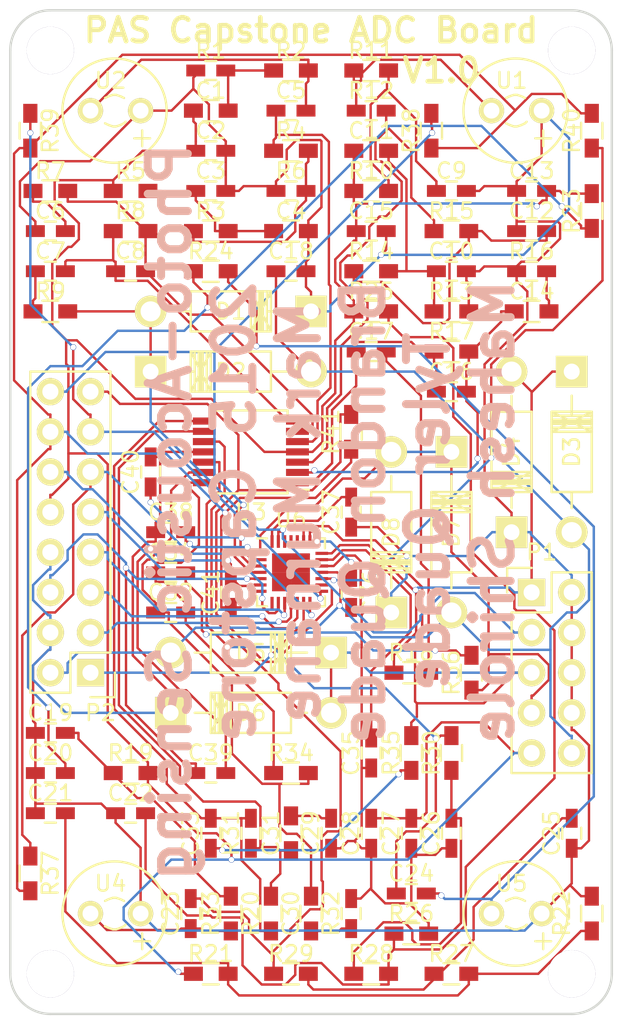
<source format=kicad_pcb>
(kicad_pcb (version 4) (host pcbnew 4.0.0-rc2-stable)
  (layers (0 F.Cu signal) (31 B.Cu signal hide) (34 B.Paste user) (35 F.Paste user) (36 B.SilkS user) (37 F.SilkS user) (38 B.Mask user) (39 F.Mask user) (44 Edge.Cuts user))
  (net 0 "")
  (net 1 "Net-(C1-Pad1)")
  (net 2 GNDA)
  (net 3 VAA)
  (net 4 "Net-(C3-Pad1)")
  (net 5 "Net-(C4-Pad1)")
  (net 6 "Net-(C5-Pad1)")
  (net 7 "Net-(C5-Pad2)")
  (net 8 "Net-(C6-Pad1)")
  (net 9 "Net-(C6-Pad2)")
  (net 10 "Net-(C7-Pad1)")
  (net 11 "Net-(C8-Pad2)")
  (net 12 "Net-(C9-Pad1)")
  (net 13 "Net-(C10-Pad1)")
  (net 14 "Net-(C11-Pad1)")
  (net 15 "Net-(C11-Pad2)")
  (net 16 "Net-(C12-Pad1)")
  (net 17 "Net-(C14-Pad1)")
  (net 18 "Net-(C16-Pad1)")
  (net 19 "Net-(C16-Pad2)")
  (net 20 "Net-(C17-Pad1)")
  (net 21 VCC)
  (net 22 "Net-(C19-Pad1)")
  (net 23 "Net-(C20-Pad1)")
  (net 24 "Net-(C21-Pad1)")
  (net 25 "Net-(C22-Pad1)")
  (net 26 "Net-(C23-Pad1)")
  (net 27 "Net-(C23-Pad2)")
  (net 28 "Net-(C24-Pad1)")
  (net 29 "Net-(C24-Pad2)")
  (net 30 "Net-(C25-Pad1)")
  (net 31 "Net-(C26-Pad1)")
  (net 32 "Net-(C29-Pad1)")
  (net 33 "Net-(C30-Pad1)")
  (net 34 "Net-(C31-Pad1)")
  (net 35 "Net-(C31-Pad2)")
  (net 36 "Net-(C32-Pad1)")
  (net 37 "Net-(C32-Pad2)")
  (net 38 "Net-(C33-Pad1)")
  (net 39 "Net-(C34-Pad1)")
  (net 40 "Net-(C35-Pad1)")
  (net 41 "Net-(C36-Pad1)")
  (net 42 "Net-(C37-Pad1)")
  (net 43 "Net-(C38-Pad1)")
  (net 44 VDD)
  (net 45 GNDD)
  (net 46 "Net-(C40-Pad2)")
  (net 47 +3V3)
  (net 48 L2ch)
  (net 49 L1ch)
  (net 50 R1ch)
  (net 51 R2ch)
  (net 52 MCKI)
  (net 53 BICK)
  (net 54 LRCLK)
  (net 55 SDTOA)
  (net 56 SDTOB)
  (net 57 CAD0)
  (net 58 SCL)
  (net 59 SDA)
  (net 60 PDN)
  (net 61 "Net-(R40-Pad2)")
  (net 62 "Net-(U6-Pad8)")
  (net 63 "Net-(U6-Pad24)")
  (net 64 "Net-(U6-Pad25)")
  (net 65 "Net-(U6-Pad26)")
  (module Diodes_ThroughHole:Diode_DO-41_SOD81_Horizontal_RM10 (layer F.Cu) (at 110.49 128.27 90)
    (fp_text reference D3 (at 0 0 90) (layer F.SilkS))
    (fp_text value D_Schottky)
    (pad 1 thru_hole circle (at -5.08 0 90) (size 1.99898 1.99898) (drill 1.27) (layers *.Cu *.Mask F.SilkS) (net 21 VCC))
    (pad 2 thru_hole rect (at 5.08 0 90) (size 1.99898 1.99898) (drill 1.00076) (layers *.Cu *.Mask F.SilkS) (net 49 L1ch))
  )
  (module Mounting_Holes:MountingHole_3mm (layer F.Cu) (at 110.49 161.29)
    (fp_text reference REF** hide)
    (fp_text value MountingHole_3mm)
    (pad 1 thru_hole circle (at 0 0) (size 2.99974 2.99974) (drill 2.99974) (layers))
  )
  (module Mounting_Holes:MountingHole_3mm (layer F.Cu) (at 77.47 161.29)
    (fp_text reference REF** hide)
    (fp_text value MountingHole_3mm)
    (pad 1 thru_hole circle (at 0 0) (size 2.99974 2.99974) (drill 2.99974) (layers))
  )
  (module Mounting_Holes:MountingHole_3mm (layer F.Cu) (at 77.47 102.87)
    (fp_text reference REF** hide)
    (fp_text value mountinghole hide)
    (pad 1 thru_hole circle (at 0 0) (size 2.99974 2.99974) (drill 2.99974) (layers))
  )
  (module Capacitors_SMD:C_0603_HandSoldering (layer F.Cu) (at 87.63 104.14 180)
    (fp_text reference C1 (at 0 -1.27 180) (layer F.SilkS))
    (fp_text value 10u)
    (pad 1 smd rect (at -0.95 0 180) (size 1.2 0.75) (layers F.Cu F.Paste F.Mask) (net 1 "Net-(C1-Pad1)"))
    (pad 2 smd rect (at 0.95 0 180) (size 1.2 0.75) (layers F.Cu F.Paste F.Mask) (net 2 GNDA))
  )
  (module Capacitors_SMD:C_0603_HandSoldering (layer F.Cu) (at 87.63 109.22)
    (fp_text reference C2 (at 0 -1.27) (layer F.SilkS))
    (fp_text value 10u)
    (pad 1 smd rect (at -0.95 0) (size 1.2 0.75) (layers F.Cu F.Paste F.Mask) (net 3 VAA))
    (pad 2 smd rect (at 0.95 0) (size 1.2 0.75) (layers F.Cu F.Paste F.Mask) (net 2 GNDA))
  )
  (module Capacitors_SMD:C_0603_HandSoldering (layer F.Cu) (at 87.63 111.76)
    (fp_text reference C3 (at 0 -1.27) (layer F.SilkS))
    (fp_text value 4.7u)
    (pad 1 smd rect (at -0.95 0) (size 1.2 0.75) (layers F.Cu F.Paste F.Mask) (net 4 "Net-(C3-Pad1)"))
    (pad 2 smd rect (at 0.95 0) (size 1.2 0.75) (layers F.Cu F.Paste F.Mask) (net 2 GNDA))
  )
  (module Capacitors_SMD:C_0603_HandSoldering (layer F.Cu) (at 92.71 111.76 180)
    (fp_text reference C4 (at 0 -1.27 180) (layer F.SilkS))
    (fp_text value 2.2u)
    (pad 1 smd rect (at -0.95 0 180) (size 1.2 0.75) (layers F.Cu F.Paste F.Mask) (net 5 "Net-(C4-Pad1)"))
    (pad 2 smd rect (at 0.95 0 180) (size 1.2 0.75) (layers F.Cu F.Paste F.Mask) (net 2 GNDA))
  )
  (module Capacitors_SMD:C_0603_HandSoldering (layer F.Cu) (at 92.71 106.68)
    (fp_text reference C5 (at 0 -1.27) (layer F.SilkS))
    (fp_text value 100n)
    (pad 1 smd rect (at -0.95 0) (size 1.2 0.75) (layers F.Cu F.Paste F.Mask) (net 6 "Net-(C5-Pad1)"))
    (pad 2 smd rect (at 0.95 0) (size 1.2 0.75) (layers F.Cu F.Paste F.Mask) (net 7 "Net-(C5-Pad2)"))
  )
  (module Capacitors_SMD:C_0603_HandSoldering (layer F.Cu) (at 77.47 116.84)
    (fp_text reference C6 (at 0 -3.81) (layer F.SilkS))
    (fp_text value 1u)
    (pad 1 smd rect (at -0.95 0) (size 1.2 0.75) (layers F.Cu F.Paste F.Mask) (net 8 "Net-(C6-Pad1)"))
    (pad 2 smd rect (at 0.95 0) (size 1.2 0.75) (layers F.Cu F.Paste F.Mask) (net 9 "Net-(C6-Pad2)"))
  )
  (module Capacitors_SMD:C_0603_HandSoldering (layer F.Cu) (at 77.47 114.3 180)
    (fp_text reference C7 (at 0 -1.27 180) (layer F.SilkS))
    (fp_text value 3.3u)
    (pad 1 smd rect (at -0.95 0 180) (size 1.2 0.75) (layers F.Cu F.Paste F.Mask) (net 10 "Net-(C7-Pad1)"))
    (pad 2 smd rect (at 0.95 0 180) (size 1.2 0.75) (layers F.Cu F.Paste F.Mask) (net 2 GNDA))
  )
  (module Capacitors_SMD:C_0603_HandSoldering (layer F.Cu) (at 82.55 116.84)
    (fp_text reference C8 (at 0 -1.27) (layer F.SilkS))
    (fp_text value 180p)
    (pad 1 smd rect (at -0.95 0) (size 1.2 0.75) (layers F.Cu F.Paste F.Mask) (net 9 "Net-(C6-Pad2)"))
    (pad 2 smd rect (at 0.95 0) (size 1.2 0.75) (layers F.Cu F.Paste F.Mask) (net 11 "Net-(C8-Pad2)"))
  )
  (module Capacitors_SMD:C_0603_HandSoldering (layer F.Cu) (at 102.87 111.76)
    (fp_text reference C9 (at 0 -1.27) (layer F.SilkS))
    (fp_text value 10u)
    (pad 1 smd rect (at -0.95 0) (size 1.2 0.75) (layers F.Cu F.Paste F.Mask) (net 12 "Net-(C9-Pad1)"))
    (pad 2 smd rect (at 0.95 0) (size 1.2 0.75) (layers F.Cu F.Paste F.Mask) (net 2 GNDA))
  )
  (module Capacitors_SMD:C_0603_HandSoldering (layer F.Cu) (at 102.87 116.84)
    (fp_text reference C10 (at 0 -1.27) (layer F.SilkS))
    (fp_text value 4.7u)
    (pad 1 smd rect (at -0.95 0) (size 1.2 0.75) (layers F.Cu F.Paste F.Mask) (net 13 "Net-(C10-Pad1)"))
    (pad 2 smd rect (at 0.95 0) (size 1.2 0.75) (layers F.Cu F.Paste F.Mask) (net 2 GNDA))
  )
  (module Capacitors_SMD:C_0603_HandSoldering (layer F.Cu) (at 97.79 106.68 180)
    (fp_text reference C11 (at 0 -1.27 180) (layer F.SilkS))
    (fp_text value 100n)
    (pad 1 smd rect (at -0.95 0 180) (size 1.2 0.75) (layers F.Cu F.Paste F.Mask) (net 14 "Net-(C11-Pad1)"))
    (pad 2 smd rect (at 0.95 0 180) (size 1.2 0.75) (layers F.Cu F.Paste F.Mask) (net 15 "Net-(C11-Pad2)"))
  )
  (module Capacitors_SMD:C_0603_HandSoldering (layer F.Cu) (at 107.95 114.3 180)
    (fp_text reference C12 (at 0 1.27 180) (layer F.SilkS))
    (fp_text value 2.2u)
    (pad 1 smd rect (at -0.95 0 180) (size 1.2 0.75) (layers F.Cu F.Paste F.Mask) (net 16 "Net-(C12-Pad1)"))
    (pad 2 smd rect (at 0.95 0 180) (size 1.2 0.75) (layers F.Cu F.Paste F.Mask) (net 2 GNDA))
  )
  (module Capacitors_SMD:C_0603_HandSoldering (layer F.Cu) (at 107.95 111.76 180)
    (fp_text reference C13 (at 0 1.27 180) (layer F.SilkS))
    (fp_text value 10u)
    (pad 1 smd rect (at -0.95 0 180) (size 1.2 0.75) (layers F.Cu F.Paste F.Mask) (net 3 VAA))
    (pad 2 smd rect (at 0.95 0 180) (size 1.2 0.75) (layers F.Cu F.Paste F.Mask) (net 2 GNDA))
  )
  (module Capacitors_SMD:C_0603_HandSoldering (layer F.Cu) (at 107.95 116.84 180)
    (fp_text reference C14 (at 0 -1.27 180) (layer F.SilkS))
    (fp_text value 3.3u)
    (pad 1 smd rect (at -0.95 0 180) (size 1.2 0.75) (layers F.Cu F.Paste F.Mask) (net 17 "Net-(C14-Pad1)"))
    (pad 2 smd rect (at 0.95 0 180) (size 1.2 0.75) (layers F.Cu F.Paste F.Mask) (net 2 GNDA))
  )
  (module Capacitors_SMD:C_0603_HandSoldering (layer F.Cu) (at 97.79 114.3)
    (fp_text reference C15 (at 0 -1.27) (layer F.SilkS))
    (fp_text value 0.1u)
    (pad 1 smd rect (at -0.95 0) (size 1.2 0.75) (layers F.Cu F.Paste F.Mask) (net 3 VAA))
    (pad 2 smd rect (at 0.95 0) (size 1.2 0.75) (layers F.Cu F.Paste F.Mask) (net 2 GNDA))
  )
  (module Capacitors_SMD:C_0603_HandSoldering (layer F.Cu) (at 102.87 124.46)
    (fp_text reference C16 (at 0 -1.27) (layer F.SilkS))
    (fp_text value 180p)
    (pad 1 smd rect (at -0.95 0) (size 1.2 0.75) (layers F.Cu F.Paste F.Mask) (net 18 "Net-(C16-Pad1)"))
    (pad 2 smd rect (at 0.95 0) (size 1.2 0.75) (layers F.Cu F.Paste F.Mask) (net 19 "Net-(C16-Pad2)"))
  )
  (module Capacitors_SMD:C_0603_HandSoldering (layer F.Cu) (at 97.79 121.92 180)
    (fp_text reference C17 (at 0 1.27 180) (layer F.SilkS))
    (fp_text value 1u)
    (pad 1 smd rect (at -0.95 0 180) (size 1.2 0.75) (layers F.Cu F.Paste F.Mask) (net 20 "Net-(C17-Pad1)"))
    (pad 2 smd rect (at 0.95 0 180) (size 1.2 0.75) (layers F.Cu F.Paste F.Mask) (net 18 "Net-(C16-Pad1)"))
  )
  (module Capacitors_SMD:C_0603_HandSoldering (layer F.Cu) (at 92.71 116.84)
    (fp_text reference C18 (at 0 -1.27) (layer F.SilkS))
    (fp_text value 0.1u)
    (pad 1 smd rect (at -0.95 0) (size 1.2 0.75) (layers F.Cu F.Paste F.Mask) (net 21 VCC))
    (pad 2 smd rect (at 0.95 0) (size 1.2 0.75) (layers F.Cu F.Paste F.Mask) (net 2 GNDA))
  )
  (module Capacitors_SMD:C_0603_HandSoldering (layer F.Cu) (at 77.47 146.05 180)
    (fp_text reference C19 (at 0 1.27 180) (layer F.SilkS))
    (fp_text value 10u)
    (pad 1 smd rect (at -0.95 0 180) (size 1.2 0.75) (layers F.Cu F.Paste F.Mask) (net 22 "Net-(C19-Pad1)"))
    (pad 2 smd rect (at 0.95 0 180) (size 1.2 0.75) (layers F.Cu F.Paste F.Mask) (net 2 GNDA))
  )
  (module Capacitors_SMD:C_0603_HandSoldering (layer F.Cu) (at 77.47 148.59 180)
    (fp_text reference C20 (at 0 1.27 180) (layer F.SilkS))
    (fp_text value 10u)
    (pad 1 smd rect (at -0.95 0 180) (size 1.2 0.75) (layers F.Cu F.Paste F.Mask) (net 23 "Net-(C20-Pad1)"))
    (pad 2 smd rect (at 0.95 0 180) (size 1.2 0.75) (layers F.Cu F.Paste F.Mask) (net 2 GNDA))
  )
  (module Capacitors_SMD:C_0603_HandSoldering (layer F.Cu) (at 77.47 151.13 180)
    (fp_text reference C21 (at 0 1.27 180) (layer F.SilkS))
    (fp_text value 4.7u)
    (pad 1 smd rect (at -0.95 0 180) (size 1.2 0.75) (layers F.Cu F.Paste F.Mask) (net 24 "Net-(C21-Pad1)"))
    (pad 2 smd rect (at 0.95 0 180) (size 1.2 0.75) (layers F.Cu F.Paste F.Mask) (net 2 GNDA))
  )
  (module Capacitors_SMD:C_0603_HandSoldering (layer F.Cu) (at 82.55 151.13 180)
    (fp_text reference C22 (at 0 1.27 180) (layer F.SilkS))
    (fp_text value 4.7u)
    (pad 1 smd rect (at -0.95 0 180) (size 1.2 0.75) (layers F.Cu F.Paste F.Mask) (net 25 "Net-(C22-Pad1)"))
    (pad 2 smd rect (at 0.95 0 180) (size 1.2 0.75) (layers F.Cu F.Paste F.Mask) (net 2 GNDA))
  )
  (module Capacitors_SMD:C_0603_HandSoldering (layer F.Cu) (at 86.36 157.48 270)
    (fp_text reference C23 (at 0 1.27 270) (layer F.SilkS))
    (fp_text value 100n)
    (pad 1 smd rect (at -0.95 0 270) (size 1.2 0.75) (layers F.Cu F.Paste F.Mask) (net 26 "Net-(C23-Pad1)"))
    (pad 2 smd rect (at 0.95 0 270) (size 1.2 0.75) (layers F.Cu F.Paste F.Mask) (net 27 "Net-(C23-Pad2)"))
  )
  (module Capacitors_SMD:C_0603_HandSoldering (layer F.Cu) (at 100.33 156.21)
    (fp_text reference C24 (at 0 -1.27) (layer F.SilkS))
    (fp_text value 100n)
    (pad 1 smd rect (at -0.95 0) (size 1.2 0.75) (layers F.Cu F.Paste F.Mask) (net 28 "Net-(C24-Pad1)"))
    (pad 2 smd rect (at 0.95 0) (size 1.2 0.75) (layers F.Cu F.Paste F.Mask) (net 29 "Net-(C24-Pad2)"))
  )
  (module Capacitors_SMD:C_0603_HandSoldering (layer F.Cu) (at 110.49 152.4 270)
    (fp_text reference C25 (at 0 1.27 270) (layer F.SilkS))
    (fp_text value 2.2u)
    (pad 1 smd rect (at -0.95 0 270) (size 1.2 0.75) (layers F.Cu F.Paste F.Mask) (net 30 "Net-(C25-Pad1)"))
    (pad 2 smd rect (at 0.95 0 270) (size 1.2 0.75) (layers F.Cu F.Paste F.Mask) (net 2 GNDA))
  )
  (module Capacitors_SMD:C_0603_HandSoldering (layer F.Cu) (at 102.87 152.4 270)
    (fp_text reference C26 (at 0 1.27 270) (layer F.SilkS))
    (fp_text value 2.2u)
    (pad 1 smd rect (at -0.95 0 270) (size 1.2 0.75) (layers F.Cu F.Paste F.Mask) (net 31 "Net-(C26-Pad1)"))
    (pad 2 smd rect (at 0.95 0 270) (size 1.2 0.75) (layers F.Cu F.Paste F.Mask) (net 2 GNDA))
  )
  (module Capacitors_SMD:C_0603_HandSoldering (layer F.Cu) (at 100.33 152.4 270)
    (fp_text reference C27 (at 0 1.27 270) (layer F.SilkS))
    (fp_text value 10u)
    (pad 1 smd rect (at -0.95 0 270) (size 1.2 0.75) (layers F.Cu F.Paste F.Mask) (net 3 VAA))
    (pad 2 smd rect (at 0.95 0 270) (size 1.2 0.75) (layers F.Cu F.Paste F.Mask) (net 2 GNDA))
  )
  (module Capacitors_SMD:C_0603_HandSoldering (layer F.Cu) (at 97.79 152.4 270)
    (fp_text reference C28 (at 0 1.27 270) (layer F.SilkS))
    (fp_text value 10u)
    (pad 1 smd rect (at -0.95 0 270) (size 1.2 0.75) (layers F.Cu F.Paste F.Mask) (net 3 VAA))
    (pad 2 smd rect (at 0.95 0 270) (size 1.2 0.75) (layers F.Cu F.Paste F.Mask) (net 2 GNDA))
  )
  (module Capacitors_SMD:C_0603_HandSoldering (layer F.Cu) (at 95.25 152.4 270)
    (fp_text reference C29 (at 0 1.27 270) (layer F.SilkS))
    (fp_text value 3.3u)
    (pad 1 smd rect (at -0.95 0 270) (size 1.2 0.75) (layers F.Cu F.Paste F.Mask) (net 32 "Net-(C29-Pad1)"))
    (pad 2 smd rect (at 0.95 0 270) (size 1.2 0.75) (layers F.Cu F.Paste F.Mask) (net 2 GNDA))
  )
  (module Capacitors_SMD:C_0603_HandSoldering (layer F.Cu) (at 96.52 157.48 90)
    (fp_text reference C30 (at 0 -3.81 90) (layer F.SilkS))
    (fp_text value 3.3u)
    (pad 1 smd rect (at -0.95 0 90) (size 1.2 0.75) (layers F.Cu F.Paste F.Mask) (net 33 "Net-(C30-Pad1)"))
    (pad 2 smd rect (at 0.95 0 90) (size 1.2 0.75) (layers F.Cu F.Paste F.Mask) (net 2 GNDA))
  )
  (module Capacitors_SMD:C_0603_HandSoldering (layer F.Cu) (at 90.17 152.4 270)
    (fp_text reference C31 (at 0 -1.27 270) (layer F.SilkS))
    (fp_text value 180p)
    (pad 1 smd rect (at -0.95 0 270) (size 1.2 0.75) (layers F.Cu F.Paste F.Mask) (net 34 "Net-(C31-Pad1)"))
    (pad 2 smd rect (at 0.95 0 270) (size 1.2 0.75) (layers F.Cu F.Paste F.Mask) (net 35 "Net-(C31-Pad2)"))
  )
  (module Capacitors_SMD:C_0603_HandSoldering (layer F.Cu) (at 85.09 138.43 180)
    (fp_text reference C32 (at 0 1.27 180) (layer F.SilkS))
    (fp_text value 180p)
    (pad 1 smd rect (at -0.95 0 180) (size 1.2 0.75) (layers F.Cu F.Paste F.Mask) (net 36 "Net-(C32-Pad1)"))
    (pad 2 smd rect (at 0.95 0 180) (size 1.2 0.75) (layers F.Cu F.Paste F.Mask) (net 37 "Net-(C32-Pad2)"))
  )
  (module Capacitors_SMD:C_0603_HandSoldering (layer F.Cu) (at 87.63 152.4 90)
    (fp_text reference C33 (at 0 -1.27 90) (layer F.SilkS))
    (fp_text value 1u)
    (pad 1 smd rect (at -0.95 0 90) (size 1.2 0.75) (layers F.Cu F.Paste F.Mask) (net 38 "Net-(C33-Pad1)"))
    (pad 2 smd rect (at 0.95 0 90) (size 1.2 0.75) (layers F.Cu F.Paste F.Mask) (net 34 "Net-(C31-Pad1)"))
  )
  (module Capacitors_SMD:C_0603_HandSoldering (layer F.Cu) (at 85.09 135.89 180)
    (fp_text reference C34 (at 0 1.27 180) (layer F.SilkS))
    (fp_text value 1u)
    (pad 1 smd rect (at -0.95 0 180) (size 1.2 0.75) (layers F.Cu F.Paste F.Mask) (net 39 "Net-(C34-Pad1)"))
    (pad 2 smd rect (at 0.95 0 180) (size 1.2 0.75) (layers F.Cu F.Paste F.Mask) (net 36 "Net-(C32-Pad1)"))
  )
  (module Capacitors_SMD:C_0603_HandSoldering (layer F.Cu) (at 97.79 147.32 270)
    (fp_text reference C35 (at 0 1.27 270) (layer F.SilkS))
    (fp_text value 1u)
    (pad 1 smd rect (at -0.95 0 270) (size 1.2 0.75) (layers F.Cu F.Paste F.Mask) (net 40 "Net-(C35-Pad1)"))
    (pad 2 smd rect (at 0.95 0 270) (size 1.2 0.75) (layers F.Cu F.Paste F.Mask) (net 2 GNDA))
  )
  (module Capacitors_SMD:C_0603_HandSoldering (layer F.Cu) (at 96.52 137.16 270)
    (fp_text reference C36 (at 0 -1.27 270) (layer F.SilkS))
    (fp_text value 1u)
    (pad 1 smd rect (at -0.95 0 270) (size 1.2 0.75) (layers F.Cu F.Paste F.Mask) (net 41 "Net-(C36-Pad1)"))
    (pad 2 smd rect (at 0.95 0 270) (size 1.2 0.75) (layers F.Cu F.Paste F.Mask) (net 2 GNDA))
  )
  (module Capacitors_SMD:C_0603_HandSoldering (layer F.Cu) (at 96.52 132.08 270)
    (fp_text reference C37 (at 0 1.27 270) (layer F.SilkS))
    (fp_text value 1u)
    (pad 1 smd rect (at -0.95 0 270) (size 1.2 0.75) (layers F.Cu F.Paste F.Mask) (net 42 "Net-(C37-Pad1)"))
    (pad 2 smd rect (at 0.95 0 270) (size 1.2 0.75) (layers F.Cu F.Paste F.Mask) (net 2 GNDA))
  )
  (module Capacitors_SMD:C_0603_HandSoldering (layer F.Cu) (at 85.09 133.35 180)
    (fp_text reference C38 (at 0 1.27 180) (layer F.SilkS))
    (fp_text value 1u)
    (pad 1 smd rect (at -0.95 0 180) (size 1.2 0.75) (layers F.Cu F.Paste F.Mask) (net 43 "Net-(C38-Pad1)"))
    (pad 2 smd rect (at 0.95 0 180) (size 1.2 0.75) (layers F.Cu F.Paste F.Mask) (net 2 GNDA))
  )
  (module Capacitors_SMD:C_0603_HandSoldering (layer F.Cu) (at 87.63 148.59)
    (fp_text reference C39 (at 0 -1.27) (layer F.SilkS))
    (fp_text value 0.1u)
    (pad 1 smd rect (at -0.95 0) (size 1.2 0.75) (layers F.Cu F.Paste F.Mask) (net 44 VDD))
    (pad 2 smd rect (at 0.95 0) (size 1.2 0.75) (layers F.Cu F.Paste F.Mask) (net 45 GNDD))
  )
  (module Capacitors_SMD:C_0603_HandSoldering (layer F.Cu) (at 83.82 129.54 270)
    (fp_text reference C40 (at 0 1.27 270) (layer F.SilkS))
    (fp_text value 1u)
    (pad 1 smd rect (at -0.95 0 270) (size 1.2 0.75) (layers F.Cu F.Paste F.Mask) (net 2 GNDA))
    (pad 2 smd rect (at 0.95 0 270) (size 1.2 0.75) (layers F.Cu F.Paste F.Mask) (net 46 "Net-(C40-Pad2)"))
  )
  (module Capacitors_SMD:C_0603_HandSoldering (layer F.Cu) (at 88.9 137.16 90)
    (fp_text reference C41 (at 0 -1.27 90) (layer F.SilkS))
    (fp_text value 0.1u)
    (pad 1 smd rect (at -0.95 0 90) (size 1.2 0.75) (layers F.Cu F.Paste F.Mask) (net 47 +3V3))
    (pad 2 smd rect (at 0.95 0 90) (size 1.2 0.75) (layers F.Cu F.Paste F.Mask) (net 45 GNDD))
  )
  (module Diodes_ThroughHole:Diode_DO-41_SOD81_Horizontal_RM10 (layer F.Cu) (at 88.9 119.38)
    (fp_text reference D1 (at 0 0) (layer F.SilkS))
    (fp_text value D_Schottky)
    (pad 1 thru_hole circle (at -5.08 0) (size 1.99898 1.99898) (drill 1.27) (layers *.Cu *.Mask F.SilkS) (net 48 L2ch))
    (pad 2 thru_hole rect (at 5.08 0) (size 1.99898 1.99898) (drill 1.00076) (layers *.Cu *.Mask F.SilkS) (net 2 GNDA))
  )
  (module Diodes_ThroughHole:Diode_DO-41_SOD81_Horizontal_RM10 (layer F.Cu) (at 88.9 123.19 180)
    (fp_text reference D2 (at 0 0 180) (layer F.SilkS))
    (fp_text value D_Schottky)
    (pad 1 thru_hole circle (at -5.08 0 180) (size 1.99898 1.99898) (drill 1.27) (layers *.Cu *.Mask F.SilkS) (net 21 VCC))
    (pad 2 thru_hole rect (at 5.08 0 180) (size 1.99898 1.99898) (drill 1.00076) (layers *.Cu *.Mask F.SilkS) (net 48 L2ch))
  )
  (module Diodes_ThroughHole:Diode_DO-41_SOD81_Horizontal_RM10 (layer F.Cu) (at 110.49 128.27 90)
    (fp_text reference D3 (at 0 0 90) (layer F.SilkS))
    (fp_text value D_Schottky)
    (pad 1 thru_hole circle (at -5.08 0 90) (size 1.99898 1.99898) (drill 1.27) (layers *.Cu *.Mask F.SilkS) (net 21 VCC))
    (pad 2 thru_hole rect (at 5.08 0 90) (size 1.99898 1.99898) (drill 1.00076) (layers *.Cu *.Mask F.SilkS) (net 49 L1ch))
  )
  (module Diodes_ThroughHole:Diode_DO-41_SOD81_Horizontal_RM10 (layer F.Cu) (at 106.68 128.27 270)
    (fp_text reference D4 (at 0 0 270) (layer F.SilkS))
    (fp_text value D_Schottky)
    (pad 1 thru_hole circle (at -5.08 0 270) (size 1.99898 1.99898) (drill 1.27) (layers *.Cu *.Mask F.SilkS) (net 49 L1ch))
    (pad 2 thru_hole rect (at 5.08 0 270) (size 1.99898 1.99898) (drill 1.00076) (layers *.Cu *.Mask F.SilkS) (net 2 GNDA))
  )
  (module Diodes_ThroughHole:Diode_DO-41_SOD81_Horizontal_RM10 (layer F.Cu) (at 90.17 140.97)
    (fp_text reference D5 (at 0 0) (layer F.SilkS))
    (fp_text value D_Schottky)
    (pad 1 thru_hole circle (at -5.08 0) (size 1.99898 1.99898) (drill 1.27) (layers *.Cu *.Mask F.SilkS) (net 21 VCC))
    (pad 2 thru_hole rect (at 5.08 0) (size 1.99898 1.99898) (drill 1.00076) (layers *.Cu *.Mask F.SilkS) (net 50 R1ch))
  )
  (module Diodes_ThroughHole:Diode_DO-41_SOD81_Horizontal_RM10 (layer F.Cu) (at 90.17 144.78 180)
    (fp_text reference D6 (at 0 0 180) (layer F.SilkS))
    (fp_text value D_Schottky)
    (pad 1 thru_hole circle (at -5.08 0 180) (size 1.99898 1.99898) (drill 1.27) (layers *.Cu *.Mask F.SilkS) (net 50 R1ch))
    (pad 2 thru_hole rect (at 5.08 0 180) (size 1.99898 1.99898) (drill 1.00076) (layers *.Cu *.Mask F.SilkS) (net 2 GNDA))
  )
  (module Diodes_ThroughHole:Diode_DO-41_SOD81_Horizontal_RM10 (layer F.Cu) (at 102.87 133.35 90)
    (fp_text reference D7 (at 0 0 90) (layer F.SilkS))
    (fp_text value D_Schottky)
    (pad 1 thru_hole circle (at -5.08 0 90) (size 1.99898 1.99898) (drill 1.27) (layers *.Cu *.Mask F.SilkS) (net 21 VCC))
    (pad 2 thru_hole rect (at 5.08 0 90) (size 1.99898 1.99898) (drill 1.00076) (layers *.Cu *.Mask F.SilkS) (net 51 R2ch))
  )
  (module Diodes_ThroughHole:Diode_DO-41_SOD81_Horizontal_RM10 (layer F.Cu) (at 99.06 133.35 270)
    (fp_text reference D8 (at 0 0 270) (layer F.SilkS))
    (fp_text value D_Schottky)
    (pad 1 thru_hole circle (at -5.08 0 270) (size 1.99898 1.99898) (drill 1.27) (layers *.Cu *.Mask F.SilkS) (net 51 R2ch))
    (pad 2 thru_hole rect (at 5.08 0 270) (size 1.99898 1.99898) (drill 1.00076) (layers *.Cu *.Mask F.SilkS) (net 2 GNDA))
  )
  (module Pin_Headers:Pin_Header_Straight_2x05 (layer F.Cu) (at 107.95 137.16)
    (fp_text reference P1 (at 0.635 -2.54) (layer F.SilkS))
    (fp_text value CONN_02X05)
    (pad 1 thru_hole rect (at 0 0) (size 1.7272 1.7272) (drill 1.016) (layers *.Cu *.Mask F.SilkS) (net 49 L1ch))
    (pad 2 thru_hole oval (at 2.54 0) (size 1.7272 1.7272) (drill 1.016) (layers *.Cu *.Mask F.SilkS) (net 2 GNDA))
    (pad 3 thru_hole oval (at 0 2.54) (size 1.7272 1.7272) (drill 1.016) (layers *.Cu *.Mask F.SilkS) (net 48 L2ch))
    (pad 4 thru_hole oval (at 2.54 2.54) (size 1.7272 1.7272) (drill 1.016) (layers *.Cu *.Mask F.SilkS) (net 2 GNDA))
    (pad 5 thru_hole oval (at 0 5.08) (size 1.7272 1.7272) (drill 1.016) (layers *.Cu *.Mask F.SilkS) (net 50 R1ch))
    (pad 6 thru_hole oval (at 2.54 5.08) (size 1.7272 1.7272) (drill 1.016) (layers *.Cu *.Mask F.SilkS) (net 2 GNDA))
    (pad 7 thru_hole oval (at 0 7.62) (size 1.7272 1.7272) (drill 1.016) (layers *.Cu *.Mask F.SilkS) (net 51 R2ch))
    (pad 8 thru_hole oval (at 2.54 7.62) (size 1.7272 1.7272) (drill 1.016) (layers *.Cu *.Mask F.SilkS) (net 2 GNDA))
    (pad 9 thru_hole oval (at 0 10.16) (size 1.7272 1.7272) (drill 1.016) (layers *.Cu *.Mask F.SilkS) (net 3 VAA))
    (pad 10 thru_hole oval (at 2.54 10.16) (size 1.7272 1.7272) (drill 1.016) (layers *.Cu *.Mask F.SilkS) (net 21 VCC))
  )
  (module Pin_Headers:Pin_Header_Straight_2x08 (layer F.Cu) (at 80.01 142.24 180)
    (fp_text reference P2 (at -0.635 -2.54 180) (layer F.SilkS))
    (fp_text value CONN_02X08)
    (pad 1 thru_hole rect (at 0 0 180) (size 1.7272 1.7272) (drill 1.016) (layers *.Cu *.Mask F.SilkS) (net 52 MCKI))
    (pad 2 thru_hole oval (at 2.54 0 180) (size 1.7272 1.7272) (drill 1.016) (layers *.Cu *.Mask F.SilkS) (net 21 VCC))
    (pad 3 thru_hole oval (at 0 2.54 180) (size 1.7272 1.7272) (drill 1.016) (layers *.Cu *.Mask F.SilkS) (net 53 BICK))
    (pad 4 thru_hole oval (at 2.54 2.54 180) (size 1.7272 1.7272) (drill 1.016) (layers *.Cu *.Mask F.SilkS) (net 2 GNDA))
    (pad 5 thru_hole oval (at 0 5.08 180) (size 1.7272 1.7272) (drill 1.016) (layers *.Cu *.Mask F.SilkS) (net 54 LRCLK))
    (pad 6 thru_hole oval (at 2.54 5.08 180) (size 1.7272 1.7272) (drill 1.016) (layers *.Cu *.Mask F.SilkS) (net 44 VDD))
    (pad 7 thru_hole oval (at 0 7.62 180) (size 1.7272 1.7272) (drill 1.016) (layers *.Cu *.Mask F.SilkS) (net 55 SDTOA))
    (pad 8 thru_hole oval (at 2.54 7.62 180) (size 1.7272 1.7272) (drill 1.016) (layers *.Cu *.Mask F.SilkS) (net 2 GNDA))
    (pad 9 thru_hole oval (at 0 10.16 180) (size 1.7272 1.7272) (drill 1.016) (layers *.Cu *.Mask F.SilkS) (net 56 SDTOB))
    (pad 10 thru_hole oval (at 2.54 10.16 180) (size 1.7272 1.7272) (drill 1.016) (layers *.Cu *.Mask F.SilkS) (net 3 VAA))
    (pad 11 thru_hole oval (at 0 12.7 180) (size 1.7272 1.7272) (drill 1.016) (layers *.Cu *.Mask F.SilkS) (net 57 CAD0))
    (pad 12 thru_hole oval (at 2.54 12.7 180) (size 1.7272 1.7272) (drill 1.016) (layers *.Cu *.Mask F.SilkS) (net 45 GNDD))
    (pad 13 thru_hole oval (at 0 15.24 180) (size 1.7272 1.7272) (drill 1.016) (layers *.Cu *.Mask F.SilkS) (net 58 SCL))
    (pad 14 thru_hole oval (at 2.54 15.24 180) (size 1.7272 1.7272) (drill 1.016) (layers *.Cu *.Mask F.SilkS) (net 47 +3V3))
    (pad 15 thru_hole oval (at 0 17.78 180) (size 1.7272 1.7272) (drill 1.016) (layers *.Cu *.Mask F.SilkS) (net 59 SDA))
    (pad 16 thru_hole oval (at 2.54 17.78 180) (size 1.7272 1.7272) (drill 1.016) (layers *.Cu *.Mask F.SilkS) (net 60 PDN))
  )
  (module Resistors_SMD:R_0603_HandSoldering (layer F.Cu) (at 87.63 106.68)
    (fp_text reference R1 (at 0 -3.81) (layer F.SilkS))
    (fp_text value 1k)
    (pad 1 smd rect (at -1.1 0) (size 1.2 0.9) (layers F.Cu F.Paste F.Mask) (net 3 VAA))
    (pad 2 smd rect (at 1.1 0) (size 1.2 0.9) (layers F.Cu F.Paste F.Mask) (net 1 "Net-(C1-Pad1)"))
  )
  (module Resistors_SMD:R_0603_HandSoldering (layer F.Cu) (at 92.71 104.14)
    (fp_text reference R2 (at 0 -1.27) (layer F.SilkS))
    (fp_text value 2.2k)
    (pad 1 smd rect (at -1.1 0) (size 1.2 0.9) (layers F.Cu F.Paste F.Mask) (net 1 "Net-(C1-Pad1)"))
    (pad 2 smd rect (at 1.1 0) (size 1.2 0.9) (layers F.Cu F.Paste F.Mask) (net 7 "Net-(C5-Pad2)"))
  )
  (module Resistors_SMD:R_0603_HandSoldering (layer F.Cu) (at 87.63 114.3)
    (fp_text reference R3 (at 0 -1.27) (layer F.SilkS))
    (fp_text value 15k)
    (pad 1 smd rect (at -1.1 0) (size 1.2 0.9) (layers F.Cu F.Paste F.Mask) (net 5 "Net-(C4-Pad1)"))
    (pad 2 smd rect (at 1.1 0) (size 1.2 0.9) (layers F.Cu F.Paste F.Mask) (net 4 "Net-(C3-Pad1)"))
  )
  (module Resistors_SMD:R_0603_HandSoldering (layer F.Cu) (at 92.71 109.22)
    (fp_text reference R4 (at 0 -1.27) (layer F.SilkS))
    (fp_text value 18k)
    (pad 1 smd rect (at -1.1 0) (size 1.2 0.9) (layers F.Cu F.Paste F.Mask) (net 6 "Net-(C5-Pad1)"))
    (pad 2 smd rect (at 1.1 0) (size 1.2 0.9) (layers F.Cu F.Paste F.Mask) (net 5 "Net-(C4-Pad1)"))
  )
  (module Resistors_SMD:R_0603_HandSoldering (layer F.Cu) (at 82.55 111.76)
    (fp_text reference R5 (at 0 -1.27) (layer F.SilkS))
    (fp_text value 100k)
    (pad 1 smd rect (at -1.1 0) (size 1.2 0.9) (layers F.Cu F.Paste F.Mask) (net 3 VAA))
    (pad 2 smd rect (at 1.1 0) (size 1.2 0.9) (layers F.Cu F.Paste F.Mask) (net 4 "Net-(C3-Pad1)"))
  )
  (module Resistors_SMD:R_0603_HandSoldering (layer F.Cu) (at 92.71 114.3)
    (fp_text reference R6 (at 0 -3.81) (layer F.SilkS))
    (fp_text value 100k)
    (pad 1 smd rect (at -1.1 0) (size 1.2 0.9) (layers F.Cu F.Paste F.Mask) (net 4 "Net-(C3-Pad1)"))
    (pad 2 smd rect (at 1.1 0) (size 1.2 0.9) (layers F.Cu F.Paste F.Mask) (net 2 GNDA))
  )
  (module Resistors_SMD:R_0603_HandSoldering (layer F.Cu) (at 77.47 111.76 180)
    (fp_text reference R7 (at 0 1.27 180) (layer F.SilkS))
    (fp_text value 820)
    (pad 1 smd rect (at -1.1 0 180) (size 1.2 0.9) (layers F.Cu F.Paste F.Mask) (net 11 "Net-(C8-Pad2)"))
    (pad 2 smd rect (at 1.1 0 180) (size 1.2 0.9) (layers F.Cu F.Paste F.Mask) (net 10 "Net-(C7-Pad1)"))
  )
  (module Resistors_SMD:R_0603_HandSoldering (layer F.Cu) (at 82.55 114.3)
    (fp_text reference R8 (at 0 -1.27) (layer F.SilkS))
    (fp_text value 82k)
    (pad 1 smd rect (at -1.1 0) (size 1.2 0.9) (layers F.Cu F.Paste F.Mask) (net 9 "Net-(C6-Pad2)"))
    (pad 2 smd rect (at 1.1 0) (size 1.2 0.9) (layers F.Cu F.Paste F.Mask) (net 11 "Net-(C8-Pad2)"))
  )
  (module Resistors_SMD:R_0603_HandSoldering (layer F.Cu) (at 77.47 119.38 180)
    (fp_text reference R9 (at 0 1.27 180) (layer F.SilkS))
    (fp_text value 1k)
    (pad 1 smd rect (at -1.1 0 180) (size 1.2 0.9) (layers F.Cu F.Paste F.Mask) (net 48 L2ch))
    (pad 2 smd rect (at 1.1 0 180) (size 1.2 0.9) (layers F.Cu F.Paste F.Mask) (net 8 "Net-(C6-Pad1)"))
  )
  (module Resistors_SMD:R_0603_HandSoldering (layer F.Cu) (at 97.79 111.76)
    (fp_text reference R10 (at 0 -1.27) (layer F.SilkS))
    (fp_text value 1k)
    (pad 1 smd rect (at -1.1 0) (size 1.2 0.9) (layers F.Cu F.Paste F.Mask) (net 3 VAA))
    (pad 2 smd rect (at 1.1 0) (size 1.2 0.9) (layers F.Cu F.Paste F.Mask) (net 12 "Net-(C9-Pad1)"))
  )
  (module Resistors_SMD:R_0603_HandSoldering (layer F.Cu) (at 97.79 104.14 180)
    (fp_text reference R11 (at 0 1.27 180) (layer F.SilkS))
    (fp_text value 2.2k)
    (pad 1 smd rect (at -1.1 0 180) (size 1.2 0.9) (layers F.Cu F.Paste F.Mask) (net 12 "Net-(C9-Pad1)"))
    (pad 2 smd rect (at 1.1 0 180) (size 1.2 0.9) (layers F.Cu F.Paste F.Mask) (net 15 "Net-(C11-Pad2)"))
  )
  (module Resistors_SMD:R_0603_HandSoldering (layer F.Cu) (at 97.79 109.22)
    (fp_text reference R12 (at 0 -3.81) (layer F.SilkS))
    (fp_text value 100k)
    (pad 1 smd rect (at -1.1 0) (size 1.2 0.9) (layers F.Cu F.Paste F.Mask) (net 3 VAA))
    (pad 2 smd rect (at 1.1 0) (size 1.2 0.9) (layers F.Cu F.Paste F.Mask) (net 13 "Net-(C10-Pad1)"))
  )
  (module Resistors_SMD:R_0603_HandSoldering (layer F.Cu) (at 102.87 119.38)
    (fp_text reference R13 (at 0 -1.27) (layer F.SilkS))
    (fp_text value 100k)
    (pad 1 smd rect (at -1.1 0) (size 1.2 0.9) (layers F.Cu F.Paste F.Mask) (net 13 "Net-(C10-Pad1)"))
    (pad 2 smd rect (at 1.1 0) (size 1.2 0.9) (layers F.Cu F.Paste F.Mask) (net 2 GNDA))
  )
  (module Resistors_SMD:R_0603_HandSoldering (layer F.Cu) (at 97.79 116.84)
    (fp_text reference R14 (at 0 -1.27) (layer F.SilkS))
    (fp_text value 15k)
    (pad 1 smd rect (at -1.1 0) (size 1.2 0.9) (layers F.Cu F.Paste F.Mask) (net 16 "Net-(C12-Pad1)"))
    (pad 2 smd rect (at 1.1 0) (size 1.2 0.9) (layers F.Cu F.Paste F.Mask) (net 13 "Net-(C10-Pad1)"))
  )
  (module Resistors_SMD:R_0603_HandSoldering (layer F.Cu) (at 102.87 114.3)
    (fp_text reference R15 (at 0 -1.27) (layer F.SilkS))
    (fp_text value 18k)
    (pad 1 smd rect (at -1.1 0) (size 1.2 0.9) (layers F.Cu F.Paste F.Mask) (net 14 "Net-(C11-Pad1)"))
    (pad 2 smd rect (at 1.1 0) (size 1.2 0.9) (layers F.Cu F.Paste F.Mask) (net 16 "Net-(C12-Pad1)"))
  )
  (module Resistors_SMD:R_0603_HandSoldering (layer F.Cu) (at 107.95 119.38)
    (fp_text reference R16 (at 0 -3.81) (layer F.SilkS))
    (fp_text value 820)
    (pad 1 smd rect (at -1.1 0) (size 1.2 0.9) (layers F.Cu F.Paste F.Mask) (net 19 "Net-(C16-Pad2)"))
    (pad 2 smd rect (at 1.1 0) (size 1.2 0.9) (layers F.Cu F.Paste F.Mask) (net 17 "Net-(C14-Pad1)"))
  )
  (module Resistors_SMD:R_0603_HandSoldering (layer F.Cu) (at 102.87 121.92)
    (fp_text reference R17 (at 0 -1.27) (layer F.SilkS))
    (fp_text value 82k)
    (pad 1 smd rect (at -1.1 0) (size 1.2 0.9) (layers F.Cu F.Paste F.Mask) (net 18 "Net-(C16-Pad1)"))
    (pad 2 smd rect (at 1.1 0) (size 1.2 0.9) (layers F.Cu F.Paste F.Mask) (net 19 "Net-(C16-Pad2)"))
  )
  (module Resistors_SMD:R_0603_HandSoldering (layer F.Cu) (at 100.33 142.24)
    (fp_text reference R18 (at 0 -1.27) (layer F.SilkS))
    (fp_text value 1k)
    (pad 1 smd rect (at -1.1 0) (size 1.2 0.9) (layers F.Cu F.Paste F.Mask) (net 49 L1ch))
    (pad 2 smd rect (at 1.1 0) (size 1.2 0.9) (layers F.Cu F.Paste F.Mask) (net 20 "Net-(C17-Pad1)"))
  )
  (module Resistors_SMD:R_0603_HandSoldering (layer F.Cu) (at 82.55 148.59 180)
    (fp_text reference R19 (at 0 1.27 180) (layer F.SilkS))
    (fp_text value 1k)
    (pad 1 smd rect (at -1.1 0 180) (size 1.2 0.9) (layers F.Cu F.Paste F.Mask) (net 3 VAA))
    (pad 2 smd rect (at 1.1 0 180) (size 1.2 0.9) (layers F.Cu F.Paste F.Mask) (net 22 "Net-(C19-Pad1)"))
  )
  (module Resistors_SMD:R_0603_HandSoldering (layer F.Cu) (at 88.9 157.48 270)
    (fp_text reference R20 (at 0 -1.27 270) (layer F.SilkS))
    (fp_text value 2.2k)
    (pad 1 smd rect (at -1.1 0 270) (size 1.2 0.9) (layers F.Cu F.Paste F.Mask) (net 22 "Net-(C19-Pad1)"))
    (pad 2 smd rect (at 1.1 0 270) (size 1.2 0.9) (layers F.Cu F.Paste F.Mask) (net 27 "Net-(C23-Pad2)"))
  )
  (module Resistors_SMD:R_0603_HandSoldering (layer F.Cu) (at 87.63 161.29)
    (fp_text reference R21 (at 0 -1.27) (layer F.SilkS))
    (fp_text value 100k)
    (pad 1 smd rect (at -1.1 0) (size 1.2 0.9) (layers F.Cu F.Paste F.Mask) (net 3 VAA))
    (pad 2 smd rect (at 1.1 0) (size 1.2 0.9) (layers F.Cu F.Paste F.Mask) (net 24 "Net-(C21-Pad1)"))
  )
  (module Resistors_SMD:R_0603_HandSoldering (layer F.Cu) (at 111.76 157.48 90)
    (fp_text reference R22 (at 0 -1.9 90) (layer F.SilkS))
    (fp_text value 100k)
    (pad 1 smd rect (at -1.1 0 90) (size 1.2 0.9) (layers F.Cu F.Paste F.Mask) (net 24 "Net-(C21-Pad1)"))
    (pad 2 smd rect (at 1.1 0 90) (size 1.2 0.9) (layers F.Cu F.Paste F.Mask) (net 2 GNDA))
  )
  (module Resistors_SMD:R_0603_HandSoldering (layer F.Cu) (at 111.76 113.03 270)
    (fp_text reference R23 (at 0 1.27 270) (layer F.SilkS))
    (fp_text value 1k)
    (pad 1 smd rect (at -1.1 0 270) (size 1.2 0.9) (layers F.Cu F.Paste F.Mask) (net 3 VAA))
    (pad 2 smd rect (at 1.1 0 270) (size 1.2 0.9) (layers F.Cu F.Paste F.Mask) (net 23 "Net-(C20-Pad1)"))
  )
  (module Resistors_SMD:R_0603_HandSoldering (layer F.Cu) (at 87.63 116.84)
    (fp_text reference R24 (at 0 -1.27) (layer F.SilkS))
    (fp_text value 2.2k)
    (pad 1 smd rect (at -1.1 0) (size 1.2 0.9) (layers F.Cu F.Paste F.Mask) (net 23 "Net-(C20-Pad1)"))
    (pad 2 smd rect (at 1.1 0) (size 1.2 0.9) (layers F.Cu F.Paste F.Mask) (net 29 "Net-(C24-Pad2)"))
  )
  (module Resistors_SMD:R_0603_HandSoldering (layer F.Cu) (at 97.79 119.38)
    (fp_text reference R25 (at 0 -1.27) (layer F.SilkS))
    (fp_text value 100k)
    (pad 1 smd rect (at -1.1 0) (size 1.2 0.9) (layers F.Cu F.Paste F.Mask) (net 3 VAA))
    (pad 2 smd rect (at 1.1 0) (size 1.2 0.9) (layers F.Cu F.Paste F.Mask) (net 25 "Net-(C22-Pad1)"))
  )
  (module Resistors_SMD:R_0603_HandSoldering (layer F.Cu) (at 100.33 158.75)
    (fp_text reference R26 (at 0 -1.27) (layer F.SilkS))
    (fp_text value 100k)
    (pad 1 smd rect (at -1.1 0) (size 1.2 0.9) (layers F.Cu F.Paste F.Mask) (net 25 "Net-(C22-Pad1)"))
    (pad 2 smd rect (at 1.1 0) (size 1.2 0.9) (layers F.Cu F.Paste F.Mask) (net 2 GNDA))
  )
  (module Resistors_SMD:R_0603_HandSoldering (layer F.Cu) (at 102.87 161.29)
    (fp_text reference R27 (at 0 -1.27) (layer F.SilkS))
    (fp_text value 15k)
    (pad 1 smd rect (at -1.1 0) (size 1.2 0.9) (layers F.Cu F.Paste F.Mask) (net 30 "Net-(C25-Pad1)"))
    (pad 2 smd rect (at 1.1 0) (size 1.2 0.9) (layers F.Cu F.Paste F.Mask) (net 24 "Net-(C21-Pad1)"))
  )
  (module Resistors_SMD:R_0603_HandSoldering (layer F.Cu) (at 97.79 161.29)
    (fp_text reference R28 (at 0 -1.27) (layer F.SilkS))
    (fp_text value 15k)
    (pad 1 smd rect (at -1.1 0) (size 1.2 0.9) (layers F.Cu F.Paste F.Mask) (net 31 "Net-(C26-Pad1)"))
    (pad 2 smd rect (at 1.1 0) (size 1.2 0.9) (layers F.Cu F.Paste F.Mask) (net 25 "Net-(C22-Pad1)"))
  )
  (module Resistors_SMD:R_0603_HandSoldering (layer F.Cu) (at 92.71 161.29)
    (fp_text reference R29 (at 0 -1.27) (layer F.SilkS))
    (fp_text value 18k)
    (pad 1 smd rect (at -1.1 0) (size 1.2 0.9) (layers F.Cu F.Paste F.Mask) (net 26 "Net-(C23-Pad1)"))
    (pad 2 smd rect (at 1.1 0) (size 1.2 0.9) (layers F.Cu F.Paste F.Mask) (net 30 "Net-(C25-Pad1)"))
  )
  (module Resistors_SMD:R_0603_HandSoldering (layer F.Cu) (at 102.87 147.32 270)
    (fp_text reference R30 (at 0 1.27 270) (layer F.SilkS))
    (fp_text value 18k)
    (pad 1 smd rect (at -1.1 0 270) (size 1.2 0.9) (layers F.Cu F.Paste F.Mask) (net 28 "Net-(C24-Pad1)"))
    (pad 2 smd rect (at 1.1 0 270) (size 1.2 0.9) (layers F.Cu F.Paste F.Mask) (net 31 "Net-(C26-Pad1)"))
  )
  (module Resistors_SMD:R_0603_HandSoldering (layer F.Cu) (at 92.71 152.4 90)
    (fp_text reference R31 (at 0 -3.81 90) (layer F.SilkS))
    (fp_text value 820)
    (pad 1 smd rect (at -1.1 0 90) (size 1.2 0.9) (layers F.Cu F.Paste F.Mask) (net 35 "Net-(C31-Pad2)"))
    (pad 2 smd rect (at 1.1 0 90) (size 1.2 0.9) (layers F.Cu F.Paste F.Mask) (net 32 "Net-(C29-Pad1)"))
  )
  (module Resistors_SMD:R_0603_HandSoldering (layer F.Cu) (at 93.98 157.48 270)
    (fp_text reference R32 (at 0 -1.27 270) (layer F.SilkS))
    (fp_text value 820)
    (pad 1 smd rect (at -1.1 0 270) (size 1.2 0.9) (layers F.Cu F.Paste F.Mask) (net 37 "Net-(C32-Pad2)"))
    (pad 2 smd rect (at 1.1 0 270) (size 1.2 0.9) (layers F.Cu F.Paste F.Mask) (net 33 "Net-(C30-Pad1)"))
  )
  (module Resistors_SMD:R_0603_HandSoldering (layer F.Cu) (at 91.44 157.48 90)
    (fp_text reference R33 (at 0 -3.81 90) (layer F.SilkS))
    (fp_text value 82k)
    (pad 1 smd rect (at -1.1 0 90) (size 1.2 0.9) (layers F.Cu F.Paste F.Mask) (net 34 "Net-(C31-Pad1)"))
    (pad 2 smd rect (at 1.1 0 90) (size 1.2 0.9) (layers F.Cu F.Paste F.Mask) (net 35 "Net-(C31-Pad2)"))
  )
  (module Resistors_SMD:R_0603_HandSoldering (layer F.Cu) (at 92.71 148.59)
    (fp_text reference R34 (at 0 -1.27) (layer F.SilkS))
    (fp_text value 82k)
    (pad 1 smd rect (at -1.1 0) (size 1.2 0.9) (layers F.Cu F.Paste F.Mask) (net 36 "Net-(C32-Pad1)"))
    (pad 2 smd rect (at 1.1 0) (size 1.2 0.9) (layers F.Cu F.Paste F.Mask) (net 37 "Net-(C32-Pad2)"))
  )
  (module Resistors_SMD:R_0603_HandSoldering (layer F.Cu) (at 100.33 147.32 270)
    (fp_text reference R35 (at 0 1.27 270) (layer F.SilkS))
    (fp_text value 1k)
    (pad 1 smd rect (at -1.1 0 270) (size 1.2 0.9) (layers F.Cu F.Paste F.Mask) (net 50 R1ch))
    (pad 2 smd rect (at 1.1 0 270) (size 1.2 0.9) (layers F.Cu F.Paste F.Mask) (net 38 "Net-(C33-Pad1)"))
  )
  (module Resistors_SMD:R_0603_HandSoldering (layer F.Cu) (at 104.14 142.24 90)
    (fp_text reference R36 (at 0 -1.27 90) (layer F.SilkS))
    (fp_text value 1k)
    (pad 1 smd rect (at -1.1 0 90) (size 1.2 0.9) (layers F.Cu F.Paste F.Mask) (net 51 R2ch))
    (pad 2 smd rect (at 1.1 0 90) (size 1.2 0.9) (layers F.Cu F.Paste F.Mask) (net 39 "Net-(C34-Pad1)"))
  )
  (module Resistors_SMD:R_0603_HandSoldering (layer F.Cu) (at 76.2 154.94 90)
    (fp_text reference R37 (at 0 1.27 90) (layer F.SilkS))
    (fp_text value 10k)
    (pad 1 smd rect (at -1.1 0 90) (size 1.2 0.9) (layers F.Cu F.Paste F.Mask) (net 47 +3V3))
    (pad 2 smd rect (at 1.1 0 90) (size 1.2 0.9) (layers F.Cu F.Paste F.Mask) (net 57 CAD0))
  )
  (module Resistors_SMD:R_0603_HandSoldering (layer F.Cu) (at 101.6 107.95 90)
    (fp_text reference R38 (at 0 -1.27 90) (layer F.SilkS))
    (fp_text value 1k)
    (pad 1 smd rect (at -1.1 0 90) (size 1.2 0.9) (layers F.Cu F.Paste F.Mask) (net 47 +3V3))
    (pad 2 smd rect (at 1.1 0 90) (size 1.2 0.9) (layers F.Cu F.Paste F.Mask) (net 60 PDN))
  )
  (module Resistors_SMD:R_0603_HandSoldering (layer F.Cu) (at 76.2 107.95 90)
    (fp_text reference R39 (at 0 1.27 90) (layer F.SilkS))
    (fp_text value 10k)
    (pad 1 smd rect (at -1.1 0 90) (size 1.2 0.9) (layers F.Cu F.Paste F.Mask) (net 47 +3V3))
    (pad 2 smd rect (at 1.1 0 90) (size 1.2 0.9) (layers F.Cu F.Paste F.Mask) (net 58 SCL))
  )
  (module Resistors_SMD:R_0603_HandSoldering (layer F.Cu) (at 111.76 107.95 270)
    (fp_text reference R40 (at 0 1.27 270) (layer F.SilkS))
    (fp_text value 1k)
    (pad 1 smd rect (at -1.1 0 270) (size 1.2 0.9) (layers F.Cu F.Paste F.Mask) (net 47 +3V3))
    (pad 2 smd rect (at 1.1 0 270) (size 1.2 0.9) (layers F.Cu F.Paste F.Mask) (net 61 "Net-(R40-Pad2)"))
  )
  (module Resistors_SMD:R_0603_HandSoldering (layer F.Cu) (at 96.52 127 90)
    (fp_text reference R41 (at 0 -1.27 90) (layer F.SilkS))
    (fp_text value 10k)
    (pad 1 smd rect (at -1.1 0 90) (size 1.2 0.9) (layers F.Cu F.Paste F.Mask) (net 47 +3V3))
    (pad 2 smd rect (at 1.1 0 90) (size 1.2 0.9) (layers F.Cu F.Paste F.Mask) (net 59 SDA))
  )
  (module Buzzers_Beepers:MagneticBuzzer_Kingstate_KCG0601 (layer F.Cu) (at 105.41 106.68)
    (fp_text reference U1 (at 1.27 -1.905) (layer F.SilkS))
    (fp_text value MICA)
    (pad 1 thru_hole circle (at 0 0) (size 1.6002 1.6002) (drill 1.00076) (layers *.Cu *.Mask F.SilkS) (net 15 "Net-(C11-Pad2)"))
    (pad 2 thru_hole circle (at 3.175 0) (size 1.6002 1.6002) (drill 1.00076) (layers *.Cu *.Mask F.SilkS) (net 2 GNDA))
  )
  (module Buzzers_Beepers:MagneticBuzzer_Kingstate_KCG0601 (layer F.Cu) (at 80.01 106.68)
    (fp_text reference U2 (at 1.27 -1.905) (layer F.SilkS))
    (fp_text value MICB)
    (pad 1 thru_hole circle (at 0 0) (size 1.6002 1.6002) (drill 1.00076) (layers *.Cu *.Mask F.SilkS) (net 7 "Net-(C5-Pad2)"))
    (pad 2 thru_hole circle (at 3.175 0) (size 1.6002 1.6002) (drill 1.00076) (layers *.Cu *.Mask F.SilkS) (net 2 GNDA))
  )
  (module Housings_SSOP:TSSOP-14_4.4x5mm_Pitch0.65mm (layer F.Cu) (at 90.17 128.27 180)
    (fp_text reference U3 (at 0 -3.81 180) (layer F.SilkS))
    (fp_text value TL074)
    (pad 1 smd rect (at -2.95 -1.95 180) (size 1.45 0.45) (layers F.Cu F.Paste F.Mask) (net 18 "Net-(C16-Pad1)"))
    (pad 2 smd rect (at -2.95 -1.3 180) (size 1.45 0.45) (layers F.Cu F.Paste F.Mask) (net 19 "Net-(C16-Pad2)"))
    (pad 3 smd rect (at -2.95 -0.65 180) (size 1.45 0.45) (layers F.Cu F.Paste F.Mask) (net 14 "Net-(C11-Pad1)"))
    (pad 4 smd rect (at -2.95 0 180) (size 1.45 0.45) (layers F.Cu F.Paste F.Mask) (net 3 VAA))
    (pad 5 smd rect (at -2.95 0.65 180) (size 1.45 0.45) (layers F.Cu F.Paste F.Mask) (net 6 "Net-(C5-Pad1)"))
    (pad 6 smd rect (at -2.95 1.3 180) (size 1.45 0.45) (layers F.Cu F.Paste F.Mask) (net 11 "Net-(C8-Pad2)"))
    (pad 7 smd rect (at -2.95 1.95 180) (size 1.45 0.45) (layers F.Cu F.Paste F.Mask) (net 9 "Net-(C6-Pad2)"))
    (pad 8 smd rect (at 2.95 1.95 180) (size 1.45 0.45) (layers F.Cu F.Paste F.Mask) (net 34 "Net-(C31-Pad1)"))
    (pad 9 smd rect (at 2.95 1.3 180) (size 1.45 0.45) (layers F.Cu F.Paste F.Mask) (net 35 "Net-(C31-Pad2)"))
    (pad 10 smd rect (at 2.95 0.65 180) (size 1.45 0.45) (layers F.Cu F.Paste F.Mask) (net 26 "Net-(C23-Pad1)"))
    (pad 11 smd rect (at 2.95 0 180) (size 1.45 0.45) (layers F.Cu F.Paste F.Mask) (net 2 GNDA))
    (pad 12 smd rect (at 2.95 -0.65 180) (size 1.45 0.45) (layers F.Cu F.Paste F.Mask) (net 28 "Net-(C24-Pad1)"))
    (pad 13 smd rect (at 2.95 -1.3 180) (size 1.45 0.45) (layers F.Cu F.Paste F.Mask) (net 37 "Net-(C32-Pad2)"))
    (pad 14 smd rect (at 2.95 -1.95 180) (size 1.45 0.45) (layers F.Cu F.Paste F.Mask) (net 36 "Net-(C32-Pad1)"))
  )
  (module Buzzers_Beepers:MagneticBuzzer_Kingstate_KCG0601 (layer F.Cu) (at 80.01 157.48)
    (fp_text reference U4 (at 1.27 -1.905) (layer F.SilkS))
    (fp_text value MICC)
    (pad 1 thru_hole circle (at 0 0) (size 1.6002 1.6002) (drill 1.00076) (layers *.Cu *.Mask F.SilkS) (net 27 "Net-(C23-Pad2)"))
    (pad 2 thru_hole circle (at 3.175 0) (size 1.6002 1.6002) (drill 1.00076) (layers *.Cu *.Mask F.SilkS) (net 2 GNDA))
  )
  (module Buzzers_Beepers:MagneticBuzzer_Kingstate_KCG0601 (layer F.Cu) (at 105.41 157.48)
    (fp_text reference U5 (at 1.27 -1.905) (layer F.SilkS))
    (fp_text value MICD)
    (pad 1 thru_hole circle (at 0 0) (size 1.6002 1.6002) (drill 1.00076) (layers *.Cu *.Mask F.SilkS) (net 29 "Net-(C24-Pad2)"))
    (pad 2 thru_hole circle (at 3.175 0) (size 1.6002 1.6002) (drill 1.00076) (layers *.Cu *.Mask F.SilkS) (net 2 GNDA))
  )
  (module Housings_DFN_QFN:QFN-28-1EP_4x4mm_Pitch0.4mm (layer F.Cu) (at 92.71 135.89)
    (fp_text reference U6 (at 0 -3.35) (layer F.SilkS))
    (fp_text value AK5703)
    (pad 1 smd rect (at -1.95 -1.2) (size 0.8 0.2) (layers F.Cu F.Paste F.Mask) (net 51 R2ch))
    (pad 2 smd rect (at -1.95 -0.8) (size 0.8 0.2) (layers F.Cu F.Paste F.Mask) (net 43 "Net-(C38-Pad1)"))
    (pad 3 smd rect (at -1.95 -0.4) (size 0.8 0.2) (layers F.Cu F.Paste F.Mask) (net 46 "Net-(C40-Pad2)"))
    (pad 4 smd rect (at -1.95 0) (size 0.8 0.2) (layers F.Cu F.Paste F.Mask) (net 60 PDN))
    (pad 5 smd rect (at -1.95 0.4) (size 0.8 0.2) (layers F.Cu F.Paste F.Mask) (net 44 VDD))
    (pad 6 smd rect (at -1.95 0.8) (size 0.8 0.2) (layers F.Cu F.Paste F.Mask) (net 45 GNDD))
    (pad 7 smd rect (at -1.95 1.2) (size 0.8 0.2) (layers F.Cu F.Paste F.Mask) (net 47 +3V3))
    (pad 8 smd rect (at -1.2 1.95 90) (size 0.8 0.2) (layers F.Cu F.Paste F.Mask) (net 62 "Net-(U6-Pad8)"))
    (pad 9 smd rect (at -0.8 1.95 90) (size 0.8 0.2) (layers F.Cu F.Paste F.Mask) (net 56 SDTOB))
    (pad 10 smd rect (at -0.4 1.95 90) (size 0.8 0.2) (layers F.Cu F.Paste F.Mask) (net 55 SDTOA))
    (pad 11 smd rect (at 0 1.95 90) (size 0.8 0.2) (layers F.Cu F.Paste F.Mask) (net 53 BICK))
    (pad 12 smd rect (at 0.4 1.95 90) (size 0.8 0.2) (layers F.Cu F.Paste F.Mask) (net 54 LRCLK))
    (pad 13 smd rect (at 0.8 1.95 90) (size 0.8 0.2) (layers F.Cu F.Paste F.Mask) (net 52 MCKI))
    (pad 14 smd rect (at 1.2 1.95 90) (size 0.8 0.2) (layers F.Cu F.Paste F.Mask) (net 57 CAD0))
    (pad 15 smd rect (at 1.95 1.2) (size 0.8 0.2) (layers F.Cu F.Paste F.Mask) (net 58 SCL))
    (pad 16 smd rect (at 1.95 0.8) (size 0.8 0.2) (layers F.Cu F.Paste F.Mask) (net 59 SDA))
    (pad 17 smd rect (at 1.95 0.4) (size 0.8 0.2) (layers F.Cu F.Paste F.Mask) (net 61 "Net-(R40-Pad2)"))
    (pad 18 smd rect (at 1.95 0) (size 0.8 0.2) (layers F.Cu F.Paste F.Mask) (net 21 VCC))
    (pad 19 smd rect (at 1.95 -0.4) (size 0.8 0.2) (layers F.Cu F.Paste F.Mask) (net 2 GNDA))
    (pad 20 smd rect (at 1.95 -0.8) (size 0.8 0.2) (layers F.Cu F.Paste F.Mask) (net 40 "Net-(C35-Pad1)"))
    (pad 21 smd rect (at 1.95 -1.2) (size 0.8 0.2) (layers F.Cu F.Paste F.Mask) (net 49 L1ch))
    (pad 22 smd rect (at 1.2 -1.95 90) (size 0.8 0.2) (layers F.Cu F.Paste F.Mask) (net 41 "Net-(C36-Pad1)"))
    (pad 23 smd rect (at 0.8 -1.95 90) (size 0.8 0.2) (layers F.Cu F.Paste F.Mask) (net 50 R1ch))
    (pad 24 smd rect (at 0.4 -1.95 90) (size 0.8 0.2) (layers F.Cu F.Paste F.Mask) (net 63 "Net-(U6-Pad24)"))
    (pad 25 smd rect (at 0 -1.95 90) (size 0.8 0.2) (layers F.Cu F.Paste F.Mask) (net 64 "Net-(U6-Pad25)"))
    (pad 26 smd rect (at -0.4 -1.95 90) (size 0.8 0.2) (layers F.Cu F.Paste F.Mask) (net 65 "Net-(U6-Pad26)"))
    (pad 27 smd rect (at -0.8 -1.95 90) (size 0.8 0.2) (layers F.Cu F.Paste F.Mask) (net 48 L2ch))
    (pad 28 smd rect (at -1.2 -1.95 90) (size 0.8 0.2) (layers F.Cu F.Paste F.Mask) (net 42 "Net-(C37-Pad1)"))
    (pad 29 smd rect (at 0.6 0.6) (size 1.2 1.2) (layers F.Cu F.Paste F.Mask))
    (pad 29 smd rect (at 0.6 -0.6) (size 1.2 1.2) (layers F.Cu F.Paste F.Mask))
    (pad 29 smd rect (at -0.6 0.6) (size 1.2 1.2) (layers F.Cu F.Paste F.Mask))
    (pad 29 smd rect (at -0.6 -0.6) (size 1.2 1.2) (layers F.Cu F.Paste F.Mask))
  )
  (module Mounting_Holes:MountingHole_3mm (layer F.Cu) (at 110.49 102.87)
    (fp_text reference REF** hide)
    (fp_text value MountingHole_3mm hide)
    (pad 1 thru_hole circle (at 0 0) (size 2.99974 2.99974) (drill 2.99974) (layers))
  )
  (gr_text "Photo-Acoustic Sensing\n2015 Capstone\nMark Murnane\nBrandon Quade\nTyler Quade\nMahesh Shirole" (at 95.25 132.08 90) (layer B.SilkS) (effects (font (size 2.54 2.54) (thickness 0.508)) (justify mirror)))
  (gr_text V1.0 (at 102.235 104.14) (layer F.SilkS) (effects (font (size 1.5 1.5) (thickness 0.3))))
  (gr_text "PAS Capstone ADC Board" (at 93.98 101.6) (layer F.SilkS) (effects (font (size 1.5 1.5) (thickness 0.3))))
  (gr_line (start 74.93 102.87) (end 74.93 161.29) (angle 90) (layer Edge.Cuts) (width 0.15))
  (gr_line (start 110.49 100.33) (end 77.47 100.33) (angle 90) (layer Edge.Cuts) (width 0.15))
  (gr_line (start 113.03 161.29) (end 113.03 102.87) (angle 90) (layer Edge.Cuts) (width 0.15))
  (gr_line (start 77.47 163.83) (end 110.49 163.83) (angle 90) (layer Edge.Cuts) (width 0.15))
  (gr_arc (start 110.49 102.87) (end 110.49 100.33) (angle 90) (layer Edge.Cuts) (width 0.15))
  (gr_arc (start 77.47 102.87) (end 74.93 102.87) (angle 90) (layer Edge.Cuts) (width 0.15))
  (gr_arc (start 77.47 161.29) (end 77.47 163.83) (angle 90) (layer Edge.Cuts) (width 0.15))
  (gr_arc (start 110.49 161.29) (end 113.03 161.29) (angle 90) (layer Edge.Cuts) (width 0.15))
  (segment (start 88.73 104.14) (end 88.58 104.14) (width 0.1524) (layer F.Cu) (net 1))
  (segment (start 91.61 104.14) (end 88.73 104.14) (width 0.1524) (layer F.Cu) (net 1))
  (segment (start 88.73 104.14) (end 88.73 106.0011) (width 0.1524) (layer F.Cu) (net 1))
  (segment (start 88.73 106.68) (end 88.73 106.0011) (width 0.1524) (layer F.Cu) (net 1))
  (segment (start 100.33 156.8335) (end 100.33 153.7644) (width 0.1524) (layer F.Cu) (net 2))
  (segment (start 101.43 158.0711) (end 100.33 156.9711) (width 0.1524) (layer F.Cu) (net 2))
  (segment (start 100.33 156.9711) (end 100.33 156.8335) (width 0.1524) (layer F.Cu) (net 2))
  (segment (start 97.7484 155.9055) (end 98.6763 156.8335) (width 0.1524) (layer F.Cu) (net 2))
  (segment (start 98.6763 156.8335) (end 100.33 156.8335) (width 0.1524) (layer F.Cu) (net 2))
  (segment (start 97.7484 155.9055) (end 97.79 155.8639) (width 0.1524) (layer F.Cu) (net 2))
  (segment (start 97.79 155.8639) (end 97.79 153.35) (width 0.1524) (layer F.Cu) (net 2))
  (segment (start 97.1239 156.53) (end 97.7484 155.9055) (width 0.1524) (layer F.Cu) (net 2))
  (segment (start 101.43 158.75) (end 101.43 158.0711) (width 0.1524) (layer F.Cu) (net 2))
  (segment (start 96.7268 152.8907) (end 97.1861 153.35) (width 0.1524) (layer F.Cu) (net 2))
  (segment (start 95.8539 153.35) (end 96.3132 152.8907) (width 0.1524) (layer F.Cu) (net 2))
  (segment (start 96.3132 152.8907) (end 96.7268 152.8907) (width 0.1524) (layer F.Cu) (net 2))
  (segment (start 97.1861 148.27) (end 97.1861 152.4314) (width 0.1524) (layer F.Cu) (net 2))
  (segment (start 97.1861 152.4314) (end 96.7268 152.8907) (width 0.1524) (layer F.Cu) (net 2))
  (segment (start 97.79 153.35) (end 97.1861 153.35) (width 0.1524) (layer F.Cu) (net 2))
  (segment (start 95.25 153.35) (end 95.8539 153.35) (width 0.1524) (layer F.Cu) (net 2))
  (segment (start 97.3807 138.3667) (end 97.1861 138.5613) (width 0.1524) (layer F.Cu) (net 2))
  (segment (start 97.1861 138.5613) (end 97.1861 148.27) (width 0.1524) (layer F.Cu) (net 2))
  (segment (start 107 117.4439) (end 107.679 118.1229) (width 0.1524) (layer F.Cu) (net 2))
  (segment (start 107.679 118.1229) (end 107.679 120.0204) (width 0.1524) (layer F.Cu) (net 2))
  (segment (start 107.679 120.0204) (end 104.9716 122.7278) (width 0.1524) (layer F.Cu) (net 2))
  (segment (start 104.9716 122.7278) (end 104.9716 130.4132) (width 0.1524) (layer F.Cu) (net 2))
  (segment (start 104.9716 130.4132) (end 106.68 132.1216) (width 0.1524) (layer F.Cu) (net 2))
  (segment (start 84.14 133.9539) (end 83.6353 133.9539) (width 0.1524) (layer F.Cu) (net 2))
  (segment (start 83.6353 133.9539) (end 82.6901 134.8991) (width 0.1524) (layer F.Cu) (net 2))
  (segment (start 82.6901 134.8991) (end 82.6901 141.1517) (width 0.1524) (layer F.Cu) (net 2))
  (segment (start 82.6901 141.1517) (end 85.09 143.5516) (width 0.1524) (layer F.Cu) (net 2))
  (segment (start 107 116.84) (end 107 117.4439) (width 0.1524) (layer F.Cu) (net 2))
  (segment (start 106.68 133.35) (end 106.68 132.1216) (width 0.1524) (layer F.Cu) (net 2))
  (segment (start 106.68 133.35) (end 105.4516 133.35) (width 0.1524) (layer B.Cu) (net 2))
  (segment (start 100.0295 134.8597) (end 103.9419 134.8597) (width 0.1524) (layer B.Cu) (net 2))
  (segment (start 103.9419 134.8597) (end 105.4516 133.35) (width 0.1524) (layer B.Cu) (net 2))
  (segment (start 99.06 137.2016) (end 100.0295 136.2321) (width 0.1524) (layer B.Cu) (net 2))
  (segment (start 100.0295 136.2321) (end 100.0295 134.8597) (width 0.1524) (layer B.Cu) (net 2))
  (segment (start 100.0295 134.8597) (end 98.1998 133.03) (width 0.1524) (layer F.Cu) (net 2))
  (segment (start 98.1998 133.03) (end 96.52 133.03) (width 0.1524) (layer F.Cu) (net 2))
  (segment (start 99.06 138.43) (end 99.06 137.2016) (width 0.1524) (layer B.Cu) (net 2))
  (segment (start 96.52 156.53) (end 97.1239 156.53) (width 0.1524) (layer F.Cu) (net 2))
  (segment (start 97.8316 138.43) (end 97.7683 138.3667) (width 0.1524) (layer F.Cu) (net 2))
  (segment (start 97.7683 138.3667) (end 97.3807 138.3667) (width 0.1524) (layer F.Cu) (net 2))
  (segment (start 97.1239 138.11) (end 97.3807 138.3667) (width 0.1524) (layer F.Cu) (net 2))
  (segment (start 97.79 148.27) (end 97.1861 148.27) (width 0.1524) (layer F.Cu) (net 2))
  (segment (start 95.2889 135.49) (end 95.4141 135.49) (width 0.1524) (layer F.Cu) (net 2))
  (segment (start 95.4141 135.49) (end 96.0728 134.8313) (width 0.1524) (layer F.Cu) (net 2))
  (segment (start 96.0728 134.8313) (end 96.771 134.8313) (width 0.1524) (layer F.Cu) (net 2))
  (segment (start 96.771 134.8313) (end 97.1239 135.1842) (width 0.1524) (layer F.Cu) (net 2))
  (segment (start 97.1239 135.1842) (end 97.1239 138.11) (width 0.1524) (layer F.Cu) (net 2))
  (segment (start 99.06 138.43) (end 97.8316 138.43) (width 0.1524) (layer F.Cu) (net 2))
  (segment (start 96.52 138.11) (end 97.1239 138.11) (width 0.1524) (layer F.Cu) (net 2))
  (segment (start 76.52 146.05) (end 76.52 145.4461) (width 0.1524) (layer F.Cu) (net 2))
  (segment (start 76.52 145.4461) (end 76.3774 145.3035) (width 0.1524) (layer F.Cu) (net 2))
  (segment (start 76.3774 145.3035) (end 76.3774 141.7719) (width 0.1524) (layer F.Cu) (net 2))
  (segment (start 76.3774 141.7719) (end 77.3568 140.7925) (width 0.1524) (layer F.Cu) (net 2))
  (segment (start 77.3568 140.7925) (end 77.47 140.7925) (width 0.1524) (layer F.Cu) (net 2))
  (segment (start 76.52 148.59) (end 76.52 146.05) (width 0.1524) (layer F.Cu) (net 2))
  (segment (start 77.47 139.7) (end 77.47 140.7925) (width 0.1524) (layer F.Cu) (net 2))
  (segment (start 76.52 150.525) (end 76.52 151.13) (width 0.1524) (layer F.Cu) (net 2))
  (segment (start 76.52 148.8919) (end 76.52 150.525) (width 0.1524) (layer F.Cu) (net 2))
  (segment (start 81.6 151.4319) (end 80.6931 150.525) (width 0.1524) (layer F.Cu) (net 2))
  (segment (start 80.6931 150.525) (end 76.52 150.525) (width 0.1524) (layer F.Cu) (net 2))
  (segment (start 76.52 148.59) (end 76.52 148.8919) (width 0.1524) (layer F.Cu) (net 2))
  (segment (start 81.6 151.4319) (end 81.6 151.7339) (width 0.1524) (layer F.Cu) (net 2))
  (segment (start 81.6 151.13) (end 81.6 151.4319) (width 0.1524) (layer F.Cu) (net 2))
  (segment (start 83.185 157.48) (end 84.262 158.557) (width 0.1524) (layer B.Cu) (net 2))
  (segment (start 84.262 158.557) (end 107.508 158.557) (width 0.1524) (layer B.Cu) (net 2))
  (segment (start 107.508 158.557) (end 108.585 157.48) (width 0.1524) (layer B.Cu) (net 2))
  (segment (start 77.47 139.7) (end 77.47 140.7925) (width 0.1524) (layer B.Cu) (net 2))
  (segment (start 85.09 144.78) (end 78.4648 144.78) (width 0.1524) (layer B.Cu) (net 2))
  (segment (start 78.4648 144.78) (end 76.3702 142.6854) (width 0.1524) (layer B.Cu) (net 2))
  (segment (start 76.3702 142.6854) (end 76.3702 141.7791) (width 0.1524) (layer B.Cu) (net 2))
  (segment (start 76.3702 141.7791) (end 77.3568 140.7925) (width 0.1524) (layer B.Cu) (net 2))
  (segment (start 77.3568 140.7925) (end 77.47 140.7925) (width 0.1524) (layer B.Cu) (net 2))
  (segment (start 77.47 134.62) (end 77.47 135.7125) (width 0.1524) (layer B.Cu) (net 2))
  (segment (start 77.47 139.7) (end 77.47 138.6075) (width 0.1524) (layer B.Cu) (net 2))
  (segment (start 77.47 138.6075) (end 77.3334 138.6075) (width 0.1524) (layer B.Cu) (net 2))
  (segment (start 77.3334 138.6075) (end 76.3774 137.6515) (width 0.1524) (layer B.Cu) (net 2))
  (segment (start 76.3774 137.6515) (end 76.3774 136.6919) (width 0.1524) (layer B.Cu) (net 2))
  (segment (start 76.3774 136.6919) (end 77.3568 135.7125) (width 0.1524) (layer B.Cu) (net 2))
  (segment (start 77.3568 135.7125) (end 77.47 135.7125) (width 0.1524) (layer B.Cu) (net 2))
  (segment (start 110.49 144.78) (end 110.49 145.8725) (width 0.1524) (layer F.Cu) (net 2))
  (segment (start 110.49 145.8725) (end 110.6266 145.8725) (width 0.1524) (layer F.Cu) (net 2))
  (segment (start 110.6266 145.8725) (end 111.5835 146.8294) (width 0.1524) (layer F.Cu) (net 2))
  (segment (start 111.5835 146.8294) (end 111.5835 152.8604) (width 0.1524) (layer F.Cu) (net 2))
  (segment (start 111.5835 152.8604) (end 111.0939 153.35) (width 0.1524) (layer F.Cu) (net 2))
  (segment (start 110.49 142.24) (end 110.49 144.78) (width 0.1524) (layer F.Cu) (net 2))
  (segment (start 110.49 153.35) (end 111.0939 153.35) (width 0.1524) (layer F.Cu) (net 2))
  (segment (start 93.66 116.84) (end 93.66 116.2361) (width 0.1524) (layer F.Cu) (net 2))
  (segment (start 93.66 116.2361) (end 93.81 116.0861) (width 0.1524) (layer F.Cu) (net 2))
  (segment (start 93.81 116.0861) (end 93.81 114.3) (width 0.1524) (layer F.Cu) (net 2))
  (segment (start 93.66 116.84) (end 93.66 117.8316) (width 0.1524) (layer F.Cu) (net 2))
  (segment (start 93.66 117.8316) (end 93.98 118.1516) (width 0.1524) (layer F.Cu) (net 2))
  (segment (start 88.58 111.76) (end 89.4089 111.76) (width 0.1524) (layer F.Cu) (net 2))
  (segment (start 91.76 111.458) (end 89.7109 111.458) (width 0.1524) (layer F.Cu) (net 2))
  (segment (start 89.7109 111.458) (end 89.4089 111.76) (width 0.1524) (layer F.Cu) (net 2))
  (segment (start 91.76 111.458) (end 91.76 111.1561) (width 0.1524) (layer F.Cu) (net 2))
  (segment (start 91.76 111.76) (end 91.76 111.458) (width 0.1524) (layer F.Cu) (net 2))
  (segment (start 83.185 106.68) (end 79.986 109.879) (width 0.1524) (layer F.Cu) (net 2))
  (segment (start 79.986 109.879) (end 76.8198 109.879) (width 0.1524) (layer F.Cu) (net 2))
  (segment (start 76.8198 109.879) (end 75.541 111.1578) (width 0.1524) (layer F.Cu) (net 2))
  (segment (start 75.541 111.1578) (end 75.541 112.7171) (width 0.1524) (layer F.Cu) (net 2))
  (segment (start 75.541 112.7171) (end 76.52 113.6961) (width 0.1524) (layer F.Cu) (net 2))
  (segment (start 83.185 106.68) (end 85.1423 106.68) (width 0.1524) (layer F.Cu) (net 2))
  (segment (start 85.1423 106.68) (end 86.5245 105.2978) (width 0.1524) (layer F.Cu) (net 2))
  (segment (start 76.52 114.3) (end 76.52 113.6961) (width 0.1524) (layer F.Cu) (net 2))
  (segment (start 83.185 157.48) (end 83.185 153.3189) (width 0.1524) (layer F.Cu) (net 2))
  (segment (start 83.185 153.3189) (end 81.6 151.7339) (width 0.1524) (layer F.Cu) (net 2))
  (segment (start 107 111.76) (end 107 113.6961) (width 0.1524) (layer F.Cu) (net 2))
  (segment (start 107 114.3) (end 107 113.6961) (width 0.1524) (layer F.Cu) (net 2))
  (segment (start 107 116.538) (end 107.302 116.236) (width 0.1524) (layer F.Cu) (net 2))
  (segment (start 107.302 116.236) (end 108.2936 116.236) (width 0.1524) (layer F.Cu) (net 2))
  (segment (start 108.2936 116.236) (end 109.7544 114.7752) (width 0.1524) (layer F.Cu) (net 2))
  (segment (start 109.7544 114.7752) (end 109.7544 113.8453) (width 0.1524) (layer F.Cu) (net 2))
  (segment (start 109.7544 113.8453) (end 109.6052 113.6961) (width 0.1524) (layer F.Cu) (net 2))
  (segment (start 109.6052 113.6961) (end 107 113.6961) (width 0.1524) (layer F.Cu) (net 2))
  (segment (start 104.6489 116.84) (end 104.9509 116.538) (width 0.1524) (layer F.Cu) (net 2))
  (segment (start 104.9509 116.538) (end 107 116.538) (width 0.1524) (layer F.Cu) (net 2))
  (segment (start 98.4154 115.8032) (end 107.4363 115.8032) (width 0.1524) (layer B.Cu) (net 2))
  (segment (start 107.4363 115.8032) (end 110.3233 112.9162) (width 0.1524) (layer B.Cu) (net 2))
  (segment (start 110.3233 112.9162) (end 110.3233 108.4183) (width 0.1524) (layer B.Cu) (net 2))
  (segment (start 110.3233 108.4183) (end 108.585 106.68) (width 0.1524) (layer B.Cu) (net 2))
  (segment (start 102.87 153.35) (end 102.2661 153.35) (width 0.1524) (layer F.Cu) (net 2))
  (segment (start 100.33 153.7644) (end 101.8517 153.7644) (width 0.1524) (layer F.Cu) (net 2))
  (segment (start 101.8517 153.7644) (end 102.2661 153.35) (width 0.1524) (layer F.Cu) (net 2))
  (segment (start 100.33 153.35) (end 100.33 153.7644) (width 0.1524) (layer F.Cu) (net 2))
  (segment (start 91.76 111.1561) (end 92.439 110.4771) (width 0.1524) (layer F.Cu) (net 2))
  (segment (start 92.439 110.4771) (end 92.439 109.1528) (width 0.1524) (layer F.Cu) (net 2))
  (segment (start 92.439 109.1528) (end 93.0508 108.541) (width 0.1524) (layer F.Cu) (net 2))
  (segment (start 93.0508 108.541) (end 94.5658 108.541) (width 0.1524) (layer F.Cu) (net 2))
  (segment (start 94.5658 108.541) (end 94.639 108.6142) (width 0.1524) (layer F.Cu) (net 2))
  (segment (start 94.639 108.6142) (end 94.639 112.7921) (width 0.1524) (layer F.Cu) (net 2))
  (segment (start 94.639 112.7921) (end 93.81 113.6211) (width 0.1524) (layer F.Cu) (net 2))
  (segment (start 93.81 114.3) (end 93.81 113.6211) (width 0.1524) (layer F.Cu) (net 2))
  (segment (start 103.82 111.76) (end 104.6489 111.76) (width 0.1524) (layer F.Cu) (net 2))
  (segment (start 107 111.458) (end 104.9509 111.458) (width 0.1524) (layer F.Cu) (net 2))
  (segment (start 104.9509 111.458) (end 104.6489 111.76) (width 0.1524) (layer F.Cu) (net 2))
  (segment (start 107 111.458) (end 107 111.1561) (width 0.1524) (layer F.Cu) (net 2))
  (segment (start 107 111.76) (end 107 111.458) (width 0.1524) (layer F.Cu) (net 2))
  (segment (start 108.585 106.68) (end 108.585 109.5711) (width 0.1524) (layer F.Cu) (net 2))
  (segment (start 108.585 109.5711) (end 107 111.1561) (width 0.1524) (layer F.Cu) (net 2))
  (segment (start 94.66 135.49) (end 95.2889 135.49) (width 0.1524) (layer F.Cu) (net 2))
  (segment (start 84.4239 128.59) (end 84.4239 132.4622) (width 0.1524) (layer F.Cu) (net 2))
  (segment (start 84.4239 132.4622) (end 84.14 132.7461) (width 0.1524) (layer F.Cu) (net 2))
  (segment (start 83.82 128.59) (end 84.4239 128.59) (width 0.1524) (layer F.Cu) (net 2))
  (segment (start 87.22 128.27) (end 84.7439 128.27) (width 0.1524) (layer F.Cu) (net 2))
  (segment (start 84.7439 128.27) (end 84.4239 128.59) (width 0.1524) (layer F.Cu) (net 2))
  (segment (start 84.14 133.35) (end 84.14 132.7461) (width 0.1524) (layer F.Cu) (net 2))
  (segment (start 84.14 133.35) (end 84.14 133.9539) (width 0.1524) (layer F.Cu) (net 2))
  (segment (start 85.09 144.78) (end 85.09 143.5516) (width 0.1524) (layer F.Cu) (net 2))
  (segment (start 106.68 133.35) (end 107.9084 133.35) (width 0.1524) (layer B.Cu) (net 2))
  (segment (start 110.49 137.16) (end 110.49 136.0675) (width 0.1524) (layer B.Cu) (net 2))
  (segment (start 110.49 136.0675) (end 107.9084 133.4859) (width 0.1524) (layer B.Cu) (net 2))
  (segment (start 107.9084 133.4859) (end 107.9084 133.35) (width 0.1524) (layer B.Cu) (net 2))
  (segment (start 103.82 116.84) (end 103.82 117.4439) (width 0.1524) (layer F.Cu) (net 2))
  (segment (start 103.97 119.38) (end 103.97 117.5939) (width 0.1524) (layer F.Cu) (net 2))
  (segment (start 103.97 117.5939) (end 103.82 117.4439) (width 0.1524) (layer F.Cu) (net 2))
  (segment (start 103.82 116.84) (end 104.6489 116.84) (width 0.1524) (layer F.Cu) (net 2))
  (segment (start 107 116.84) (end 107 116.538) (width 0.1524) (layer F.Cu) (net 2))
  (segment (start 93.98 119.38) (end 93.98 118.1516) (width 0.1524) (layer F.Cu) (net 2))
  (segment (start 93.98 119.38) (end 95.2084 119.38) (width 0.1524) (layer B.Cu) (net 2))
  (segment (start 98.4154 115.8032) (end 98.74 115.4786) (width 0.1524) (layer F.Cu) (net 2))
  (segment (start 98.74 115.4786) (end 98.74 114.3) (width 0.1524) (layer F.Cu) (net 2))
  (segment (start 95.2084 119.38) (end 95.2084 119.0102) (width 0.1524) (layer B.Cu) (net 2))
  (segment (start 95.2084 119.0102) (end 98.4154 115.8032) (width 0.1524) (layer B.Cu) (net 2))
  (segment (start 86.5245 105.2978) (end 87.509 106.2823) (width 0.1524) (layer F.Cu) (net 2))
  (segment (start 87.509 106.2823) (end 87.509 107.5451) (width 0.1524) (layer F.Cu) (net 2))
  (segment (start 87.509 107.5451) (end 88.58 108.6161) (width 0.1524) (layer F.Cu) (net 2))
  (segment (start 86.68 104.4419) (end 86.5245 104.5974) (width 0.1524) (layer F.Cu) (net 2))
  (segment (start 86.5245 104.5974) (end 86.5245 105.2978) (width 0.1524) (layer F.Cu) (net 2))
  (segment (start 88.58 109.22) (end 88.58 108.6161) (width 0.1524) (layer F.Cu) (net 2))
  (segment (start 88.58 111.76) (end 88.58 109.8239) (width 0.1524) (layer F.Cu) (net 2))
  (segment (start 88.58 109.22) (end 88.58 109.8239) (width 0.1524) (layer F.Cu) (net 2))
  (segment (start 86.68 104.14) (end 86.68 104.4419) (width 0.1524) (layer F.Cu) (net 2))
  (segment (start 110.49 153.35) (end 110.49 155.575) (width 0.1524) (layer F.Cu) (net 2))
  (segment (start 110.49 155.575) (end 110.3831 155.6819) (width 0.1524) (layer F.Cu) (net 2))
  (segment (start 108.585 157.48) (end 110.3831 155.6819) (width 0.1524) (layer F.Cu) (net 2))
  (segment (start 111.0811 156.38) (end 110.3831 155.6819) (width 0.1524) (layer F.Cu) (net 2))
  (segment (start 110.49 139.7) (end 110.49 137.16) (width 0.1524) (layer F.Cu) (net 2))
  (segment (start 110.49 142.24) (end 110.49 139.7) (width 0.1524) (layer F.Cu) (net 2))
  (segment (start 111.76 156.38) (end 111.0811 156.38) (width 0.1524) (layer F.Cu) (net 2))
  (via (at 100.0295 134.8597) (size 0.381) (layers F.Cu B.Cu) (net 2))
  (via (at 98.4154 115.8032) (size 0.381) (layers F.Cu B.Cu) (net 2))
  (segment (start 85.5733 161.1622) (end 85.7011 161.29) (width 0.1524) (layer F.Cu) (net 3))
  (segment (start 88.9402 154.0686) (end 85.129 154.0686) (width 0.1524) (layer B.Cu) (net 3))
  (segment (start 85.129 154.0686) (end 82.1124 157.0852) (width 0.1524) (layer B.Cu) (net 3))
  (segment (start 82.1124 157.0852) (end 82.1124 157.8686) (width 0.1524) (layer B.Cu) (net 3))
  (segment (start 82.1124 157.8686) (end 85.406 161.1622) (width 0.1524) (layer B.Cu) (net 3))
  (segment (start 85.406 161.1622) (end 85.5733 161.1622) (width 0.1524) (layer B.Cu) (net 3))
  (segment (start 86.53 161.29) (end 85.7011 161.29) (width 0.1524) (layer F.Cu) (net 3))
  (segment (start 106.8575 147.32) (end 100.1089 154.0686) (width 0.1524) (layer B.Cu) (net 3))
  (segment (start 100.1089 154.0686) (end 88.9402 154.0686) (width 0.1524) (layer B.Cu) (net 3))
  (segment (start 78.6123 128.3673) (end 78.6123 129.9584) (width 0.1524) (layer F.Cu) (net 3))
  (segment (start 78.6123 129.9584) (end 77.5832 130.9875) (width 0.1524) (layer F.Cu) (net 3))
  (segment (start 77.5832 130.9875) (end 77.47 130.9875) (width 0.1524) (layer F.Cu) (net 3))
  (segment (start 78.4982 121.2117) (end 78.4701 121.2398) (width 0.1524) (layer F.Cu) (net 3))
  (segment (start 78.4701 121.2398) (end 78.4701 122.7013) (width 0.1524) (layer F.Cu) (net 3))
  (segment (start 78.4701 122.7013) (end 78.6123 122.8435) (width 0.1524) (layer F.Cu) (net 3))
  (segment (start 78.6123 122.8435) (end 78.6123 128.3673) (width 0.1524) (layer F.Cu) (net 3))
  (segment (start 78.6123 128.3673) (end 80.4217 128.3673) (width 0.1524) (layer F.Cu) (net 3))
  (segment (start 80.4217 128.3673) (end 81.1026 129.0482) (width 0.1524) (layer F.Cu) (net 3))
  (segment (start 81.1026 129.0482) (end 81.1026 145.3637) (width 0.1524) (layer F.Cu) (net 3))
  (segment (start 81.1026 145.3637) (end 83.65 147.9111) (width 0.1524) (layer F.Cu) (net 3))
  (segment (start 83.65 148.59) (end 83.65 147.9111) (width 0.1524) (layer F.Cu) (net 3))
  (segment (start 83.65 148.59) (end 83.65 149.2689) (width 0.1524) (layer F.Cu) (net 3))
  (segment (start 77.47 132.08) (end 77.47 130.9875) (width 0.1524) (layer F.Cu) (net 3))
  (segment (start 78.4982 121.2117) (end 77.591 120.3045) (width 0.1524) (layer F.Cu) (net 3))
  (segment (start 77.591 120.3045) (end 77.591 116.3106) (width 0.1524) (layer F.Cu) (net 3))
  (segment (start 77.591 116.3106) (end 78.6032 115.2984) (width 0.1524) (layer F.Cu) (net 3))
  (segment (start 78.6032 115.2984) (end 78.803 115.2984) (width 0.1524) (layer F.Cu) (net 3))
  (segment (start 78.803 115.2984) (end 79.2729 114.8285) (width 0.1524) (layer F.Cu) (net 3))
  (segment (start 79.2729 114.8285) (end 79.2729 113.8022) (width 0.1524) (layer F.Cu) (net 3))
  (segment (start 79.2729 113.8022) (end 78.1224 112.6517) (width 0.1524) (layer F.Cu) (net 3))
  (segment (start 78.1224 112.6517) (end 78.0149 112.6517) (width 0.1524) (layer F.Cu) (net 3))
  (segment (start 78.0149 112.6517) (end 77.741 112.3778) (width 0.1524) (layer F.Cu) (net 3))
  (segment (start 77.741 112.3778) (end 77.741 111.1597) (width 0.1524) (layer F.Cu) (net 3))
  (segment (start 77.741 111.1597) (end 77.8196 111.0811) (width 0.1524) (layer F.Cu) (net 3))
  (segment (start 77.8196 111.0811) (end 81.45 111.0811) (width 0.1524) (layer F.Cu) (net 3))
  (segment (start 93.12 128.27) (end 91.0268 128.27) (width 0.1524) (layer F.Cu) (net 3))
  (segment (start 91.0268 128.27) (end 87.6695 124.9127) (width 0.1524) (layer F.Cu) (net 3))
  (segment (start 87.6695 124.9127) (end 82.8502 124.9127) (width 0.1524) (layer F.Cu) (net 3))
  (segment (start 82.8502 124.9127) (end 79.1492 121.2117) (width 0.1524) (layer F.Cu) (net 3))
  (segment (start 79.1492 121.2117) (end 78.4982 121.2117) (width 0.1524) (layer F.Cu) (net 3))
  (segment (start 83.65 149.2689) (end 86.7811 152.4) (width 0.1524) (layer F.Cu) (net 3))
  (segment (start 86.7811 152.4) (end 87.9923 152.4) (width 0.1524) (layer F.Cu) (net 3))
  (segment (start 87.9923 152.4) (end 88.9401 153.3478) (width 0.1524) (layer F.Cu) (net 3))
  (segment (start 88.9401 153.3478) (end 88.9401 154.0686) (width 0.1524) (layer F.Cu) (net 3))
  (segment (start 88.9401 154.0686) (end 88.9402 154.0686) (width 0.1524) (layer F.Cu) (net 3))
  (segment (start 100.33 151.45) (end 97.79 151.45) (width 0.1524) (layer F.Cu) (net 3))
  (segment (start 100.4748 151.45) (end 100.33 151.45) (width 0.1524) (layer F.Cu) (net 3))
  (segment (start 100.4748 151.45) (end 100.9339 151.45) (width 0.1524) (layer F.Cu) (net 3))
  (segment (start 96.69 120.0589) (end 95.5142 121.2347) (width 0.1524) (layer F.Cu) (net 3))
  (segment (start 95.5142 121.2347) (end 95.5142 124.5571) (width 0.1524) (layer F.Cu) (net 3))
  (segment (start 95.5142 124.5571) (end 94.6968 125.3745) (width 0.1524) (layer F.Cu) (net 3))
  (segment (start 94.6968 125.3745) (end 94.6968 127.6471) (width 0.1524) (layer F.Cu) (net 3))
  (segment (start 94.6968 127.6471) (end 94.0739 128.27) (width 0.1524) (layer F.Cu) (net 3))
  (segment (start 96.84 114.9039) (end 96.7007 114.9039) (width 0.1524) (layer F.Cu) (net 3))
  (segment (start 96.7007 114.9039) (end 95.5128 116.0918) (width 0.1524) (layer F.Cu) (net 3))
  (segment (start 95.5128 116.0918) (end 95.5128 117.5239) (width 0.1524) (layer F.Cu) (net 3))
  (segment (start 95.5128 117.5239) (end 96.69 118.7011) (width 0.1524) (layer F.Cu) (net 3))
  (segment (start 93.12 128.27) (end 94.0739 128.27) (width 0.1524) (layer F.Cu) (net 3))
  (segment (start 96.84 112.5546) (end 97.7745 112.5546) (width 0.1524) (layer F.Cu) (net 3))
  (segment (start 108.2742 112.7288) (end 108.1 112.5546) (width 0.1524) (layer B.Cu) (net 3))
  (segment (start 108.1 112.5546) (end 97.7745 112.5546) (width 0.1524) (layer B.Cu) (net 3))
  (segment (start 96.84 112.5546) (end 96.84 114.3) (width 0.1524) (layer F.Cu) (net 3))
  (segment (start 96.69 112.4389) (end 96.8057 112.5546) (width 0.1524) (layer F.Cu) (net 3))
  (segment (start 96.8057 112.5546) (end 96.84 112.5546) (width 0.1524) (layer F.Cu) (net 3))
  (segment (start 108.9 111.76) (end 108.9 112.3639) (width 0.1524) (layer F.Cu) (net 3))
  (segment (start 108.2742 112.7288) (end 108.6391 112.3639) (width 0.1524) (layer F.Cu) (net 3))
  (segment (start 108.6391 112.3639) (end 108.9 112.3639) (width 0.1524) (layer F.Cu) (net 3))
  (segment (start 106.8575 147.32) (end 104.9198 145.3823) (width 0.1524) (layer F.Cu) (net 3))
  (segment (start 104.9198 145.3823) (end 102.2471 145.3823) (width 0.1524) (layer F.Cu) (net 3))
  (segment (start 102.2471 145.3823) (end 101.2948 146.3346) (width 0.1524) (layer F.Cu) (net 3))
  (segment (start 101.2948 146.3346) (end 101.2948 151.0891) (width 0.1524) (layer F.Cu) (net 3))
  (segment (start 101.2948 151.0891) (end 100.9339 151.45) (width 0.1524) (layer F.Cu) (net 3))
  (segment (start 111.76 111.93) (end 109.8989 111.93) (width 0.1524) (layer F.Cu) (net 3))
  (segment (start 109.8989 111.93) (end 109.7289 111.76) (width 0.1524) (layer F.Cu) (net 3))
  (segment (start 96.69 119.38) (end 96.69 118.7011) (width 0.1524) (layer F.Cu) (net 3))
  (segment (start 96.69 119.38) (end 96.69 120.0589) (width 0.1524) (layer F.Cu) (net 3))
  (segment (start 96.84 114.3) (end 96.84 114.9039) (width 0.1524) (layer F.Cu) (net 3))
  (segment (start 86.53 106.68) (end 86.53 107.3589) (width 0.1524) (layer F.Cu) (net 3))
  (segment (start 86.68 108.6161) (end 86.68 107.5089) (width 0.1524) (layer F.Cu) (net 3))
  (segment (start 86.68 107.5089) (end 86.53 107.3589) (width 0.1524) (layer F.Cu) (net 3))
  (segment (start 86.68 109.22) (end 86.68 108.6161) (width 0.1524) (layer F.Cu) (net 3))
  (segment (start 86.68 109.22) (end 83.3111 109.22) (width 0.1524) (layer F.Cu) (net 3))
  (segment (start 83.3111 109.22) (end 81.45 111.0811) (width 0.1524) (layer F.Cu) (net 3))
  (segment (start 81.45 111.76) (end 81.45 111.0811) (width 0.1524) (layer F.Cu) (net 3))
  (segment (start 96.69 111.76) (end 96.69 109.22) (width 0.1524) (layer F.Cu) (net 3))
  (segment (start 107.95 147.32) (end 106.8575 147.32) (width 0.1524) (layer B.Cu) (net 3))
  (segment (start 108.9 111.76) (end 109.7289 111.76) (width 0.1524) (layer F.Cu) (net 3))
  (segment (start 107.95 147.32) (end 106.8575 147.32) (width 0.1524) (layer F.Cu) (net 3))
  (segment (start 96.69 111.76) (end 96.69 112.4389) (width 0.1524) (layer F.Cu) (net 3))
  (via (at 85.5733 161.1622) (size 0.381) (layers F.Cu B.Cu) (net 3))
  (via (at 88.9402 154.0686) (size 0.381) (layers F.Cu B.Cu) (net 3))
  (via (at 108.2742 112.7288) (size 0.381) (layers F.Cu B.Cu) (net 3))
  (via (at 97.7745 112.5546) (size 0.381) (layers F.Cu B.Cu) (net 3))
  (segment (start 91.61 114.3) (end 88.73 114.3) (width 0.1524) (layer F.Cu) (net 4))
  (segment (start 83.65 111.76) (end 84.4789 111.76) (width 0.1524) (layer F.Cu) (net 4))
  (segment (start 86.68 112.0619) (end 84.7808 112.0619) (width 0.1524) (layer F.Cu) (net 4))
  (segment (start 84.7808 112.0619) (end 84.4789 111.76) (width 0.1524) (layer F.Cu) (net 4))
  (segment (start 86.68 112.0619) (end 86.68 112.3639) (width 0.1524) (layer F.Cu) (net 4))
  (segment (start 86.68 111.76) (end 86.68 112.0619) (width 0.1524) (layer F.Cu) (net 4))
  (segment (start 86.68 112.3639) (end 87.9011 113.585) (width 0.1524) (layer F.Cu) (net 4))
  (segment (start 87.9011 113.585) (end 87.9011 114.3) (width 0.1524) (layer F.Cu) (net 4))
  (segment (start 88.73 114.3) (end 87.9011 114.3) (width 0.1524) (layer F.Cu) (net 4))
  (segment (start 93.66 111.76) (end 93.66 112.3639) (width 0.1524) (layer F.Cu) (net 5))
  (segment (start 93.66 112.3639) (end 92.981 113.0429) (width 0.1524) (layer F.Cu) (net 5))
  (segment (start 92.981 113.0429) (end 92.981 114.3253) (width 0.1524) (layer F.Cu) (net 5))
  (segment (start 92.981 114.3253) (end 92.3274 114.9789) (width 0.1524) (layer F.Cu) (net 5))
  (segment (start 92.3274 114.9789) (end 86.53 114.9789) (width 0.1524) (layer F.Cu) (net 5))
  (segment (start 93.81 109.8989) (end 93.66 110.0489) (width 0.1524) (layer F.Cu) (net 5))
  (segment (start 93.66 110.0489) (end 93.66 111.76) (width 0.1524) (layer F.Cu) (net 5))
  (segment (start 86.53 114.3) (end 86.53 114.9789) (width 0.1524) (layer F.Cu) (net 5))
  (segment (start 93.81 109.22) (end 93.81 109.8989) (width 0.1524) (layer F.Cu) (net 5))
  (segment (start 91.76 108.212) (end 94.6685 108.212) (width 0.1524) (layer F.Cu) (net 6))
  (segment (start 94.6685 108.212) (end 95.1102 108.6537) (width 0.1524) (layer F.Cu) (net 6))
  (segment (start 95.1102 108.6537) (end 95.1102 117.6742) (width 0.1524) (layer F.Cu) (net 6))
  (segment (start 95.1102 117.6742) (end 95.209 117.773) (width 0.1524) (layer F.Cu) (net 6))
  (segment (start 95.209 117.773) (end 95.209 124.2172) (width 0.1524) (layer F.Cu) (net 6))
  (segment (start 95.209 124.2172) (end 94.3917 125.0345) (width 0.1524) (layer F.Cu) (net 6))
  (segment (start 94.3917 125.0345) (end 94.3917 127.3022) (width 0.1524) (layer F.Cu) (net 6))
  (segment (start 94.3917 127.3022) (end 94.0739 127.62) (width 0.1524) (layer F.Cu) (net 6))
  (segment (start 91.76 108.212) (end 91.76 106.68) (width 0.1524) (layer F.Cu) (net 6))
  (segment (start 91.61 108.5411) (end 91.76 108.3911) (width 0.1524) (layer F.Cu) (net 6))
  (segment (start 91.76 108.3911) (end 91.76 108.212) (width 0.1524) (layer F.Cu) (net 6))
  (segment (start 93.12 127.62) (end 94.0739 127.62) (width 0.1524) (layer F.Cu) (net 6))
  (segment (start 91.61 109.22) (end 91.61 108.5411) (width 0.1524) (layer F.Cu) (net 6))
  (segment (start 93.81 104.14) (end 93.81 103.4611) (width 0.1524) (layer F.Cu) (net 7))
  (segment (start 80.01 106.68) (end 83.2289 103.4611) (width 0.1524) (layer F.Cu) (net 7))
  (segment (start 83.2289 103.4611) (end 93.81 103.4611) (width 0.1524) (layer F.Cu) (net 7))
  (segment (start 93.81 104.14) (end 93.81 104.8189) (width 0.1524) (layer F.Cu) (net 7))
  (segment (start 93.81 104.8189) (end 93.66 104.9689) (width 0.1524) (layer F.Cu) (net 7))
  (segment (start 93.66 104.9689) (end 93.66 106.68) (width 0.1524) (layer F.Cu) (net 7))
  (segment (start 76.37 119.38) (end 76.37 118.7011) (width 0.1524) (layer F.Cu) (net 8))
  (segment (start 76.37 118.7011) (end 76.52 118.5511) (width 0.1524) (layer F.Cu) (net 8))
  (segment (start 76.52 118.5511) (end 76.52 116.84) (width 0.1524) (layer F.Cu) (net 8))
  (segment (start 92.1661 126.32) (end 92.1661 125.9796) (width 0.1524) (layer F.Cu) (net 9))
  (segment (start 92.1661 125.9796) (end 83.6304 117.4439) (width 0.1524) (layer F.Cu) (net 9))
  (segment (start 83.6304 117.4439) (end 81.6 117.4439) (width 0.1524) (layer F.Cu) (net 9))
  (segment (start 81.6 116.84) (end 81.6 117.4439) (width 0.1524) (layer F.Cu) (net 9))
  (segment (start 93.12 126.32) (end 92.1661 126.32) (width 0.1524) (layer F.Cu) (net 9))
  (segment (start 81.6 116.84) (end 81.6 116.2361) (width 0.1524) (layer F.Cu) (net 9))
  (segment (start 81.45 116.1454) (end 78.5107 116.1454) (width 0.1524) (layer F.Cu) (net 9))
  (segment (start 78.5107 116.1454) (end 78.42 116.2361) (width 0.1524) (layer F.Cu) (net 9))
  (segment (start 81.6 116.2361) (end 81.5407 116.2361) (width 0.1524) (layer F.Cu) (net 9))
  (segment (start 81.5407 116.2361) (end 81.45 116.1454) (width 0.1524) (layer F.Cu) (net 9))
  (segment (start 81.45 116.1454) (end 81.45 114.9789) (width 0.1524) (layer F.Cu) (net 9))
  (segment (start 78.42 116.84) (end 78.42 116.2361) (width 0.1524) (layer F.Cu) (net 9))
  (segment (start 81.45 114.3) (end 81.45 114.9789) (width 0.1524) (layer F.Cu) (net 9))
  (segment (start 78.42 114.3) (end 78.42 113.6961) (width 0.1524) (layer F.Cu) (net 10))
  (segment (start 76.37 111.76) (end 76.37 112.4389) (width 0.1524) (layer F.Cu) (net 10))
  (segment (start 76.37 112.4389) (end 77.1628 112.4389) (width 0.1524) (layer F.Cu) (net 10))
  (segment (start 77.1628 112.4389) (end 78.42 113.6961) (width 0.1524) (layer F.Cu) (net 10))
  (segment (start 93.12 126.97) (end 94.0739 126.97) (width 0.1524) (layer F.Cu) (net 11))
  (segment (start 94.0739 126.97) (end 94.0739 125.9553) (width 0.1524) (layer F.Cu) (net 11))
  (segment (start 94.0739 125.9553) (end 87.7069 119.5883) (width 0.1524) (layer F.Cu) (net 11))
  (segment (start 87.7069 119.5883) (end 86.2483 119.5883) (width 0.1524) (layer F.Cu) (net 11))
  (segment (start 86.2483 119.5883) (end 83.5 116.84) (width 0.1524) (layer F.Cu) (net 11))
  (segment (start 83.5 114.3) (end 81.6389 112.4389) (width 0.1524) (layer F.Cu) (net 11))
  (segment (start 81.6389 112.4389) (end 78.57 112.4389) (width 0.1524) (layer F.Cu) (net 11))
  (segment (start 83.65 114.3) (end 83.5 114.3) (width 0.1524) (layer F.Cu) (net 11))
  (segment (start 83.5 114.3) (end 83.5 116.2361) (width 0.1524) (layer F.Cu) (net 11))
  (segment (start 83.5 116.84) (end 83.5 116.2361) (width 0.1524) (layer F.Cu) (net 11))
  (segment (start 78.57 111.76) (end 78.57 112.4389) (width 0.1524) (layer F.Cu) (net 11))
  (segment (start 98.7903 105.386) (end 100.6344 107.2301) (width 0.1524) (layer F.Cu) (net 12))
  (segment (start 100.6344 107.2301) (end 100.6344 109.8705) (width 0.1524) (layer F.Cu) (net 12))
  (segment (start 100.6344 109.8705) (end 101.92 111.1561) (width 0.1524) (layer F.Cu) (net 12))
  (segment (start 98.89 111.0811) (end 97.7558 109.9469) (width 0.1524) (layer F.Cu) (net 12))
  (segment (start 97.7558 109.9469) (end 97.7558 106.3036) (width 0.1524) (layer F.Cu) (net 12))
  (segment (start 97.7558 106.3036) (end 98.6734 105.386) (width 0.1524) (layer F.Cu) (net 12))
  (segment (start 98.6734 105.386) (end 98.7903 105.386) (width 0.1524) (layer F.Cu) (net 12))
  (segment (start 98.89 104.8189) (end 98.7903 104.9186) (width 0.1524) (layer F.Cu) (net 12))
  (segment (start 98.7903 104.9186) (end 98.7903 105.386) (width 0.1524) (layer F.Cu) (net 12))
  (segment (start 101.92 111.76) (end 101.92 111.1561) (width 0.1524) (layer F.Cu) (net 12))
  (segment (start 98.89 111.76) (end 98.89 111.0811) (width 0.1524) (layer F.Cu) (net 12))
  (segment (start 98.89 104.14) (end 98.89 104.8189) (width 0.1524) (layer F.Cu) (net 12))
  (segment (start 101.77 116.84) (end 101.92 116.84) (width 0.1524) (layer F.Cu) (net 13))
  (segment (start 100.0241 116.84) (end 101.77 116.84) (width 0.1524) (layer F.Cu) (net 13))
  (segment (start 101.77 116.84) (end 101.77 118.7011) (width 0.1524) (layer F.Cu) (net 13))
  (segment (start 101.77 119.38) (end 101.77 118.7011) (width 0.1524) (layer F.Cu) (net 13))
  (segment (start 98.89 116.84) (end 100.0241 116.84) (width 0.1524) (layer F.Cu) (net 13))
  (segment (start 100.0241 116.84) (end 100.0241 111.033) (width 0.1524) (layer F.Cu) (net 13))
  (segment (start 100.0241 111.033) (end 98.89 109.8989) (width 0.1524) (layer F.Cu) (net 13))
  (segment (start 98.89 109.22) (end 98.89 109.8989) (width 0.1524) (layer F.Cu) (net 13))
  (segment (start 98.8858 107.7927) (end 98.061 108.6175) (width 0.1524) (layer F.Cu) (net 14))
  (segment (start 98.061 108.6175) (end 98.061 109.7647) (width 0.1524) (layer F.Cu) (net 14))
  (segment (start 98.061 109.7647) (end 98.1952 109.8989) (width 0.1524) (layer F.Cu) (net 14))
  (segment (start 98.1952 109.8989) (end 98.4475 109.8989) (width 0.1524) (layer F.Cu) (net 14))
  (segment (start 98.4475 109.8989) (end 99.7189 111.1703) (width 0.1524) (layer F.Cu) (net 14))
  (segment (start 99.7189 111.1703) (end 99.7189 112.3752) (width 0.1524) (layer F.Cu) (net 14))
  (segment (start 99.7189 112.3752) (end 98.7124 113.3817) (width 0.1524) (layer F.Cu) (net 14))
  (segment (start 98.7124 113.3817) (end 98.3159 113.3817) (width 0.1524) (layer F.Cu) (net 14))
  (segment (start 98.3159 113.3817) (end 97.669 114.0286) (width 0.1524) (layer F.Cu) (net 14))
  (segment (start 97.669 114.0286) (end 97.669 114.8144) (width 0.1524) (layer F.Cu) (net 14))
  (segment (start 97.669 114.8144) (end 96.6367 115.8467) (width 0.1524) (layer F.Cu) (net 14))
  (segment (start 96.6367 115.8467) (end 96.2924 115.8467) (width 0.1524) (layer F.Cu) (net 14))
  (segment (start 96.2924 115.8467) (end 95.8355 116.3036) (width 0.1524) (layer F.Cu) (net 14))
  (segment (start 95.8355 116.3036) (end 95.8355 117.3838) (width 0.1524) (layer F.Cu) (net 14))
  (segment (start 95.8355 117.3838) (end 96.4092 117.9575) (width 0.1524) (layer F.Cu) (net 14))
  (segment (start 96.4092 117.9575) (end 96.6969 117.9575) (width 0.1524) (layer F.Cu) (net 14))
  (segment (start 96.6969 117.9575) (end 97.5548 118.8154) (width 0.1524) (layer F.Cu) (net 14))
  (segment (start 97.5548 118.8154) (end 97.5548 119.8976) (width 0.1524) (layer F.Cu) (net 14))
  (segment (start 97.5548 119.8976) (end 95.8741 121.5783) (width 0.1524) (layer F.Cu) (net 14))
  (segment (start 95.8741 121.5783) (end 95.8741 124.6288) (width 0.1524) (layer F.Cu) (net 14))
  (segment (start 95.8741 124.6288) (end 95.0019 125.501) (width 0.1524) (layer F.Cu) (net 14))
  (segment (start 95.0019 125.501) (end 95.0019 127.992) (width 0.1524) (layer F.Cu) (net 14))
  (segment (start 95.0019 127.992) (end 94.0739 128.92) (width 0.1524) (layer F.Cu) (net 14))
  (segment (start 98.8858 107.7927) (end 98.74 107.6469) (width 0.1524) (layer F.Cu) (net 14))
  (segment (start 98.74 107.6469) (end 98.74 107.2839) (width 0.1524) (layer F.Cu) (net 14))
  (segment (start 101.77 113.6211) (end 100.3292 112.1803) (width 0.1524) (layer F.Cu) (net 14))
  (segment (start 100.3292 112.1803) (end 100.3292 109.2361) (width 0.1524) (layer F.Cu) (net 14))
  (segment (start 100.3292 109.2361) (end 98.8858 107.7927) (width 0.1524) (layer F.Cu) (net 14))
  (segment (start 93.12 128.92) (end 94.0739 128.92) (width 0.1524) (layer F.Cu) (net 14))
  (segment (start 101.77 114.3) (end 101.77 113.6211) (width 0.1524) (layer F.Cu) (net 14))
  (segment (start 98.74 106.68) (end 98.74 107.2839) (width 0.1524) (layer F.Cu) (net 14))
  (segment (start 96.84 104.8189) (end 97.1008 104.8189) (width 0.1524) (layer F.Cu) (net 15))
  (segment (start 97.1008 104.8189) (end 97.1453 104.7744) (width 0.1524) (layer F.Cu) (net 15))
  (segment (start 97.1453 104.7744) (end 97.1453 104.3767) (width 0.1524) (layer F.Cu) (net 15))
  (segment (start 97.1453 104.3767) (end 98.061 103.461) (width 0.1524) (layer F.Cu) (net 15))
  (segment (start 98.061 103.461) (end 102.191 103.461) (width 0.1524) (layer F.Cu) (net 15))
  (segment (start 102.191 103.461) (end 105.41 106.68) (width 0.1524) (layer F.Cu) (net 15))
  (segment (start 96.69 104.8189) (end 96.84 104.8189) (width 0.1524) (layer F.Cu) (net 15))
  (segment (start 96.84 104.8189) (end 96.84 106.0761) (width 0.1524) (layer F.Cu) (net 15))
  (segment (start 96.69 104.14) (end 96.69 104.8189) (width 0.1524) (layer F.Cu) (net 15))
  (segment (start 96.84 106.68) (end 96.84 106.0761) (width 0.1524) (layer F.Cu) (net 15))
  (segment (start 103.97 114.3) (end 103.97 114.9789) (width 0.1524) (layer F.Cu) (net 16))
  (segment (start 96.69 116.84) (end 96.69 117.5189) (width 0.1524) (layer F.Cu) (net 16))
  (segment (start 96.69 117.5189) (end 98.4677 117.5189) (width 0.1524) (layer F.Cu) (net 16))
  (segment (start 98.4677 117.5189) (end 101.0707 120.1219) (width 0.1524) (layer F.Cu) (net 16))
  (segment (start 101.0707 120.1219) (end 102.4478 120.1219) (width 0.1524) (layer F.Cu) (net 16))
  (segment (start 102.4478 120.1219) (end 102.749 119.8207) (width 0.1524) (layer F.Cu) (net 16))
  (segment (start 102.749 119.8207) (end 102.749 116.1999) (width 0.1524) (layer F.Cu) (net 16))
  (segment (start 102.749 116.1999) (end 103.97 114.9789) (width 0.1524) (layer F.Cu) (net 16))
  (segment (start 108.9 114.3) (end 108.9 114.9039) (width 0.1524) (layer F.Cu) (net 16))
  (segment (start 103.97 114.3) (end 104.7989 114.3) (width 0.1524) (layer F.Cu) (net 16))
  (segment (start 104.7989 114.3) (end 105.4028 114.9039) (width 0.1524) (layer F.Cu) (net 16))
  (segment (start 105.4028 114.9039) (end 108.9 114.9039) (width 0.1524) (layer F.Cu) (net 16))
  (segment (start 109.05 119.38) (end 109.05 118.7011) (width 0.1524) (layer F.Cu) (net 17))
  (segment (start 109.05 118.7011) (end 108.9 118.5511) (width 0.1524) (layer F.Cu) (net 17))
  (segment (start 108.9 118.5511) (end 108.9 116.84) (width 0.1524) (layer F.Cu) (net 17))
  (segment (start 96.84 121.92) (end 96.84 121.3161) (width 0.1524) (layer F.Cu) (net 18))
  (segment (start 96.84 121.3161) (end 100.3372 121.3161) (width 0.1524) (layer F.Cu) (net 18))
  (segment (start 100.3372 121.3161) (end 100.9411 121.92) (width 0.1524) (layer F.Cu) (net 18))
  (segment (start 94.0739 130.22) (end 95.3135 128.9804) (width 0.1524) (layer F.Cu) (net 18))
  (segment (start 95.3135 128.9804) (end 95.3135 125.6211) (width 0.1524) (layer F.Cu) (net 18))
  (segment (start 95.3135 125.6211) (end 96.84 124.0946) (width 0.1524) (layer F.Cu) (net 18))
  (segment (start 96.84 124.0946) (end 96.84 121.92) (width 0.1524) (layer F.Cu) (net 18))
  (segment (start 101.77 121.92) (end 100.9411 121.92) (width 0.1524) (layer F.Cu) (net 18))
  (segment (start 93.12 130.22) (end 94.0739 130.22) (width 0.1524) (layer F.Cu) (net 18))
  (segment (start 101.77 122.2594) (end 101.77 121.92) (width 0.1524) (layer F.Cu) (net 18))
  (segment (start 101.77 122.2594) (end 101.77 122.5989) (width 0.1524) (layer F.Cu) (net 18))
  (segment (start 101.77 122.5989) (end 101.92 122.7489) (width 0.1524) (layer F.Cu) (net 18))
  (segment (start 101.92 122.7489) (end 101.92 124.46) (width 0.1524) (layer F.Cu) (net 18))
  (segment (start 103.82 125.0639) (end 104.5301 125.774) (width 0.1524) (layer F.Cu) (net 19))
  (segment (start 104.5301 125.774) (end 104.5301 128.692) (width 0.1524) (layer F.Cu) (net 19))
  (segment (start 94.1954 129.4379) (end 94.3006 129.5431) (width 0.1524) (layer B.Cu) (net 19))
  (segment (start 94.3006 129.5431) (end 103.9592 129.5431) (width 0.1524) (layer B.Cu) (net 19))
  (segment (start 103.9592 129.5431) (end 104.5301 128.9722) (width 0.1524) (layer B.Cu) (net 19))
  (segment (start 104.5301 128.9722) (end 104.5301 128.692) (width 0.1524) (layer B.Cu) (net 19))
  (segment (start 94.1954 129.4379) (end 94.0739 129.5594) (width 0.1524) (layer F.Cu) (net 19))
  (segment (start 94.0739 129.5594) (end 94.0739 129.57) (width 0.1524) (layer F.Cu) (net 19))
  (segment (start 93.12 129.57) (end 94.0739 129.57) (width 0.1524) (layer F.Cu) (net 19))
  (segment (start 106.85 119.38) (end 106.0211 119.38) (width 0.1524) (layer F.Cu) (net 19))
  (segment (start 103.97 122.0897) (end 106.0211 120.0386) (width 0.1524) (layer F.Cu) (net 19))
  (segment (start 106.0211 120.0386) (end 106.0211 119.38) (width 0.1524) (layer F.Cu) (net 19))
  (segment (start 103.97 122.0897) (end 103.97 122.5989) (width 0.1524) (layer F.Cu) (net 19))
  (segment (start 103.97 121.92) (end 103.97 122.0897) (width 0.1524) (layer F.Cu) (net 19))
  (segment (start 103.82 124.46) (end 103.82 125.0639) (width 0.1524) (layer F.Cu) (net 19))
  (segment (start 103.82 124.46) (end 103.82 122.7489) (width 0.1524) (layer F.Cu) (net 19))
  (segment (start 103.82 122.7489) (end 103.97 122.5989) (width 0.1524) (layer F.Cu) (net 19))
  (via (at 104.5301 128.692) (size 0.381) (layers F.Cu B.Cu) (net 19))
  (via (at 94.1954 129.4379) (size 0.381) (layers F.Cu B.Cu) (net 19))
  (segment (start 101.43 141.5611) (end 101.428 141.5591) (width 0.1524) (layer F.Cu) (net 20))
  (segment (start 101.428 141.5591) (end 101.428 135.8183) (width 0.1524) (layer F.Cu) (net 20))
  (segment (start 101.428 135.8183) (end 100.941 135.3313) (width 0.1524) (layer F.Cu) (net 20))
  (segment (start 100.941 135.3313) (end 100.941 124.7249) (width 0.1524) (layer F.Cu) (net 20))
  (segment (start 100.941 124.7249) (end 98.74 122.5239) (width 0.1524) (layer F.Cu) (net 20))
  (segment (start 98.74 121.92) (end 98.74 122.5239) (width 0.1524) (layer F.Cu) (net 20))
  (segment (start 101.43 142.24) (end 101.43 141.5611) (width 0.1524) (layer F.Cu) (net 20))
  (segment (start 110.49 133.35) (end 110.49 133.1603) (width 0.1524) (layer B.Cu) (net 21))
  (segment (start 110.49 133.1603) (end 100.5197 123.19) (width 0.1524) (layer B.Cu) (net 21))
  (segment (start 100.5197 123.19) (end 93.98 123.19) (width 0.1524) (layer B.Cu) (net 21))
  (segment (start 85.09 140.97) (end 86.6651 139.3949) (width 0.1524) (layer B.Cu) (net 21))
  (segment (start 86.6651 139.3949) (end 90.6441 139.3949) (width 0.1524) (layer B.Cu) (net 21))
  (segment (start 90.6441 139.3949) (end 90.7204 139.4712) (width 0.1524) (layer B.Cu) (net 21))
  (segment (start 90.7204 139.4712) (end 92.6122 139.4712) (width 0.1524) (layer B.Cu) (net 21))
  (segment (start 92.6122 139.4712) (end 92.6886 139.3948) (width 0.1524) (layer B.Cu) (net 21))
  (segment (start 92.6886 139.3948) (end 94.3856 139.3948) (width 0.1524) (layer B.Cu) (net 21))
  (segment (start 94.3856 139.3948) (end 95.7892 137.9912) (width 0.1524) (layer B.Cu) (net 21))
  (segment (start 78.5625 142.24) (end 78.5625 141.6273) (width 0.1524) (layer B.Cu) (net 21))
  (segment (start 78.5625 141.6273) (end 79.2198 140.97) (width 0.1524) (layer B.Cu) (net 21))
  (segment (start 79.2198 140.97) (end 85.09 140.97) (width 0.1524) (layer B.Cu) (net 21))
  (segment (start 94.66 135.89) (end 95.6327 135.89) (width 0.1524) (layer F.Cu) (net 21))
  (segment (start 95.6327 135.89) (end 95.8485 136.1058) (width 0.1524) (layer F.Cu) (net 21))
  (segment (start 95.8485 136.1058) (end 95.8485 137.9319) (width 0.1524) (layer F.Cu) (net 21))
  (segment (start 95.8485 137.9319) (end 95.7892 137.9912) (width 0.1524) (layer F.Cu) (net 21))
  (segment (start 102.87 138.43) (end 101.3018 139.9982) (width 0.1524) (layer B.Cu) (net 21))
  (segment (start 101.3018 139.9982) (end 97.7962 139.9982) (width 0.1524) (layer B.Cu) (net 21))
  (segment (start 97.7962 139.9982) (end 95.7892 137.9912) (width 0.1524) (layer B.Cu) (net 21))
  (segment (start 110.49 133.35) (end 111.5835 134.4435) (width 0.1524) (layer B.Cu) (net 21))
  (segment (start 111.5835 134.4435) (end 111.5835 137.6427) (width 0.1524) (layer B.Cu) (net 21))
  (segment (start 111.5835 137.6427) (end 110.7962 138.43) (width 0.1524) (layer B.Cu) (net 21))
  (segment (start 110.7962 138.43) (end 110.1844 138.43) (width 0.1524) (layer B.Cu) (net 21))
  (segment (start 110.1844 138.43) (end 109.1437 139.4707) (width 0.1524) (layer B.Cu) (net 21))
  (segment (start 109.1437 139.4707) (end 109.1437 140.7926) (width 0.1524) (layer B.Cu) (net 21))
  (segment (start 77.47 142.24) (end 78.5625 142.24) (width 0.1524) (layer B.Cu) (net 21))
  (segment (start 109.1437 140.7926) (end 109.1437 144.9944) (width 0.1524) (layer B.Cu) (net 21))
  (segment (start 109.1437 144.9944) (end 110.3768 146.2275) (width 0.1524) (layer B.Cu) (net 21))
  (segment (start 110.3768 146.2275) (end 110.49 146.2275) (width 0.1524) (layer B.Cu) (net 21))
  (segment (start 102.87 138.43) (end 105.2326 140.7926) (width 0.1524) (layer B.Cu) (net 21))
  (segment (start 105.2326 140.7926) (end 109.1437 140.7926) (width 0.1524) (layer B.Cu) (net 21))
  (segment (start 110.49 147.32) (end 110.49 146.2275) (width 0.1524) (layer B.Cu) (net 21))
  (segment (start 91.76 116.84) (end 91.76 117.4439) (width 0.1524) (layer F.Cu) (net 21))
  (segment (start 93.98 123.19) (end 91.76 120.97) (width 0.1524) (layer F.Cu) (net 21))
  (segment (start 91.76 120.97) (end 91.76 117.4439) (width 0.1524) (layer F.Cu) (net 21))
  (via (at 95.7892 137.9912) (size 0.381) (layers F.Cu B.Cu) (net 21))
  (segment (start 88.2211 156.38) (end 86.6252 154.7841) (width 0.1524) (layer F.Cu) (net 22))
  (segment (start 86.6252 154.7841) (end 86.6252 152.9202) (width 0.1524) (layer F.Cu) (net 22))
  (segment (start 86.6252 152.9202) (end 83.8786 150.1736) (width 0.1524) (layer F.Cu) (net 22))
  (segment (start 83.8786 150.1736) (end 82.985 150.1736) (width 0.1524) (layer F.Cu) (net 22))
  (segment (start 82.985 150.1736) (end 81.45 148.6386) (width 0.1524) (layer F.Cu) (net 22))
  (segment (start 88.9 156.38) (end 88.2211 156.38) (width 0.1524) (layer F.Cu) (net 22))
  (segment (start 78.42 146.05) (end 79.2489 146.05) (width 0.1524) (layer F.Cu) (net 22))
  (segment (start 81.45 148.6386) (end 79.2489 146.4375) (width 0.1524) (layer F.Cu) (net 22))
  (segment (start 79.2489 146.4375) (end 79.2489 146.05) (width 0.1524) (layer F.Cu) (net 22))
  (segment (start 81.45 148.59) (end 81.45 148.6386) (width 0.1524) (layer F.Cu) (net 22))
  (segment (start 77.349 144.4577) (end 77.349 146.9151) (width 0.1524) (layer F.Cu) (net 23))
  (segment (start 77.349 146.9151) (end 78.42 147.9861) (width 0.1524) (layer F.Cu) (net 23))
  (segment (start 87.4277 119.1332) (end 85.9524 120.6085) (width 0.1524) (layer B.Cu) (net 23))
  (segment (start 85.9524 120.6085) (end 81.7332 120.6085) (width 0.1524) (layer B.Cu) (net 23))
  (segment (start 81.7332 120.6085) (end 79.4962 122.8455) (width 0.1524) (layer B.Cu) (net 23))
  (segment (start 79.4962 122.8455) (end 77.4699 122.8455) (width 0.1524) (layer B.Cu) (net 23))
  (segment (start 77.4699 122.8455) (end 76.0587 124.2567) (width 0.1524) (layer B.Cu) (net 23))
  (segment (start 76.0587 124.2567) (end 76.0587 143.1674) (width 0.1524) (layer B.Cu) (net 23))
  (segment (start 76.0587 143.1674) (end 77.349 144.4577) (width 0.1524) (layer B.Cu) (net 23))
  (segment (start 78.42 148.59) (end 78.42 147.9861) (width 0.1524) (layer F.Cu) (net 23))
  (segment (start 109.8656 112.7389) (end 104.7729 107.6462) (width 0.1524) (layer B.Cu) (net 23))
  (segment (start 104.7729 107.6462) (end 98.9147 107.6462) (width 0.1524) (layer B.Cu) (net 23))
  (segment (start 98.9147 107.6462) (end 87.4277 119.1332) (width 0.1524) (layer B.Cu) (net 23))
  (segment (start 111.76 114.13) (end 111.0811 114.13) (width 0.1524) (layer F.Cu) (net 23))
  (segment (start 109.8656 112.7389) (end 111.0811 113.9544) (width 0.1524) (layer F.Cu) (net 23))
  (segment (start 111.0811 113.9544) (end 111.0811 114.13) (width 0.1524) (layer F.Cu) (net 23))
  (segment (start 86.53 116.84) (end 86.53 117.5189) (width 0.1524) (layer F.Cu) (net 23))
  (segment (start 86.53 117.5189) (end 87.4277 118.4166) (width 0.1524) (layer F.Cu) (net 23))
  (segment (start 87.4277 118.4166) (end 87.4277 119.1332) (width 0.1524) (layer F.Cu) (net 23))
  (via (at 77.349 144.4577) (size 0.381) (layers F.Cu B.Cu) (net 23))
  (via (at 109.8656 112.7389) (size 0.381) (layers F.Cu B.Cu) (net 23))
  (via (at 87.4277 119.1332) (size 0.381) (layers F.Cu B.Cu) (net 23))
  (segment (start 103.97 161.29) (end 103.97 161.9689) (width 0.1524) (layer F.Cu) (net 24))
  (segment (start 103.97 161.9689) (end 103.2787 162.6602) (width 0.1524) (layer F.Cu) (net 24))
  (segment (start 103.2787 162.6602) (end 89.4213 162.6602) (width 0.1524) (layer F.Cu) (net 24))
  (segment (start 89.4213 162.6602) (end 88.73 161.9689) (width 0.1524) (layer F.Cu) (net 24))
  (segment (start 111.0811 158.58) (end 108.3711 161.29) (width 0.1524) (layer F.Cu) (net 24))
  (segment (start 108.3711 161.29) (end 103.97 161.29) (width 0.1524) (layer F.Cu) (net 24))
  (segment (start 88.73 161.29) (end 88.73 161.9689) (width 0.1524) (layer F.Cu) (net 24))
  (segment (start 88.73 161.29) (end 88.73 160.6111) (width 0.1524) (layer F.Cu) (net 24))
  (segment (start 88.73 160.6111) (end 81.6802 160.6111) (width 0.1524) (layer F.Cu) (net 24))
  (segment (start 81.6802 160.6111) (end 78.42 157.3509) (width 0.1524) (layer F.Cu) (net 24))
  (segment (start 78.42 157.3509) (end 78.42 151.13) (width 0.1524) (layer F.Cu) (net 24))
  (segment (start 111.76 158.58) (end 111.0811 158.58) (width 0.1524) (layer F.Cu) (net 24))
  (segment (start 98.89 161.29) (end 98.89 161.9689) (width 0.1524) (layer F.Cu) (net 25))
  (segment (start 98.89 161.9689) (end 95.9952 161.9689) (width 0.1524) (layer F.Cu) (net 25))
  (segment (start 95.9952 161.9689) (end 94.6373 160.611) (width 0.1524) (layer F.Cu) (net 25))
  (segment (start 94.6373 160.611) (end 93.1153 160.611) (width 0.1524) (layer F.Cu) (net 25))
  (segment (start 93.1153 160.611) (end 92.981 160.7453) (width 0.1524) (layer F.Cu) (net 25))
  (segment (start 92.981 160.7453) (end 92.981 161.3572) (width 0.1524) (layer F.Cu) (net 25))
  (segment (start 92.981 161.3572) (end 92.3692 161.969) (width 0.1524) (layer F.Cu) (net 25))
  (segment (start 92.3692 161.969) (end 90.8563 161.969) (width 0.1524) (layer F.Cu) (net 25))
  (segment (start 90.8563 161.969) (end 89.64 160.7527) (width 0.1524) (layer F.Cu) (net 25))
  (segment (start 89.64 160.7527) (end 89.64 157.8831) (width 0.1524) (layer F.Cu) (net 25))
  (segment (start 89.64 157.8831) (end 89.4842 157.7273) (width 0.1524) (layer F.Cu) (net 25))
  (segment (start 89.4842 157.7273) (end 87.7295 157.7273) (width 0.1524) (layer F.Cu) (net 25))
  (segment (start 87.7295 157.7273) (end 87.6032 157.601) (width 0.1524) (layer F.Cu) (net 25))
  (segment (start 87.6032 157.601) (end 86.13 157.601) (width 0.1524) (layer F.Cu) (net 25))
  (segment (start 86.13 157.601) (end 83.5 154.971) (width 0.1524) (layer F.Cu) (net 25))
  (segment (start 83.5 154.971) (end 83.5 151.13) (width 0.1524) (layer F.Cu) (net 25))
  (segment (start 98.89 161.29) (end 98.89 160.0909) (width 0.1524) (layer F.Cu) (net 25))
  (segment (start 98.89 160.0909) (end 99.23 159.7509) (width 0.1524) (layer F.Cu) (net 25))
  (segment (start 99.23 159.7509) (end 102.2417 159.7509) (width 0.1524) (layer F.Cu) (net 25))
  (segment (start 102.2417 159.7509) (end 103.7791 158.2135) (width 0.1524) (layer F.Cu) (net 25))
  (segment (start 103.7791 158.2135) (end 103.7791 154.5308) (width 0.1524) (layer F.Cu) (net 25))
  (segment (start 103.7791 154.5308) (end 109.3974 148.9125) (width 0.1524) (layer F.Cu) (net 25))
  (segment (start 109.3974 148.9125) (end 109.3974 139.5767) (width 0.1524) (layer F.Cu) (net 25))
  (segment (start 109.3974 139.5767) (end 108.1427 138.322) (width 0.1524) (layer F.Cu) (net 25))
  (segment (start 108.1427 138.322) (end 107.0048 138.322) (width 0.1524) (layer F.Cu) (net 25))
  (segment (start 107.0048 138.322) (end 106.8574 138.1746) (width 0.1524) (layer F.Cu) (net 25))
  (segment (start 106.8574 138.1746) (end 106.8574 137.2957) (width 0.1524) (layer F.Cu) (net 25))
  (segment (start 106.8574 137.2957) (end 104.0985 134.5368) (width 0.1524) (layer F.Cu) (net 25))
  (segment (start 104.0985 134.5368) (end 104.0985 127.1602) (width 0.1524) (layer F.Cu) (net 25))
  (segment (start 104.0985 127.1602) (end 102.991 126.0527) (width 0.1524) (layer F.Cu) (net 25))
  (segment (start 102.991 126.0527) (end 102.991 121.7033) (width 0.1524) (layer F.Cu) (net 25))
  (segment (start 102.991 121.7033) (end 102.2986 121.0109) (width 0.1524) (layer F.Cu) (net 25))
  (segment (start 102.2986 121.0109) (end 99.842 121.0109) (width 0.1524) (layer F.Cu) (net 25))
  (segment (start 99.842 121.0109) (end 98.89 120.0589) (width 0.1524) (layer F.Cu) (net 25))
  (segment (start 99.23 159.4289) (end 99.23 159.7509) (width 0.1524) (layer F.Cu) (net 25))
  (segment (start 98.89 119.38) (end 98.89 120.0589) (width 0.1524) (layer F.Cu) (net 25))
  (segment (start 99.23 158.75) (end 99.23 159.4289) (width 0.1524) (layer F.Cu) (net 25))
  (segment (start 91.4484 160.0069) (end 90.0529 158.6115) (width 0.1524) (layer F.Cu) (net 26))
  (segment (start 90.0529 158.6115) (end 90.0529 157.8644) (width 0.1524) (layer F.Cu) (net 26))
  (segment (start 90.0529 157.8644) (end 89.5595 157.371) (width 0.1524) (layer F.Cu) (net 26))
  (segment (start 89.5595 157.371) (end 87.8049 157.371) (width 0.1524) (layer F.Cu) (net 26))
  (segment (start 87.8049 157.371) (end 86.9639 156.53) (width 0.1524) (layer F.Cu) (net 26))
  (segment (start 88.1739 127.62) (end 88.5063 127.9524) (width 0.1524) (layer F.Cu) (net 26))
  (segment (start 88.5063 127.9524) (end 88.5063 130.8907) (width 0.1524) (layer F.Cu) (net 26))
  (segment (start 88.5063 130.8907) (end 87.9809 131.4161) (width 0.1524) (layer F.Cu) (net 26))
  (segment (start 87.9809 131.4161) (end 87.9809 131.6221) (width 0.1524) (layer F.Cu) (net 26))
  (segment (start 87.9809 131.6221) (end 87.6758 131.9272) (width 0.1524) (layer F.Cu) (net 26))
  (segment (start 87.6758 131.9272) (end 87.6758 138.6791) (width 0.1524) (layer F.Cu) (net 26))
  (segment (start 87.6758 138.6791) (end 91.9152 142.9185) (width 0.1524) (layer F.Cu) (net 26))
  (segment (start 91.9152 142.9185) (end 91.9152 143.2847) (width 0.1524) (layer F.Cu) (net 26))
  (segment (start 91.9152 143.2847) (end 95.854 147.2235) (width 0.1524) (layer F.Cu) (net 26))
  (segment (start 95.854 147.2235) (end 95.854 152.1471) (width 0.1524) (layer F.Cu) (net 26))
  (segment (start 95.854 152.1471) (end 95.7221 152.279) (width 0.1524) (layer F.Cu) (net 26))
  (segment (start 95.7221 152.279) (end 95.0159 152.279) (width 0.1524) (layer F.Cu) (net 26))
  (segment (start 95.0159 152.279) (end 94.646 152.6489) (width 0.1524) (layer F.Cu) (net 26))
  (segment (start 94.646 152.6489) (end 94.646 155.3798) (width 0.1524) (layer F.Cu) (net 26))
  (segment (start 94.646 155.3798) (end 94.7262 155.46) (width 0.1524) (layer F.Cu) (net 26))
  (segment (start 94.7262 155.46) (end 94.7262 157.0281) (width 0.1524) (layer F.Cu) (net 26))
  (segment (start 94.7262 157.0281) (end 94.5453 157.209) (width 0.1524) (layer F.Cu) (net 26))
  (segment (start 94.5453 157.209) (end 93.9231 157.209) (width 0.1524) (layer F.Cu) (net 26))
  (segment (start 93.9231 157.209) (end 92.6758 158.4563) (width 0.1524) (layer F.Cu) (net 26))
  (segment (start 92.6758 158.4563) (end 92.6758 158.7795) (width 0.1524) (layer F.Cu) (net 26))
  (segment (start 92.6758 158.7795) (end 91.4484 160.0069) (width 0.1524) (layer F.Cu) (net 26))
  (segment (start 91.61 160.6111) (end 91.61 160.1686) (width 0.1524) (layer F.Cu) (net 26))
  (segment (start 91.61 160.1686) (end 91.4484 160.0069) (width 0.1524) (layer F.Cu) (net 26))
  (segment (start 87.22 127.62) (end 88.1739 127.62) (width 0.1524) (layer F.Cu) (net 26))
  (segment (start 86.36 156.53) (end 86.9639 156.53) (width 0.1524) (layer F.Cu) (net 26))
  (segment (start 91.61 161.29) (end 91.61 160.6111) (width 0.1524) (layer F.Cu) (net 26))
  (segment (start 86.36 158.43) (end 85.7561 158.43) (width 0.1524) (layer F.Cu) (net 27))
  (segment (start 80.01 157.48) (end 81.0501 158.5201) (width 0.1524) (layer F.Cu) (net 27))
  (segment (start 81.0501 158.5201) (end 85.666 158.5201) (width 0.1524) (layer F.Cu) (net 27))
  (segment (start 85.666 158.5201) (end 85.7561 158.43) (width 0.1524) (layer F.Cu) (net 27))
  (segment (start 86.5213 158.43) (end 86.36 158.43) (width 0.1524) (layer F.Cu) (net 27))
  (segment (start 86.5213 158.43) (end 86.9639 158.43) (width 0.1524) (layer F.Cu) (net 27))
  (segment (start 88.9 158.58) (end 87.1139 158.58) (width 0.1524) (layer F.Cu) (net 27))
  (segment (start 87.1139 158.58) (end 86.9639 158.43) (width 0.1524) (layer F.Cu) (net 27))
  (segment (start 88.1739 128.92) (end 88.1739 130.7655) (width 0.1524) (layer F.Cu) (net 28))
  (segment (start 88.1739 130.7655) (end 87.3707 131.5687) (width 0.1524) (layer F.Cu) (net 28))
  (segment (start 87.3707 131.5687) (end 87.3707 139.2372) (width 0.1524) (layer F.Cu) (net 28))
  (segment (start 87.3707 139.2372) (end 88.6758 140.5423) (width 0.1524) (layer F.Cu) (net 28))
  (segment (start 88.6758 140.5423) (end 88.6758 140.6213) (width 0.1524) (layer F.Cu) (net 28))
  (segment (start 101.8819 146.4062) (end 98.6966 143.2209) (width 0.1524) (layer B.Cu) (net 28))
  (segment (start 98.6966 143.2209) (end 94.1739 143.2209) (width 0.1524) (layer B.Cu) (net 28))
  (segment (start 94.1739 143.2209) (end 91.5743 140.6213) (width 0.1524) (layer B.Cu) (net 28))
  (segment (start 91.5743 140.6213) (end 88.6758 140.6213) (width 0.1524) (layer B.Cu) (net 28))
  (segment (start 87.22 128.92) (end 88.1739 128.92) (width 0.1524) (layer F.Cu) (net 28))
  (segment (start 101.8819 146.4062) (end 101.8819 151.2441) (width 0.1524) (layer F.Cu) (net 28))
  (segment (start 101.8819 151.2441) (end 100.847 152.279) (width 0.1524) (layer F.Cu) (net 28))
  (segment (start 100.847 152.279) (end 100.0062 152.279) (width 0.1524) (layer F.Cu) (net 28))
  (segment (start 100.0062 152.279) (end 99.38 152.9052) (width 0.1524) (layer F.Cu) (net 28))
  (segment (start 99.38 152.9052) (end 99.38 156.21) (width 0.1524) (layer F.Cu) (net 28))
  (segment (start 102.1911 146.22) (end 102.0049 146.4062) (width 0.1524) (layer F.Cu) (net 28))
  (segment (start 102.0049 146.4062) (end 101.8819 146.4062) (width 0.1524) (layer F.Cu) (net 28))
  (segment (start 102.87 146.22) (end 102.1911 146.22) (width 0.1524) (layer F.Cu) (net 28))
  (via (at 101.8819 146.4062) (size 0.381) (layers F.Cu B.Cu) (net 28))
  (via (at 88.6758 140.6213) (size 0.381) (layers F.Cu B.Cu) (net 28))
  (segment (start 102.2349 156.336) (end 102.1089 156.21) (width 0.1524) (layer F.Cu) (net 29))
  (segment (start 105.41 156.5529) (end 102.4518 156.5529) (width 0.1524) (layer B.Cu) (net 29))
  (segment (start 102.4518 156.5529) (end 102.2349 156.336) (width 0.1524) (layer B.Cu) (net 29))
  (segment (start 88.73 116.84) (end 88.73 117.5189) (width 0.1524) (layer F.Cu) (net 29))
  (segment (start 90.5227 121.5845) (end 90.5227 119.3116) (width 0.1524) (layer F.Cu) (net 29))
  (segment (start 90.5227 119.3116) (end 88.73 117.5189) (width 0.1524) (layer F.Cu) (net 29))
  (segment (start 105.41 156.5529) (end 111.8887 150.0742) (width 0.1524) (layer B.Cu) (net 29))
  (segment (start 111.8887 150.0742) (end 111.8887 133.0012) (width 0.1524) (layer B.Cu) (net 29))
  (segment (start 111.8887 133.0012) (end 100.472 121.5845) (width 0.1524) (layer B.Cu) (net 29))
  (segment (start 100.472 121.5845) (end 90.5227 121.5845) (width 0.1524) (layer B.Cu) (net 29))
  (segment (start 105.41 157.48) (end 105.41 156.5529) (width 0.1524) (layer B.Cu) (net 29))
  (segment (start 101.28 156.21) (end 102.1089 156.21) (width 0.1524) (layer F.Cu) (net 29))
  (via (at 90.5227 121.5845) (size 0.381) (layers F.Cu B.Cu) (net 29))
  (via (at 102.2349 156.336) (size 0.381) (layers F.Cu B.Cu) (net 29))
  (segment (start 101.77 161.6294) (end 101.1117 162.2877) (width 0.1524) (layer F.Cu) (net 30))
  (segment (start 101.1117 162.2877) (end 94.1288 162.2877) (width 0.1524) (layer F.Cu) (net 30))
  (segment (start 94.1288 162.2877) (end 93.81 161.9689) (width 0.1524) (layer F.Cu) (net 30))
  (segment (start 101.77 161.6294) (end 104.277 159.1224) (width 0.1524) (layer F.Cu) (net 30))
  (segment (start 104.277 159.1224) (end 104.277 157.0591) (width 0.1524) (layer F.Cu) (net 30))
  (segment (start 104.277 157.0591) (end 109.8861 151.45) (width 0.1524) (layer F.Cu) (net 30))
  (segment (start 93.81 161.29) (end 93.81 161.9689) (width 0.1524) (layer F.Cu) (net 30))
  (segment (start 110.49 151.45) (end 109.8861 151.45) (width 0.1524) (layer F.Cu) (net 30))
  (segment (start 101.77 161.29) (end 101.77 161.6294) (width 0.1524) (layer F.Cu) (net 30))
  (segment (start 102.87 151.45) (end 103.4739 151.45) (width 0.1524) (layer F.Cu) (net 31))
  (segment (start 103.4739 151.45) (end 103.4739 158.0805) (width 0.1524) (layer F.Cu) (net 31))
  (segment (start 103.4739 158.0805) (end 102.1254 159.429) (width 0.1524) (layer F.Cu) (net 31))
  (segment (start 102.1254 159.429) (end 100.6763 159.429) (width 0.1524) (layer F.Cu) (net 31))
  (segment (start 100.6763 159.429) (end 100.394 159.1467) (width 0.1524) (layer F.Cu) (net 31))
  (segment (start 100.394 159.1467) (end 100.394 158.5267) (width 0.1524) (layer F.Cu) (net 31))
  (segment (start 100.394 158.5267) (end 99.8985 158.0312) (width 0.1524) (layer F.Cu) (net 31))
  (segment (start 99.8985 158.0312) (end 98.5638 158.0312) (width 0.1524) (layer F.Cu) (net 31))
  (segment (start 98.5638 158.0312) (end 96.69 159.905) (width 0.1524) (layer F.Cu) (net 31))
  (segment (start 96.69 159.905) (end 96.69 161.29) (width 0.1524) (layer F.Cu) (net 31))
  (segment (start 102.87 148.42) (end 102.87 151.45) (width 0.1524) (layer F.Cu) (net 31))
  (segment (start 95.25 151.45) (end 94.6461 151.45) (width 0.1524) (layer F.Cu) (net 32))
  (segment (start 92.71 151.3) (end 94.4961 151.3) (width 0.1524) (layer F.Cu) (net 32))
  (segment (start 94.4961 151.3) (end 94.6461 151.45) (width 0.1524) (layer F.Cu) (net 32))
  (segment (start 96.52 158.43) (end 95.9161 158.43) (width 0.1524) (layer F.Cu) (net 33))
  (segment (start 93.98 158.58) (end 95.7661 158.58) (width 0.1524) (layer F.Cu) (net 33))
  (segment (start 95.7661 158.58) (end 95.9161 158.43) (width 0.1524) (layer F.Cu) (net 33))
  (segment (start 87.63 151.45) (end 89.5661 151.45) (width 0.1524) (layer F.Cu) (net 34))
  (segment (start 90.17 151.45) (end 89.5661 151.45) (width 0.1524) (layer F.Cu) (net 34))
  (segment (start 91.44 158.58) (end 90.7611 158.58) (width 0.1524) (layer F.Cu) (net 34))
  (segment (start 90.7611 158.58) (end 90.7611 155.2961) (width 0.1524) (layer F.Cu) (net 34))
  (segment (start 90.7611 155.2961) (end 89.5661 154.1011) (width 0.1524) (layer F.Cu) (net 34))
  (segment (start 89.5661 154.1011) (end 89.5661 151.45) (width 0.1524) (layer F.Cu) (net 34))
  (segment (start 87.444 151.45) (end 87.63 151.45) (width 0.1524) (layer F.Cu) (net 34))
  (segment (start 87.444 151.45) (end 87.0261 151.45) (width 0.1524) (layer F.Cu) (net 34))
  (segment (start 87.0261 151.45) (end 84.8388 149.2627) (width 0.1524) (layer F.Cu) (net 34))
  (segment (start 84.8388 149.2627) (end 84.8388 147.8645) (width 0.1524) (layer F.Cu) (net 34))
  (segment (start 84.8388 147.8645) (end 81.507 144.5327) (width 0.1524) (layer F.Cu) (net 34))
  (segment (start 81.507 144.5327) (end 81.507 129.1689) (width 0.1524) (layer F.Cu) (net 34))
  (segment (start 81.507 129.1689) (end 84.3559 126.32) (width 0.1524) (layer F.Cu) (net 34))
  (segment (start 84.3559 126.32) (end 87.22 126.32) (width 0.1524) (layer F.Cu) (net 34))
  (segment (start 90.7739 153.2737) (end 90.7739 150.7174) (width 0.1524) (layer F.Cu) (net 35))
  (segment (start 90.7739 150.7174) (end 90.4512 150.3947) (width 0.1524) (layer F.Cu) (net 35))
  (segment (start 90.4512 150.3947) (end 87.1531 150.3947) (width 0.1524) (layer F.Cu) (net 35))
  (segment (start 87.1531 150.3947) (end 85.6792 148.9208) (width 0.1524) (layer F.Cu) (net 35))
  (segment (start 85.6792 148.9208) (end 85.6792 148.1597) (width 0.1524) (layer F.Cu) (net 35))
  (segment (start 85.6792 148.1597) (end 81.8122 144.2927) (width 0.1524) (layer F.Cu) (net 35))
  (segment (start 81.8122 144.2927) (end 81.8122 129.2954) (width 0.1524) (layer F.Cu) (net 35))
  (segment (start 81.8122 129.2954) (end 84.1375 126.9701) (width 0.1524) (layer F.Cu) (net 35))
  (segment (start 84.1375 126.9701) (end 86.2661 126.9701) (width 0.1524) (layer F.Cu) (net 35))
  (segment (start 86.2661 126.9701) (end 86.2661 126.97) (width 0.1524) (layer F.Cu) (net 35))
  (segment (start 87.22 126.97) (end 86.2661 126.97) (width 0.1524) (layer F.Cu) (net 35))
  (segment (start 91.44 156.38) (end 91.44 155.5511) (width 0.1524) (layer F.Cu) (net 35))
  (segment (start 91.44 155.5511) (end 92.0311 154.96) (width 0.1524) (layer F.Cu) (net 35))
  (segment (start 92.0311 154.96) (end 92.0311 153.5) (width 0.1524) (layer F.Cu) (net 35))
  (segment (start 90.7739 153.2737) (end 90.6976 153.35) (width 0.1524) (layer F.Cu) (net 35))
  (segment (start 90.7739 153.2737) (end 91.8048 153.2737) (width 0.1524) (layer F.Cu) (net 35))
  (segment (start 91.8048 153.2737) (end 92.0311 153.5) (width 0.1524) (layer F.Cu) (net 35))
  (segment (start 92.71 153.5) (end 92.0311 153.5) (width 0.1524) (layer F.Cu) (net 35))
  (segment (start 90.17 153.35) (end 90.6976 153.35) (width 0.1524) (layer F.Cu) (net 35))
  (segment (start 84.14 135.89) (end 84.14 135.2861) (width 0.1524) (layer F.Cu) (net 36))
  (segment (start 87.22 130.22) (end 86.2661 130.22) (width 0.1524) (layer F.Cu) (net 36))
  (segment (start 86.2661 130.22) (end 86.2661 130.5604) (width 0.1524) (layer F.Cu) (net 36))
  (segment (start 86.2661 130.5604) (end 86.8796 131.1739) (width 0.1524) (layer F.Cu) (net 36))
  (segment (start 86.8796 131.1739) (end 86.8796 134.1637) (width 0.1524) (layer F.Cu) (net 36))
  (segment (start 86.8796 134.1637) (end 85.7572 135.2861) (width 0.1524) (layer F.Cu) (net 36))
  (segment (start 85.7572 135.2861) (end 84.14 135.2861) (width 0.1524) (layer F.Cu) (net 36))
  (segment (start 86.04 139.0339) (end 86.04 139.1255) (width 0.1524) (layer F.Cu) (net 36))
  (segment (start 86.04 139.1255) (end 91.61 144.6955) (width 0.1524) (layer F.Cu) (net 36))
  (segment (start 91.61 144.6955) (end 91.61 147.9111) (width 0.1524) (layer F.Cu) (net 36))
  (segment (start 84.14 135.89) (end 84.14 136.4939) (width 0.1524) (layer F.Cu) (net 36))
  (segment (start 86.04 138.43) (end 86.04 137.8261) (width 0.1524) (layer F.Cu) (net 36))
  (segment (start 84.14 136.4939) (end 84.7078 136.4939) (width 0.1524) (layer F.Cu) (net 36))
  (segment (start 84.7078 136.4939) (end 86.04 137.8261) (width 0.1524) (layer F.Cu) (net 36))
  (segment (start 86.04 138.7319) (end 86.04 138.43) (width 0.1524) (layer F.Cu) (net 36))
  (segment (start 86.04 138.7319) (end 86.04 139.0339) (width 0.1524) (layer F.Cu) (net 36))
  (segment (start 91.61 148.59) (end 91.61 147.9111) (width 0.1524) (layer F.Cu) (net 36))
  (segment (start 84.14 138.43) (end 84.14 137.8261) (width 0.1524) (layer F.Cu) (net 37))
  (segment (start 87.22 129.57) (end 86.2661 129.57) (width 0.1524) (layer F.Cu) (net 37))
  (segment (start 86.2661 129.57) (end 85.1212 130.7149) (width 0.1524) (layer F.Cu) (net 37))
  (segment (start 85.1212 130.7149) (end 85.1212 133.7254) (width 0.1524) (layer F.Cu) (net 37))
  (segment (start 85.1212 133.7254) (end 83.762 135.0846) (width 0.1524) (layer F.Cu) (net 37))
  (segment (start 83.762 135.0846) (end 83.6223 135.0846) (width 0.1524) (layer F.Cu) (net 37))
  (segment (start 83.6223 135.0846) (end 83.3111 135.3958) (width 0.1524) (layer F.Cu) (net 37))
  (segment (start 83.3111 135.3958) (end 83.3111 136.9972) (width 0.1524) (layer F.Cu) (net 37))
  (segment (start 83.3111 136.9972) (end 84.14 137.8261) (width 0.1524) (layer F.Cu) (net 37))
  (segment (start 84.14 138.43) (end 84.9689 138.43) (width 0.1524) (layer F.Cu) (net 37))
  (segment (start 91.9812 149.2689) (end 90.887 149.2689) (width 0.1524) (layer F.Cu) (net 37))
  (segment (start 90.887 149.2689) (end 88.9659 147.3478) (width 0.1524) (layer F.Cu) (net 37))
  (segment (start 88.9659 147.3478) (end 88.9659 143.0305) (width 0.1524) (layer F.Cu) (net 37))
  (segment (start 88.9659 143.0305) (end 84.9689 139.0335) (width 0.1524) (layer F.Cu) (net 37))
  (segment (start 84.9689 139.0335) (end 84.9689 138.43) (width 0.1524) (layer F.Cu) (net 37))
  (segment (start 93.81 149.2689) (end 91.9812 149.2689) (width 0.1524) (layer F.Cu) (net 37))
  (segment (start 91.9812 149.2689) (end 91.9812 151.9799) (width 0.1524) (layer F.Cu) (net 37))
  (segment (start 91.9812 151.9799) (end 92.4332 152.4319) (width 0.1524) (layer F.Cu) (net 37))
  (segment (start 92.4332 152.4319) (end 93.076 152.4319) (width 0.1524) (layer F.Cu) (net 37))
  (segment (start 93.076 152.4319) (end 93.98 153.3359) (width 0.1524) (layer F.Cu) (net 37))
  (segment (start 93.98 153.3359) (end 93.98 156.38) (width 0.1524) (layer F.Cu) (net 37))
  (segment (start 93.81 148.59) (end 93.81 149.2689) (width 0.1524) (layer F.Cu) (net 37))
  (segment (start 100.33 148.42) (end 99.6511 148.42) (width 0.1524) (layer F.Cu) (net 38))
  (segment (start 99.6511 148.42) (end 99.6511 148.5399) (width 0.1524) (layer F.Cu) (net 38))
  (segment (start 99.6511 148.5399) (end 99.5257 148.6653) (width 0.1524) (layer F.Cu) (net 38))
  (segment (start 88.3523 153.4684) (end 94.7226 153.4684) (width 0.1524) (layer B.Cu) (net 38))
  (segment (start 94.7226 153.4684) (end 99.5257 148.6653) (width 0.1524) (layer B.Cu) (net 38))
  (segment (start 88.3523 153.4684) (end 88.2339 153.35) (width 0.1524) (layer F.Cu) (net 38))
  (segment (start 87.63 153.35) (end 88.2339 153.35) (width 0.1524) (layer F.Cu) (net 38))
  (via (at 88.3523 153.4684) (size 0.381) (layers F.Cu B.Cu) (net 38))
  (via (at 99.5257 148.6653) (size 0.381) (layers F.Cu B.Cu) (net 38))
  (segment (start 86.04 136.4939) (end 87.0656 137.5195) (width 0.1524) (layer F.Cu) (net 39))
  (segment (start 87.0656 137.5195) (end 87.0656 139.558) (width 0.1524) (layer F.Cu) (net 39))
  (segment (start 87.0656 139.558) (end 87.3233 139.8157) (width 0.1524) (layer F.Cu) (net 39))
  (segment (start 87.3233 139.8157) (end 92.852 139.8157) (width 0.1524) (layer B.Cu) (net 39))
  (segment (start 92.852 139.8157) (end 92.9677 139.7) (width 0.1524) (layer B.Cu) (net 39))
  (segment (start 92.9677 139.7) (end 96.7822 139.7) (width 0.1524) (layer B.Cu) (net 39))
  (segment (start 96.7822 139.7) (end 97.9165 140.8343) (width 0.1524) (layer B.Cu) (net 39))
  (segment (start 97.9165 140.8343) (end 101.8474 140.8343) (width 0.1524) (layer B.Cu) (net 39))
  (segment (start 104.14 141.14) (end 103.4611 141.14) (width 0.1524) (layer F.Cu) (net 39))
  (segment (start 86.04 135.89) (end 86.04 136.4939) (width 0.1524) (layer F.Cu) (net 39))
  (segment (start 103.4611 141.14) (end 103.1554 140.8343) (width 0.1524) (layer F.Cu) (net 39))
  (segment (start 103.1554 140.8343) (end 101.8474 140.8343) (width 0.1524) (layer F.Cu) (net 39))
  (via (at 87.3233 139.8157) (size 0.381) (layers F.Cu B.Cu) (net 39))
  (via (at 101.8474 140.8343) (size 0.381) (layers F.Cu B.Cu) (net 39))
  (segment (start 94.66 135.09) (end 95.3703 135.09) (width 0.1524) (layer F.Cu) (net 40))
  (segment (start 95.3703 135.09) (end 95.9668 134.4935) (width 0.1524) (layer F.Cu) (net 40))
  (segment (start 95.9668 134.4935) (end 97.4483 134.4935) (width 0.1524) (layer F.Cu) (net 40))
  (segment (start 97.4483 134.4935) (end 100.2885 137.3337) (width 0.1524) (layer F.Cu) (net 40))
  (segment (start 100.2885 137.3337) (end 100.2885 139.6394) (width 0.1524) (layer F.Cu) (net 40))
  (segment (start 100.2885 139.6394) (end 97.79 142.1379) (width 0.1524) (layer F.Cu) (net 40))
  (segment (start 97.79 142.1379) (end 97.79 146.37) (width 0.1524) (layer F.Cu) (net 40))
  (segment (start 93.91 133.94) (end 93.91 133.3111) (width 0.1524) (layer F.Cu) (net 41))
  (segment (start 93.91 133.3111) (end 94.1349 133.3111) (width 0.1524) (layer F.Cu) (net 41))
  (segment (start 94.1349 133.3111) (end 94.3596 133.5358) (width 0.1524) (layer F.Cu) (net 41))
  (segment (start 94.3596 133.5358) (end 94.3596 133.94) (width 0.1524) (layer F.Cu) (net 41))
  (segment (start 96.52 135.2528) (end 95.2072 133.94) (width 0.1524) (layer B.Cu) (net 41))
  (segment (start 95.2072 133.94) (end 94.3596 133.94) (width 0.1524) (layer B.Cu) (net 41))
  (segment (start 96.52 135.3811) (end 96.52 135.2528) (width 0.1524) (layer F.Cu) (net 41))
  (segment (start 96.52 136.21) (end 96.52 135.3811) (width 0.1524) (layer F.Cu) (net 41))
  (via (at 96.52 135.2528) (size 0.381) (layers F.Cu B.Cu) (net 41))
  (via (at 94.3596 133.94) (size 0.381) (layers F.Cu B.Cu) (net 41))
  (segment (start 91.51 133.94) (end 91.51 133.2571) (width 0.1524) (layer F.Cu) (net 42))
  (segment (start 91.51 133.2571) (end 92.1353 132.6318) (width 0.1524) (layer F.Cu) (net 42))
  (segment (start 92.1353 132.6318) (end 94.4143 132.6318) (width 0.1524) (layer F.Cu) (net 42))
  (segment (start 94.4143 132.6318) (end 95.9161 131.13) (width 0.1524) (layer F.Cu) (net 42))
  (segment (start 96.52 131.13) (end 95.9161 131.13) (width 0.1524) (layer F.Cu) (net 42))
  (segment (start 89.9479 134.2935) (end 86.5003 134.2935) (width 0.1524) (layer B.Cu) (net 43))
  (segment (start 86.5003 134.2935) (end 86.3029 134.0961) (width 0.1524) (layer B.Cu) (net 43))
  (segment (start 86.04 133.35) (end 86.04 133.9539) (width 0.1524) (layer F.Cu) (net 43))
  (segment (start 86.3029 134.0961) (end 86.1607 133.9539) (width 0.1524) (layer F.Cu) (net 43))
  (segment (start 86.1607 133.9539) (end 86.04 133.9539) (width 0.1524) (layer F.Cu) (net 43))
  (segment (start 90.76 135.09) (end 90.2474 135.09) (width 0.1524) (layer F.Cu) (net 43))
  (segment (start 90.2474 135.09) (end 89.9479 134.7905) (width 0.1524) (layer F.Cu) (net 43))
  (segment (start 89.9479 134.7905) (end 89.9479 134.2935) (width 0.1524) (layer F.Cu) (net 43))
  (via (at 86.3029 134.0961) (size 0.381) (layers F.Cu B.Cu) (net 43))
  (via (at 89.9479 134.2935) (size 0.381) (layers F.Cu B.Cu) (net 43))
  (segment (start 86.68 147.9861) (end 85.959 147.9861) (width 0.1524) (layer F.Cu) (net 44))
  (segment (start 85.959 147.9861) (end 82.2609 144.288) (width 0.1524) (layer F.Cu) (net 44))
  (segment (start 82.2609 144.288) (end 82.2609 135.611) (width 0.1524) (layer F.Cu) (net 44))
  (segment (start 82.2609 135.611) (end 82.9522 136.3023) (width 0.1524) (layer B.Cu) (net 44))
  (segment (start 82.9522 136.3023) (end 89.9222 136.3023) (width 0.1524) (layer B.Cu) (net 44))
  (segment (start 77.47 136.0675) (end 77.6067 136.0675) (width 0.1524) (layer B.Cu) (net 44))
  (segment (start 77.6067 136.0675) (end 78.5625 135.1117) (width 0.1524) (layer B.Cu) (net 44))
  (segment (start 78.5625 135.1117) (end 78.5625 134.4919) (width 0.1524) (layer B.Cu) (net 44))
  (segment (start 78.5625 134.4919) (end 79.5645 133.4899) (width 0.1524) (layer B.Cu) (net 44))
  (segment (start 79.5645 133.4899) (end 80.457 133.4899) (width 0.1524) (layer B.Cu) (net 44))
  (segment (start 80.457 133.4899) (end 82.2609 135.2938) (width 0.1524) (layer B.Cu) (net 44))
  (segment (start 82.2609 135.2938) (end 82.2609 135.611) (width 0.1524) (layer B.Cu) (net 44))
  (segment (start 89.9222 136.3023) (end 90.1188 136.3023) (width 0.1524) (layer F.Cu) (net 44))
  (segment (start 90.1188 136.3023) (end 90.1311 136.29) (width 0.1524) (layer F.Cu) (net 44))
  (segment (start 90.76 136.29) (end 90.1311 136.29) (width 0.1524) (layer F.Cu) (net 44))
  (segment (start 77.47 137.16) (end 77.47 136.0675) (width 0.1524) (layer B.Cu) (net 44))
  (segment (start 86.68 148.59) (end 86.68 147.9861) (width 0.1524) (layer F.Cu) (net 44))
  (via (at 89.9222 136.3023) (size 0.381) (layers F.Cu B.Cu) (net 44))
  (via (at 82.2609 135.611) (size 0.381) (layers F.Cu B.Cu) (net 44))
  (segment (start 88.9 135.3811) (end 88.7253 135.2064) (width 0.1524) (layer F.Cu) (net 45))
  (segment (start 88.7253 135.2064) (end 88.7253 135.1386) (width 0.1524) (layer F.Cu) (net 45))
  (segment (start 83.8161 134.4018) (end 84.5529 135.1386) (width 0.1524) (layer B.Cu) (net 45))
  (segment (start 84.5529 135.1386) (end 88.7253 135.1386) (width 0.1524) (layer B.Cu) (net 45))
  (segment (start 88.9 136.21) (end 88.9 135.3811) (width 0.1524) (layer F.Cu) (net 45))
  (segment (start 90.1311 136.69) (end 90.0701 136.751) (width 0.1524) (layer F.Cu) (net 45))
  (segment (start 90.0701 136.751) (end 89.441 136.751) (width 0.1524) (layer F.Cu) (net 45))
  (segment (start 89.441 136.751) (end 88.9 136.21) (width 0.1524) (layer F.Cu) (net 45))
  (segment (start 78.5625 129.54) (end 78.5625 129.6767) (width 0.1524) (layer B.Cu) (net 45))
  (segment (start 78.5625 129.6767) (end 79.5183 130.6325) (width 0.1524) (layer B.Cu) (net 45))
  (segment (start 79.5183 130.6325) (end 80.1397 130.6325) (width 0.1524) (layer B.Cu) (net 45))
  (segment (start 80.1397 130.6325) (end 83.8161 134.3089) (width 0.1524) (layer B.Cu) (net 45))
  (segment (start 83.8161 134.3089) (end 83.8161 134.4018) (width 0.1524) (layer B.Cu) (net 45))
  (segment (start 83.8161 134.4018) (end 82.9953 135.2226) (width 0.1524) (layer F.Cu) (net 45))
  (segment (start 82.9953 135.2226) (end 82.9953 140.6724) (width 0.1524) (layer F.Cu) (net 45))
  (segment (start 82.9953 140.6724) (end 85.6763 143.3534) (width 0.1524) (layer F.Cu) (net 45))
  (segment (start 85.6763 143.3534) (end 86.0737 143.3534) (width 0.1524) (layer F.Cu) (net 45))
  (segment (start 86.0737 143.3534) (end 88.58 145.8597) (width 0.1524) (layer F.Cu) (net 45))
  (segment (start 88.58 145.8597) (end 88.58 148.59) (width 0.1524) (layer F.Cu) (net 45))
  (segment (start 77.47 129.54) (end 78.5625 129.54) (width 0.1524) (layer B.Cu) (net 45))
  (segment (start 90.76 136.69) (end 90.1311 136.69) (width 0.1524) (layer F.Cu) (net 45))
  (via (at 88.7253 135.1386) (size 0.381) (layers F.Cu B.Cu) (net 45))
  (via (at 83.8161 134.4018) (size 0.381) (layers F.Cu B.Cu) (net 45))
  (segment (start 89.5745 133.7142) (end 89.537 133.6767) (width 0.1524) (layer B.Cu) (net 46))
  (segment (start 89.537 133.6767) (end 86.0349 133.6767) (width 0.1524) (layer B.Cu) (net 46))
  (segment (start 86.0349 133.6767) (end 83.82 131.4618) (width 0.1524) (layer B.Cu) (net 46))
  (segment (start 90.76 135.49) (end 90.2157 135.49) (width 0.1524) (layer F.Cu) (net 46))
  (segment (start 90.2157 135.49) (end 89.517 134.7913) (width 0.1524) (layer F.Cu) (net 46))
  (segment (start 89.517 134.7913) (end 89.517 133.7717) (width 0.1524) (layer F.Cu) (net 46))
  (segment (start 89.517 133.7717) (end 89.5745 133.7142) (width 0.1524) (layer F.Cu) (net 46))
  (segment (start 83.82 130.49) (end 83.82 131.4618) (width 0.1524) (layer F.Cu) (net 46))
  (via (at 83.82 131.4618) (size 0.381) (layers F.Cu B.Cu) (net 46))
  (via (at 89.5745 133.7142) (size 0.381) (layers F.Cu B.Cu) (net 46))
  (segment (start 88.9 138.11) (end 88.2961 138.11) (width 0.1524) (layer F.Cu) (net 47))
  (segment (start 88.5396 132.1277) (end 88.2961 132.3712) (width 0.1524) (layer F.Cu) (net 47))
  (segment (start 88.2961 132.3712) (end 88.2961 138.11) (width 0.1524) (layer F.Cu) (net 47))
  (segment (start 96.52 128.9289) (end 94.2689 131.18) (width 0.1524) (layer F.Cu) (net 47))
  (segment (start 94.2689 131.18) (end 89.4873 131.18) (width 0.1524) (layer F.Cu) (net 47))
  (segment (start 89.4873 131.18) (end 88.5396 132.1277) (width 0.1524) (layer F.Cu) (net 47))
  (segment (start 90.76 137.09) (end 90.1311 137.09) (width 0.1524) (layer F.Cu) (net 47))
  (segment (start 88.9 138.11) (end 89.5039 138.11) (width 0.1524) (layer F.Cu) (net 47))
  (segment (start 90.1311 137.09) (end 90.1311 137.4828) (width 0.1524) (layer F.Cu) (net 47))
  (segment (start 90.1311 137.4828) (end 89.5039 138.11) (width 0.1524) (layer F.Cu) (net 47))
  (segment (start 77.47 127) (end 78.5625 127) (width 0.1524) (layer B.Cu) (net 47))
  (segment (start 88.5396 132.1277) (end 84.7899 128.378) (width 0.1524) (layer B.Cu) (net 47))
  (segment (start 84.7899 128.378) (end 79.8273 128.378) (width 0.1524) (layer B.Cu) (net 47))
  (segment (start 79.8273 128.378) (end 78.5625 127.1132) (width 0.1524) (layer B.Cu) (net 47))
  (segment (start 78.5625 127.1132) (end 78.5625 127) (width 0.1524) (layer B.Cu) (net 47))
  (segment (start 96.52 128.1) (end 96.52 128.9289) (width 0.1524) (layer F.Cu) (net 47))
  (segment (start 77.47 128.0925) (end 77.3334 128.0925) (width 0.1524) (layer F.Cu) (net 47))
  (segment (start 77.3334 128.0925) (end 75.3685 130.0574) (width 0.1524) (layer F.Cu) (net 47))
  (segment (start 75.3685 130.0574) (end 75.3685 155.8874) (width 0.1524) (layer F.Cu) (net 47))
  (segment (start 75.3685 155.8874) (end 75.5211 156.04) (width 0.1524) (layer F.Cu) (net 47))
  (segment (start 106.9132 106.6697) (end 104.5329 109.05) (width 0.1524) (layer F.Cu) (net 47))
  (segment (start 104.5329 109.05) (end 101.6 109.05) (width 0.1524) (layer F.Cu) (net 47))
  (segment (start 111.0811 106.85) (end 109.8535 105.6224) (width 0.1524) (layer F.Cu) (net 47))
  (segment (start 109.8535 105.6224) (end 107.9605 105.6224) (width 0.1524) (layer F.Cu) (net 47))
  (segment (start 107.9605 105.6224) (end 106.9132 106.6697) (width 0.1524) (layer F.Cu) (net 47))
  (segment (start 76.2 109.05) (end 76.2 108.9757) (width 0.1524) (layer F.Cu) (net 47))
  (segment (start 76.2 108.9757) (end 82.0302 103.1455) (width 0.1524) (layer F.Cu) (net 47))
  (segment (start 82.0302 103.1455) (end 103.389 103.1455) (width 0.1524) (layer F.Cu) (net 47))
  (segment (start 103.389 103.1455) (end 106.9132 106.6697) (width 0.1524) (layer F.Cu) (net 47))
  (segment (start 75.9077 109.05) (end 76.2 109.05) (width 0.1524) (layer F.Cu) (net 47))
  (segment (start 111.76 106.85) (end 111.0811 106.85) (width 0.1524) (layer F.Cu) (net 47))
  (segment (start 75.9077 109.05) (end 75.5211 109.05) (width 0.1524) (layer F.Cu) (net 47))
  (segment (start 75.5211 109.05) (end 75.169 109.4021) (width 0.1524) (layer F.Cu) (net 47))
  (segment (start 75.169 109.4021) (end 75.169 123.7427) (width 0.1524) (layer F.Cu) (net 47))
  (segment (start 75.169 123.7427) (end 77.3338 125.9075) (width 0.1524) (layer F.Cu) (net 47))
  (segment (start 77.3338 125.9075) (end 77.47 125.9075) (width 0.1524) (layer F.Cu) (net 47))
  (segment (start 77.47 127) (end 77.47 125.9075) (width 0.1524) (layer F.Cu) (net 47))
  (segment (start 76.2 156.04) (end 75.5211 156.04) (width 0.1524) (layer F.Cu) (net 47))
  (segment (start 77.47 127) (end 77.47 128.0925) (width 0.1524) (layer F.Cu) (net 47))
  (via (at 88.5396 132.1277) (size 0.381) (layers F.Cu B.Cu) (net 47))
  (segment (start 92.1929 133.191) (end 92.1929 133.7577) (width 0.1524) (layer B.Cu) (net 48))
  (segment (start 92.1929 133.7577) (end 97.6744 139.2392) (width 0.1524) (layer B.Cu) (net 48))
  (segment (start 97.6744 139.2392) (end 97.6744 139.4191) (width 0.1524) (layer B.Cu) (net 48))
  (segment (start 97.6744 139.4191) (end 97.9459 139.6906) (width 0.1524) (layer B.Cu) (net 48))
  (segment (start 97.9459 139.6906) (end 100.1278 139.6906) (width 0.1524) (layer B.Cu) (net 48))
  (segment (start 100.1278 139.6906) (end 100.9094 138.909) (width 0.1524) (layer B.Cu) (net 48))
  (segment (start 100.9094 138.909) (end 100.9094 138.6348) (width 0.1524) (layer B.Cu) (net 48))
  (segment (start 100.9094 138.6348) (end 102.3476 137.1966) (width 0.1524) (layer B.Cu) (net 48))
  (segment (start 102.3476 137.1966) (end 104.3541 137.1966) (width 0.1524) (layer B.Cu) (net 48))
  (segment (start 104.3541 137.1966) (end 106.8575 139.7) (width 0.1524) (layer B.Cu) (net 48))
  (segment (start 92.1929 133.191) (end 90.6542 133.191) (width 0.1524) (layer B.Cu) (net 48))
  (segment (start 90.6542 133.191) (end 83.82 126.3568) (width 0.1524) (layer B.Cu) (net 48))
  (segment (start 83.82 126.3568) (end 83.82 123.19) (width 0.1524) (layer B.Cu) (net 48))
  (segment (start 107.95 139.7) (end 106.8575 139.7) (width 0.1524) (layer B.Cu) (net 48))
  (segment (start 91.91 133.3111) (end 92.0728 133.3111) (width 0.1524) (layer F.Cu) (net 48))
  (segment (start 92.0728 133.3111) (end 92.1929 133.191) (width 0.1524) (layer F.Cu) (net 48))
  (segment (start 91.91 133.94) (end 91.91 133.3111) (width 0.1524) (layer F.Cu) (net 48))
  (segment (start 83.82 123.19) (end 83.82 119.38) (width 0.1524) (layer F.Cu) (net 48))
  (segment (start 78.57 119.38) (end 83.82 119.38) (width 0.1524) (layer F.Cu) (net 48))
  (via (at 92.1929 133.191) (size 0.381) (layers F.Cu B.Cu) (net 48))
  (segment (start 107.95 137.16) (end 106.8575 137.16) (width 0.1524) (layer B.Cu) (net 49))
  (segment (start 100.5299 137.0765) (end 100.6374 137.1841) (width 0.1524) (layer F.Cu) (net 49))
  (segment (start 100.6374 137.1841) (end 100.6374 139.7221) (width 0.1524) (layer F.Cu) (net 49))
  (segment (start 100.6374 139.7221) (end 99.23 141.1295) (width 0.1524) (layer F.Cu) (net 49))
  (segment (start 99.23 141.1295) (end 99.23 141.5611) (width 0.1524) (layer F.Cu) (net 49))
  (segment (start 95.2889 134.69) (end 95.809 134.1699) (width 0.1524) (layer F.Cu) (net 49))
  (segment (start 95.809 134.1699) (end 97.6232 134.1699) (width 0.1524) (layer F.Cu) (net 49))
  (segment (start 97.6232 134.1699) (end 100.5299 137.0765) (width 0.1524) (layer F.Cu) (net 49))
  (segment (start 100.5299 137.0765) (end 100.5994 137.007) (width 0.1524) (layer F.Cu) (net 49))
  (segment (start 100.5994 137.007) (end 100.7475 136.8589) (width 0.1524) (layer B.Cu) (net 49))
  (segment (start 100.7475 136.8589) (end 106.5564 136.8589) (width 0.1524) (layer B.Cu) (net 49))
  (segment (start 106.5564 136.8589) (end 106.8575 137.16) (width 0.1524) (layer B.Cu) (net 49))
  (segment (start 99.23 142.24) (end 99.23 141.5611) (width 0.1524) (layer F.Cu) (net 49))
  (segment (start 94.66 134.69) (end 95.2889 134.69) (width 0.1524) (layer F.Cu) (net 49))
  (segment (start 110.49 123.19) (end 109.2616 123.19) (width 0.1524) (layer F.Cu) (net 49))
  (segment (start 107.95 124.46) (end 106.68 123.19) (width 0.1524) (layer F.Cu) (net 49))
  (segment (start 107.95 137.16) (end 107.95 124.46) (width 0.1524) (layer F.Cu) (net 49))
  (segment (start 107.95 124.46) (end 107.9916 124.46) (width 0.1524) (layer F.Cu) (net 49))
  (segment (start 107.9916 124.46) (end 109.2616 123.19) (width 0.1524) (layer F.Cu) (net 49))
  (via (at 100.5994 137.007) (size 0.381) (layers F.Cu B.Cu) (net 49))
  (segment (start 100.6825 144.1762) (end 100.5685 144.0622) (width 0.1524) (layer F.Cu) (net 50))
  (segment (start 100.5685 144.0622) (end 100.5685 140.4383) (width 0.1524) (layer F.Cu) (net 50))
  (segment (start 100.5685 140.4383) (end 101.0188 139.988) (width 0.1524) (layer F.Cu) (net 50))
  (segment (start 101.0188 139.988) (end 101.0188 136.8331) (width 0.1524) (layer F.Cu) (net 50))
  (segment (start 101.0188 136.8331) (end 98.0504 133.8647) (width 0.1524) (layer F.Cu) (net 50))
  (segment (start 98.0504 133.8647) (end 95.9922 133.8647) (width 0.1524) (layer F.Cu) (net 50))
  (segment (start 95.9922 133.8647) (end 95.0989 132.9714) (width 0.1524) (layer F.Cu) (net 50))
  (segment (start 95.0989 132.9714) (end 93.8043 132.9714) (width 0.1524) (layer F.Cu) (net 50))
  (segment (start 93.8043 132.9714) (end 93.51 133.2657) (width 0.1524) (layer F.Cu) (net 50))
  (segment (start 93.51 133.2657) (end 93.51 133.94) (width 0.1524) (layer F.Cu) (net 50))
  (segment (start 106.8575 142.24) (end 104.9213 144.1762) (width 0.1524) (layer F.Cu) (net 50))
  (segment (start 104.9213 144.1762) (end 100.6825 144.1762) (width 0.1524) (layer F.Cu) (net 50))
  (segment (start 100.33 145.3911) (end 100.6825 145.0386) (width 0.1524) (layer F.Cu) (net 50))
  (segment (start 100.6825 145.0386) (end 100.6825 144.1762) (width 0.1524) (layer F.Cu) (net 50))
  (segment (start 100.33 146.22) (end 100.33 145.3911) (width 0.1524) (layer F.Cu) (net 50))
  (segment (start 107.95 142.24) (end 106.8575 142.24) (width 0.1524) (layer F.Cu) (net 50))
  (segment (start 95.25 140.97) (end 96.4784 140.97) (width 0.1524) (layer B.Cu) (net 50))
  (segment (start 107.95 142.24) (end 97.7484 142.24) (width 0.1524) (layer B.Cu) (net 50))
  (segment (start 97.7484 142.24) (end 96.4784 140.97) (width 0.1524) (layer B.Cu) (net 50))
  (segment (start 95.25 141.5842) (end 95.25 140.97) (width 0.1524) (layer F.Cu) (net 50))
  (segment (start 95.25 141.5842) (end 95.25 142.1984) (width 0.1524) (layer F.Cu) (net 50))
  (segment (start 95.25 144.78) (end 95.25 142.1984) (width 0.1524) (layer F.Cu) (net 50))
  (segment (start 90.76 134.69) (end 90.76 133.5601) (width 0.1524) (layer F.Cu) (net 51))
  (segment (start 90.76 133.5601) (end 92.3062 132.0139) (width 0.1524) (layer F.Cu) (net 51))
  (segment (start 92.3062 132.0139) (end 93.9269 132.0139) (width 0.1524) (layer F.Cu) (net 51))
  (segment (start 93.9269 132.0139) (end 95.9828 129.958) (width 0.1524) (layer F.Cu) (net 51))
  (segment (start 95.9828 129.958) (end 97.372 129.958) (width 0.1524) (layer F.Cu) (net 51))
  (segment (start 97.372 129.958) (end 99.06 128.27) (width 0.1524) (layer F.Cu) (net 51))
  (segment (start 105.2219 141.0681) (end 105.2219 136.9575) (width 0.1524) (layer F.Cu) (net 51))
  (segment (start 105.2219 136.9575) (end 102.87 134.6056) (width 0.1524) (layer F.Cu) (net 51))
  (segment (start 102.87 134.6056) (end 102.87 128.27) (width 0.1524) (layer F.Cu) (net 51))
  (segment (start 104.8189 143.34) (end 105.2219 142.937) (width 0.1524) (layer F.Cu) (net 51))
  (segment (start 105.2219 142.937) (end 105.2219 141.0681) (width 0.1524) (layer F.Cu) (net 51))
  (segment (start 105.2219 141.0681) (end 108.356 141.0681) (width 0.1524) (layer F.Cu) (net 51))
  (segment (start 108.356 141.0681) (end 109.0431 141.7552) (width 0.1524) (layer F.Cu) (net 51))
  (segment (start 109.0431 141.7552) (end 109.0431 142.6921) (width 0.1524) (layer F.Cu) (net 51))
  (segment (start 109.0431 142.6921) (end 108.0477 143.6875) (width 0.1524) (layer F.Cu) (net 51))
  (segment (start 108.0477 143.6875) (end 107.95 143.6875) (width 0.1524) (layer F.Cu) (net 51))
  (segment (start 107.95 144.78) (end 107.95 143.6875) (width 0.1524) (layer F.Cu) (net 51))
  (segment (start 101.6416 128.27) (end 99.06 128.27) (width 0.1524) (layer B.Cu) (net 51))
  (segment (start 104.14 143.34) (end 104.8189 143.34) (width 0.1524) (layer F.Cu) (net 51))
  (segment (start 102.87 128.27) (end 101.6416 128.27) (width 0.1524) (layer B.Cu) (net 51))
  (segment (start 91.4562 141.1304) (end 93.51 139.0766) (width 0.1524) (layer F.Cu) (net 52))
  (segment (start 93.51 139.0766) (end 93.51 138.4689) (width 0.1524) (layer F.Cu) (net 52))
  (segment (start 80.01 142.24) (end 90.3466 142.24) (width 0.1524) (layer B.Cu) (net 52))
  (segment (start 90.3466 142.24) (end 91.4562 141.1304) (width 0.1524) (layer B.Cu) (net 52))
  (segment (start 93.51 137.84) (end 93.51 138.4689) (width 0.1524) (layer F.Cu) (net 52))
  (via (at 91.4562 141.1304) (size 0.381) (layers F.Cu B.Cu) (net 52))
  (segment (start 91.935 139.01) (end 91.8552 139.0898) (width 0.1524) (layer B.Cu) (net 53))
  (segment (start 91.8552 139.0898) (end 81.7127 139.0898) (width 0.1524) (layer B.Cu) (net 53))
  (segment (start 81.7127 139.0898) (end 81.1025 139.7) (width 0.1524) (layer B.Cu) (net 53))
  (segment (start 92.71 138.4689) (end 92.71 138.7415) (width 0.1524) (layer F.Cu) (net 53))
  (segment (start 92.71 138.7415) (end 92.4415 139.01) (width 0.1524) (layer F.Cu) (net 53))
  (segment (start 92.4415 139.01) (end 91.935 139.01) (width 0.1524) (layer F.Cu) (net 53))
  (segment (start 80.01 139.7) (end 81.1025 139.7) (width 0.1524) (layer B.Cu) (net 53))
  (segment (start 92.71 137.84) (end 92.71 138.4689) (width 0.1524) (layer F.Cu) (net 53))
  (via (at 91.935 139.01) (size 0.381) (layers F.Cu B.Cu) (net 53))
  (segment (start 90.8901 138.6703) (end 82.6128 138.6703) (width 0.1524) (layer B.Cu) (net 54))
  (segment (start 82.6128 138.6703) (end 81.1025 137.16) (width 0.1524) (layer B.Cu) (net 54))
  (segment (start 93.11 137.84) (end 93.11 138.7731) (width 0.1524) (layer F.Cu) (net 54))
  (segment (start 93.11 138.7731) (end 92.4536 139.4295) (width 0.1524) (layer F.Cu) (net 54))
  (segment (start 92.4536 139.4295) (end 91.6493 139.4295) (width 0.1524) (layer F.Cu) (net 54))
  (segment (start 91.6493 139.4295) (end 90.8901 138.6703) (width 0.1524) (layer F.Cu) (net 54))
  (segment (start 80.01 137.16) (end 81.1025 137.16) (width 0.1524) (layer B.Cu) (net 54))
  (via (at 90.8901 138.6703) (size 0.381) (layers F.Cu B.Cu) (net 54))
  (segment (start 92.2691 138.5891) (end 91.9309 138.2509) (width 0.1524) (layer B.Cu) (net 55))
  (segment (start 91.9309 138.2509) (end 84.3075 138.2509) (width 0.1524) (layer B.Cu) (net 55))
  (segment (start 84.3075 138.2509) (end 81.1025 135.0459) (width 0.1524) (layer B.Cu) (net 55))
  (segment (start 81.1025 135.0459) (end 81.1025 134.62) (width 0.1524) (layer B.Cu) (net 55))
  (segment (start 92.31 138.4689) (end 92.31 138.5482) (width 0.1524) (layer F.Cu) (net 55))
  (segment (start 92.31 138.5482) (end 92.2691 138.5891) (width 0.1524) (layer F.Cu) (net 55))
  (segment (start 92.31 137.84) (end 92.31 138.4689) (width 0.1524) (layer F.Cu) (net 55))
  (segment (start 80.01 134.62) (end 81.1025 134.62) (width 0.1524) (layer B.Cu) (net 55))
  (via (at 92.2691 138.5891) (size 0.381) (layers F.Cu B.Cu) (net 55))
  (segment (start 81.1025 132.08) (end 81.1025 132.2814) (width 0.1524) (layer B.Cu) (net 56))
  (segment (start 81.1025 132.2814) (end 84.6509 135.8298) (width 0.1524) (layer B.Cu) (net 56))
  (segment (start 84.6509 135.8298) (end 90.0874 135.8298) (width 0.1524) (layer B.Cu) (net 56))
  (segment (start 90.0874 135.8298) (end 90.8919 136.6343) (width 0.1524) (layer B.Cu) (net 56))
  (segment (start 90.8919 136.6343) (end 90.8919 137.5387) (width 0.1524) (layer B.Cu) (net 56))
  (segment (start 80.01 132.08) (end 81.1025 132.08) (width 0.1524) (layer B.Cu) (net 56))
  (segment (start 91.91 137.84) (end 91.91 138.2637) (width 0.1524) (layer F.Cu) (net 56))
  (segment (start 91.91 138.2637) (end 91.7047 138.469) (width 0.1524) (layer F.Cu) (net 56))
  (segment (start 91.7047 138.469) (end 91.3119 138.469) (width 0.1524) (layer F.Cu) (net 56))
  (segment (start 91.3119 138.469) (end 90.8919 138.049) (width 0.1524) (layer F.Cu) (net 56))
  (segment (start 90.8919 138.049) (end 90.8919 137.5387) (width 0.1524) (layer F.Cu) (net 56))
  (via (at 90.8919 137.5387) (size 0.381) (layers F.Cu B.Cu) (net 56))
  (segment (start 94.0118 138.5972) (end 90.1275 134.7129) (width 0.1524) (layer B.Cu) (net 57))
  (segment (start 90.1275 134.7129) (end 86.2754 134.7129) (width 0.1524) (layer B.Cu) (net 57))
  (segment (start 86.2754 134.7129) (end 81.1025 129.54) (width 0.1524) (layer B.Cu) (net 57))
  (segment (start 76.2 153.84) (end 76.2 153.0111) (width 0.1524) (layer F.Cu) (net 57))
  (segment (start 80.01 129.54) (end 80.01 130.6325) (width 0.1524) (layer F.Cu) (net 57))
  (segment (start 80.01 130.6325) (end 79.8733 130.6325) (width 0.1524) (layer F.Cu) (net 57))
  (segment (start 79.8733 130.6325) (end 78.9175 131.5883) (width 0.1524) (layer F.Cu) (net 57))
  (segment (start 78.9175 131.5883) (end 78.9175 137.2798) (width 0.1524) (layer F.Cu) (net 57))
  (segment (start 78.9175 137.2798) (end 77.7673 138.43) (width 0.1524) (layer F.Cu) (net 57))
  (segment (start 77.7673 138.43) (end 77.1487 138.43) (width 0.1524) (layer F.Cu) (net 57))
  (segment (start 77.1487 138.43) (end 75.691 139.8877) (width 0.1524) (layer F.Cu) (net 57))
  (segment (start 75.691 139.8877) (end 75.691 152.5021) (width 0.1524) (layer F.Cu) (net 57))
  (segment (start 75.691 152.5021) (end 76.2 153.0111) (width 0.1524) (layer F.Cu) (net 57))
  (segment (start 80.01 129.54) (end 81.1025 129.54) (width 0.1524) (layer B.Cu) (net 57))
  (segment (start 93.91 137.84) (end 93.91 138.4689) (width 0.1524) (layer F.Cu) (net 57))
  (segment (start 93.91 138.4689) (end 94.0118 138.5707) (width 0.1524) (layer F.Cu) (net 57))
  (segment (start 94.0118 138.5707) (end 94.0118 138.5972) (width 0.1524) (layer F.Cu) (net 57))
  (via (at 94.0118 138.5972) (size 0.381) (layers F.Cu B.Cu) (net 57))
  (segment (start 80.01 125.9075) (end 79.8907 125.9075) (width 0.1524) (layer F.Cu) (net 58))
  (segment (start 79.8907 125.9075) (end 78.9175 124.9343) (width 0.1524) (layer F.Cu) (net 58))
  (segment (start 78.9175 124.9343) (end 78.9175 121.6472) (width 0.1524) (layer F.Cu) (net 58))
  (segment (start 76.202 108.086) (end 76.202 118.9317) (width 0.1524) (layer B.Cu) (net 58))
  (segment (start 76.202 118.9317) (end 78.9175 121.6472) (width 0.1524) (layer B.Cu) (net 58))
  (segment (start 81.1025 127) (end 84.0315 127) (width 0.1524) (layer B.Cu) (net 58))
  (segment (start 84.0315 127) (end 94.5741 137.5426) (width 0.1524) (layer B.Cu) (net 58))
  (segment (start 94.66 137.09) (end 94.5741 137.1759) (width 0.1524) (layer F.Cu) (net 58))
  (segment (start 94.5741 137.1759) (end 94.5741 137.5426) (width 0.1524) (layer F.Cu) (net 58))
  (segment (start 80.01 127) (end 80.01 125.9075) (width 0.1524) (layer F.Cu) (net 58))
  (segment (start 76.202 108.086) (end 76.2 108.084) (width 0.1524) (layer F.Cu) (net 58))
  (segment (start 76.2 108.084) (end 76.2 106.85) (width 0.1524) (layer F.Cu) (net 58))
  (segment (start 80.01 127) (end 81.1025 127) (width 0.1524) (layer B.Cu) (net 58))
  (via (at 76.202 108.086) (size 0.381) (layers F.Cu B.Cu) (net 58))
  (via (at 78.9175 121.6472) (size 0.381) (layers F.Cu B.Cu) (net 58))
  (via (at 94.5741 137.5426) (size 0.381) (layers F.Cu B.Cu) (net 58))
  (segment (start 94.66 136.69) (end 95.1251 136.69) (width 0.1524) (layer F.Cu) (net 59))
  (segment (start 95.1251 136.69) (end 95.2968 136.8617) (width 0.1524) (layer F.Cu) (net 59))
  (segment (start 95.2968 136.8617) (end 95.2968 137.9331) (width 0.1524) (layer F.Cu) (net 59))
  (segment (start 95.2968 137.9331) (end 91.677 141.5529) (width 0.1524) (layer F.Cu) (net 59))
  (segment (start 91.677 141.5529) (end 91.0094 141.5529) (width 0.1524) (layer F.Cu) (net 59))
  (segment (start 91.0094 141.5529) (end 87.9809 138.5244) (width 0.1524) (layer F.Cu) (net 59))
  (segment (start 87.9809 138.5244) (end 87.9809 132.0932) (width 0.1524) (layer F.Cu) (net 59))
  (segment (start 87.9809 132.0932) (end 89.3786 130.6955) (width 0.1524) (layer F.Cu) (net 59))
  (segment (start 95.8411 125.9) (end 95.8411 128.9101) (width 0.1524) (layer F.Cu) (net 59))
  (segment (start 95.8411 128.9101) (end 94.0557 130.6955) (width 0.1524) (layer F.Cu) (net 59))
  (segment (start 94.0557 130.6955) (end 89.3786 130.6955) (width 0.1524) (layer F.Cu) (net 59))
  (segment (start 89.3786 130.6955) (end 89.3786 127.1981) (width 0.1524) (layer F.Cu) (net 59))
  (segment (start 89.3786 127.1981) (end 87.413 125.2325) (width 0.1524) (layer F.Cu) (net 59))
  (segment (start 87.413 125.2325) (end 81.875 125.2325) (width 0.1524) (layer F.Cu) (net 59))
  (segment (start 81.875 125.2325) (end 81.1025 124.46) (width 0.1524) (layer F.Cu) (net 59))
  (segment (start 80.01 124.46) (end 81.1025 124.46) (width 0.1524) (layer F.Cu) (net 59))
  (segment (start 96.52 125.9) (end 95.8411 125.9) (width 0.1524) (layer F.Cu) (net 59))
  (segment (start 90.1311 135.89) (end 89.1545 134.9134) (width 0.1524) (layer F.Cu) (net 60))
  (segment (start 89.1545 134.9134) (end 89.1545 132.1795) (width 0.1524) (layer F.Cu) (net 60))
  (segment (start 89.1545 132.1795) (end 89.7057 131.6283) (width 0.1524) (layer F.Cu) (net 60))
  (segment (start 89.7057 131.6283) (end 87.8618 129.7844) (width 0.1524) (layer B.Cu) (net 60))
  (segment (start 87.8618 129.7844) (end 87.8618 121.9481) (width 0.1524) (layer B.Cu) (net 60))
  (segment (start 90.76 135.89) (end 90.1311 135.89) (width 0.1524) (layer F.Cu) (net 60))
  (segment (start 101.6456 108.0851) (end 87.8618 121.8689) (width 0.1524) (layer B.Cu) (net 60))
  (segment (start 87.8618 121.8689) (end 87.8618 121.9481) (width 0.1524) (layer B.Cu) (net 60))
  (segment (start 87.8618 121.9481) (end 80.9614 121.9481) (width 0.1524) (layer B.Cu) (net 60))
  (segment (start 80.9614 121.9481) (end 78.506 124.4035) (width 0.1524) (layer B.Cu) (net 60))
  (segment (start 78.506 124.4035) (end 78.506 124.46) (width 0.1524) (layer B.Cu) (net 60))
  (segment (start 77.47 124.46) (end 78.506 124.46) (width 0.1524) (layer B.Cu) (net 60))
  (segment (start 101.6 106.85) (end 101.6 107.6789) (width 0.1524) (layer F.Cu) (net 60))
  (segment (start 101.6456 108.0851) (end 101.6456 107.7245) (width 0.1524) (layer F.Cu) (net 60))
  (segment (start 101.6456 107.7245) (end 101.6 107.6789) (width 0.1524) (layer F.Cu) (net 60))
  (via (at 89.7057 131.6283) (size 0.381) (layers F.Cu B.Cu) (net 60))
  (via (at 101.6456 108.0851) (size 0.381) (layers F.Cu B.Cu) (net 60))
  (segment (start 111.76 109.05) (end 112.4389 109.05) (width 0.1524) (layer F.Cu) (net 61))
  (segment (start 105.391 128.6546) (end 105.391 122.7401) (width 0.1524) (layer F.Cu) (net 61))
  (segment (start 105.391 122.7401) (end 107.5637 120.5674) (width 0.1524) (layer F.Cu) (net 61))
  (segment (start 107.5637 120.5674) (end 109.295 120.5674) (width 0.1524) (layer F.Cu) (net 61))
  (segment (start 109.295 120.5674) (end 112.4389 117.4235) (width 0.1524) (layer F.Cu) (net 61))
  (segment (start 112.4389 117.4235) (end 112.4389 109.05) (width 0.1524) (layer F.Cu) (net 61))
  (segment (start 95.4136 136.3853) (end 97.6603 136.3853) (width 0.1524) (layer B.Cu) (net 61))
  (segment (start 97.6603 136.3853) (end 105.391 128.6546) (width 0.1524) (layer B.Cu) (net 61))
  (segment (start 94.66 136.29) (end 95.3183 136.29) (width 0.1524) (layer F.Cu) (net 61))
  (segment (start 95.3183 136.29) (end 95.4136 136.3853) (width 0.1524) (layer F.Cu) (net 61))
  (via (at 105.391 128.6546) (size 0.381) (layers F.Cu B.Cu) (net 61))
  (via (at 95.4136 136.3853) (size 0.381) (layers F.Cu B.Cu) (net 61))
)
</source>
